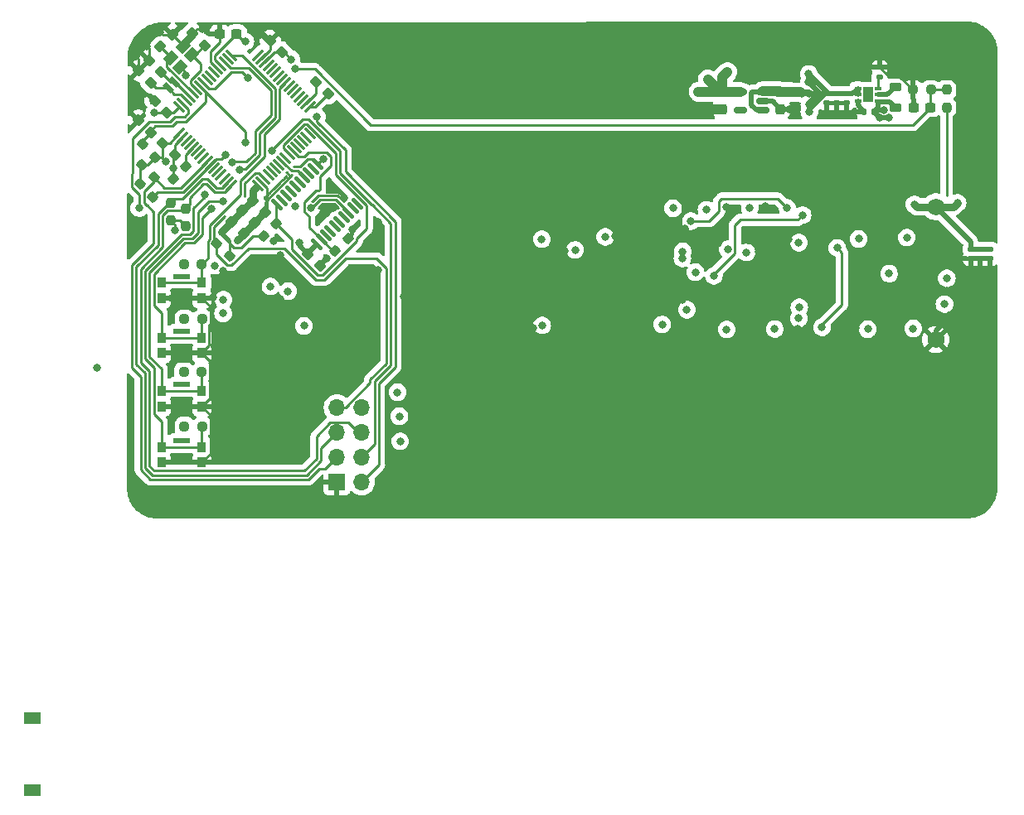
<source format=gbr>
%TF.GenerationSoftware,KiCad,Pcbnew,7.0.2-0*%
%TF.CreationDate,2023-09-28T22:34:41-05:00*%
%TF.ProjectId,spudglo_business_card,73707564-676c-46f5-9f62-7573696e6573,rev?*%
%TF.SameCoordinates,Original*%
%TF.FileFunction,Copper,L4,Bot*%
%TF.FilePolarity,Positive*%
%FSLAX46Y46*%
G04 Gerber Fmt 4.6, Leading zero omitted, Abs format (unit mm)*
G04 Created by KiCad (PCBNEW 7.0.2-0) date 2023-09-28 22:34:41*
%MOMM*%
%LPD*%
G01*
G04 APERTURE LIST*
G04 Aperture macros list*
%AMRoundRect*
0 Rectangle with rounded corners*
0 $1 Rounding radius*
0 $2 $3 $4 $5 $6 $7 $8 $9 X,Y pos of 4 corners*
0 Add a 4 corners polygon primitive as box body*
4,1,4,$2,$3,$4,$5,$6,$7,$8,$9,$2,$3,0*
0 Add four circle primitives for the rounded corners*
1,1,$1+$1,$2,$3*
1,1,$1+$1,$4,$5*
1,1,$1+$1,$6,$7*
1,1,$1+$1,$8,$9*
0 Add four rect primitives between the rounded corners*
20,1,$1+$1,$2,$3,$4,$5,0*
20,1,$1+$1,$4,$5,$6,$7,0*
20,1,$1+$1,$6,$7,$8,$9,0*
20,1,$1+$1,$8,$9,$2,$3,0*%
%AMRotRect*
0 Rectangle, with rotation*
0 The origin of the aperture is its center*
0 $1 length*
0 $2 width*
0 $3 Rotation angle, in degrees counterclockwise*
0 Add horizontal line*
21,1,$1,$2,0,0,$3*%
G04 Aperture macros list end*
%TA.AperFunction,SMDPad,CuDef*%
%ADD10RoundRect,0.237500X0.250000X0.237500X-0.250000X0.237500X-0.250000X-0.237500X0.250000X-0.237500X0*%
%TD*%
%TA.AperFunction,SMDPad,CuDef*%
%ADD11RoundRect,0.237500X-0.008839X-0.344715X0.344715X0.008839X0.008839X0.344715X-0.344715X-0.008839X0*%
%TD*%
%TA.AperFunction,SMDPad,CuDef*%
%ADD12RoundRect,0.237500X0.380070X-0.044194X-0.044194X0.380070X-0.380070X0.044194X0.044194X-0.380070X0*%
%TD*%
%TA.AperFunction,SMDPad,CuDef*%
%ADD13RoundRect,0.237500X0.300000X0.237500X-0.300000X0.237500X-0.300000X-0.237500X0.300000X-0.237500X0*%
%TD*%
%TA.AperFunction,SMDPad,CuDef*%
%ADD14RoundRect,0.237500X-0.380070X0.044194X0.044194X-0.380070X0.380070X-0.044194X-0.044194X0.380070X0*%
%TD*%
%TA.AperFunction,SMDPad,CuDef*%
%ADD15RoundRect,0.135000X0.185000X-0.135000X0.185000X0.135000X-0.185000X0.135000X-0.185000X-0.135000X0*%
%TD*%
%TA.AperFunction,SMDPad,CuDef*%
%ADD16RoundRect,0.237500X0.008839X0.344715X-0.344715X-0.008839X-0.008839X-0.344715X0.344715X0.008839X0*%
%TD*%
%TA.AperFunction,SMDPad,CuDef*%
%ADD17RoundRect,0.075000X-0.548008X0.441942X0.441942X-0.548008X0.548008X-0.441942X-0.441942X0.548008X0*%
%TD*%
%TA.AperFunction,SMDPad,CuDef*%
%ADD18RoundRect,0.075000X-0.548008X-0.441942X-0.441942X-0.548008X0.548008X0.441942X0.441942X0.548008X0*%
%TD*%
%TA.AperFunction,SMDPad,CuDef*%
%ADD19R,1.676400X1.193800*%
%TD*%
%TA.AperFunction,SMDPad,CuDef*%
%ADD20RoundRect,0.237500X-0.237500X0.300000X-0.237500X-0.300000X0.237500X-0.300000X0.237500X0.300000X0*%
%TD*%
%TA.AperFunction,SMDPad,CuDef*%
%ADD21RoundRect,0.140000X-0.170000X0.140000X-0.170000X-0.140000X0.170000X-0.140000X0.170000X0.140000X0*%
%TD*%
%TA.AperFunction,SMDPad,CuDef*%
%ADD22RoundRect,0.237500X0.344715X-0.008839X-0.008839X0.344715X-0.344715X0.008839X0.008839X-0.344715X0*%
%TD*%
%TA.AperFunction,SMDPad,CuDef*%
%ADD23RoundRect,0.237500X0.237500X-0.250000X0.237500X0.250000X-0.237500X0.250000X-0.237500X-0.250000X0*%
%TD*%
%TA.AperFunction,SMDPad,CuDef*%
%ADD24RoundRect,0.237500X-0.250000X-0.237500X0.250000X-0.237500X0.250000X0.237500X-0.250000X0.237500X0*%
%TD*%
%TA.AperFunction,SMDPad,CuDef*%
%ADD25RoundRect,0.237500X-0.344715X0.008839X0.008839X-0.344715X0.344715X-0.008839X-0.008839X0.344715X0*%
%TD*%
%TA.AperFunction,SMDPad,CuDef*%
%ADD26R,0.900000X1.000000*%
%TD*%
%TA.AperFunction,SMDPad,CuDef*%
%ADD27R,1.700000X0.550000*%
%TD*%
%TA.AperFunction,ComponentPad*%
%ADD28C,1.755000*%
%TD*%
%TA.AperFunction,SMDPad,CuDef*%
%ADD29RoundRect,0.140000X0.140000X0.170000X-0.140000X0.170000X-0.140000X-0.170000X0.140000X-0.170000X0*%
%TD*%
%TA.AperFunction,SMDPad,CuDef*%
%ADD30RoundRect,0.237500X-0.044194X-0.380070X0.380070X0.044194X0.044194X0.380070X-0.380070X-0.044194X0*%
%TD*%
%TA.AperFunction,SMDPad,CuDef*%
%ADD31RoundRect,0.100000X-0.521491X0.380070X0.380070X-0.521491X0.521491X-0.380070X-0.380070X0.521491X0*%
%TD*%
%TA.AperFunction,SMDPad,CuDef*%
%ADD32R,0.650000X0.350000*%
%TD*%
%TA.AperFunction,SMDPad,CuDef*%
%ADD33R,1.000000X1.600000*%
%TD*%
%TA.AperFunction,SMDPad,CuDef*%
%ADD34RoundRect,0.218750X0.381250X-0.218750X0.381250X0.218750X-0.381250X0.218750X-0.381250X-0.218750X0*%
%TD*%
%TA.AperFunction,SMDPad,CuDef*%
%ADD35RotRect,1.000000X1.200000X135.000000*%
%TD*%
%TA.AperFunction,SMDPad,CuDef*%
%ADD36RotRect,0.575000X1.140000X45.000000*%
%TD*%
%TA.AperFunction,SMDPad,CuDef*%
%ADD37RoundRect,0.150000X0.512500X0.150000X-0.512500X0.150000X-0.512500X-0.150000X0.512500X-0.150000X0*%
%TD*%
%TA.AperFunction,ComponentPad*%
%ADD38R,1.700000X1.700000*%
%TD*%
%TA.AperFunction,ComponentPad*%
%ADD39O,1.700000X1.700000*%
%TD*%
%TA.AperFunction,ViaPad*%
%ADD40C,0.800000*%
%TD*%
%TA.AperFunction,Conductor*%
%ADD41C,0.500000*%
%TD*%
%TA.AperFunction,Conductor*%
%ADD42C,0.250000*%
%TD*%
%TA.AperFunction,Conductor*%
%ADD43C,0.750000*%
%TD*%
%TA.AperFunction,Conductor*%
%ADD44C,1.000000*%
%TD*%
G04 APERTURE END LIST*
D10*
%TO.P,R9,1*%
%TO.N,/spudglo_business_card_micro/VBAT_MON*%
X257500000Y-85480000D03*
%TO.P,R9,2*%
%TO.N,GND*%
X255675000Y-85480000D03*
%TD*%
D11*
%TO.P,R3,1*%
%TO.N,/spudglo_business_card_micro/LVL_EN*%
X196690000Y-101960000D03*
%TO.P,R3,2*%
%TO.N,GND*%
X197980470Y-100669530D03*
%TD*%
D12*
%TO.P,C18,1*%
%TO.N,/spudglo_business_card_micro/OSC48_LO*%
X183349762Y-80929758D03*
%TO.P,C18,2*%
%TO.N,GND*%
X182130002Y-79709998D03*
%TD*%
D13*
%TO.P,C24,1*%
%TO.N,/spudglo_business_card_micro/VBAT_MON*%
X257450000Y-87300000D03*
%TO.P,C24,2*%
%TO.N,GND*%
X255725000Y-87300000D03*
%TD*%
D14*
%TO.P,C8,1*%
%TO.N,+5V*%
X193880240Y-102290240D03*
%TO.P,C8,2*%
%TO.N,GND*%
X195100000Y-103510000D03*
%TD*%
D15*
%TO.P,R1,1*%
%TO.N,/5V_EN*%
X252260000Y-84210000D03*
%TO.P,R1,2*%
%TO.N,GND*%
X252260000Y-83190000D03*
%TD*%
D16*
%TO.P,R11,1*%
%TO.N,/spudglo_business_card_micro/BOOT0*%
X181440001Y-93309999D03*
%TO.P,R11,2*%
%TO.N,GND*%
X180149531Y-94600469D03*
%TD*%
D17*
%TO.P,U3,1,VBAT*%
%TO.N,+3V3*%
X180758541Y-87246054D03*
%TO.P,U3,2,PC13/WKUP2*%
%TO.N,/spudglo_business_card_micro/ANIMATION*%
X181112094Y-86892501D03*
%TO.P,U3,3,PC14_OSC32_IN*%
%TO.N,/spudglo_business_card_micro/OSC32K_HI*%
X181465647Y-86538948D03*
%TO.P,U3,4,PC15_OSC32_OUT*%
%TO.N,/spudglo_business_card_micro/OSC32K_LO*%
X181819201Y-86185394D03*
%TO.P,U3,5,PH0/OSCIN*%
%TO.N,/spudglo_business_card_micro/OSC48_HI*%
X182172754Y-85831841D03*
%TO.P,U3,6,PH1/OSCOUT*%
%TO.N,/spudglo_business_card_micro/OSC48_LO*%
X182526308Y-85478287D03*
%TO.P,U3,7,NRST*%
%TO.N,NRST*%
X182879861Y-85124734D03*
%TO.P,U3,8,PC0/LPUART1_RX*%
%TO.N,/spudglo_business_card_micro/VBAT_MON*%
X183233414Y-84771181D03*
%TO.P,U3,9,PC1/LPUART1_TX*%
%TO.N,unconnected-(U3-PC1{slash}LPUART1_TX-Pad9)*%
X183586968Y-84417627D03*
%TO.P,U3,10,PC2/SPI2_MISO*%
%TO.N,unconnected-(U3-PC2{slash}SPI2_MISO-Pad10)*%
X183940521Y-84064074D03*
%TO.P,U3,11,PC3/SPI2_MOSI*%
%TO.N,unconnected-(U3-PC3{slash}SPI2_MOSI-Pad11)*%
X184294074Y-83710521D03*
%TO.P,U3,12,VSSA*%
%TO.N,GND*%
X184647628Y-83356967D03*
%TO.P,U3,13,VDDA*%
%TO.N,+3V3*%
X185001181Y-83003414D03*
%TO.P,U3,14,PA0_WKUP1*%
%TO.N,/spudglo_business_card_micro/SPEED*%
X185354735Y-82649860D03*
%TO.P,U3,15,PA1_SPI1_SCK*%
%TO.N,unconnected-(U3-PA1_SPI1_SCK-Pad15)*%
X185708288Y-82296307D03*
%TO.P,U3,16,PA2/LPUART1_TX/TIM2_CH3/WKUP4*%
%TO.N,/spudglo_business_card_micro/PAUSE*%
X186061841Y-81942754D03*
D18*
%TO.P,U3,17,PA3/LPUART1_RX/TIM2_CH4*%
%TO.N,unconnected-(U3-PA3{slash}LPUART1_RX{slash}TIM2_CH4-Pad17)*%
X188784203Y-81942754D03*
%TO.P,U3,18,VSS*%
%TO.N,GND*%
X189137756Y-82296307D03*
%TO.P,U3,19,VDD*%
%TO.N,+3V3*%
X189491309Y-82649860D03*
%TO.P,U3,20,PA4/SPI1_NSS/LPTIM2_OUT*%
%TO.N,unconnected-(U3-PA4{slash}SPI1_NSS{slash}LPTIM2_OUT-Pad20)*%
X189844863Y-83003414D03*
%TO.P,U3,21,PA5/SPI1_SCK/TIM2_CH1*%
%TO.N,unconnected-(U3-PA5{slash}SPI1_SCK{slash}TIM2_CH1-Pad21)*%
X190198416Y-83356967D03*
%TO.P,U3,22,PA6/TIM16_CH1*%
%TO.N,unconnected-(U3-PA6{slash}TIM16_CH1-Pad22)*%
X190551970Y-83710521D03*
%TO.P,U3,23,PA7/SPI1_MOSI*%
%TO.N,unconnected-(U3-PA7{slash}SPI1_MOSI-Pad23)*%
X190905523Y-84064074D03*
%TO.P,U3,24,PC4/USART3_TX*%
%TO.N,unconnected-(U3-PC4{slash}USART3_TX-Pad24)*%
X191259076Y-84417627D03*
%TO.P,U3,25,PC5/USART3_RX/WKUP5*%
%TO.N,/spudglo_business_card_micro/COLOR*%
X191612630Y-84771181D03*
%TO.P,U3,26,PB0*%
%TO.N,unconnected-(U3-PB0-Pad26)*%
X191966183Y-85124734D03*
%TO.P,U3,27,PB1*%
%TO.N,unconnected-(U3-PB1-Pad27)*%
X192319736Y-85478287D03*
%TO.P,U3,28,PB2*%
%TO.N,unconnected-(U3-PB2-Pad28)*%
X192673290Y-85831841D03*
%TO.P,U3,29,PB10/LPUART1_RX/SPI2_SCK/TIM2_CH3/I2C2_SCL*%
%TO.N,unconnected-(U3-PB10{slash}LPUART1_RX{slash}SPI2_SCK{slash}TIM2_CH3{slash}I2C2_SCL-Pad29)*%
X193026843Y-86185394D03*
%TO.P,U3,30,PB11/USART3_RX/LPUART1_TX/TIM2_CH4/I2C2_SDA*%
%TO.N,unconnected-(U3-PB11{slash}USART3_RX{slash}LPUART1_TX{slash}TIM2_CH4{slash}I2C2_SDA-Pad30)*%
X193380397Y-86538948D03*
%TO.P,U3,31,VSS*%
%TO.N,GND*%
X193733950Y-86892501D03*
%TO.P,U3,32,VDD*%
%TO.N,+3V3*%
X194087503Y-87246054D03*
D17*
%TO.P,U3,33,PB12*%
%TO.N,unconnected-(U3-PB12-Pad33)*%
X194087503Y-89968416D03*
%TO.P,U3,34,PB13*%
%TO.N,unconnected-(U3-PB13-Pad34)*%
X193733950Y-90321969D03*
%TO.P,U3,35,PB14/SPI2_MISO/TIM15_CH1*%
%TO.N,unconnected-(U3-PB14{slash}SPI2_MISO{slash}TIM15_CH1-Pad35)*%
X193380397Y-90675522D03*
%TO.P,U3,36,PB15/SPI2_MOSI/TIM15_CH2*%
%TO.N,unconnected-(U3-PB15{slash}SPI2_MOSI{slash}TIM15_CH2-Pad36)*%
X193026843Y-91029076D03*
%TO.P,U3,37,PC6*%
%TO.N,unconnected-(U3-PC6-Pad37)*%
X192673290Y-91382629D03*
%TO.P,U3,38,PC7*%
%TO.N,/spudglo_business_card_micro/LVL_EN*%
X192319736Y-91736183D03*
%TO.P,U3,39,PC8*%
%TO.N,/spudglo_business_card_micro/LVL_DIR*%
X191966183Y-92089736D03*
%TO.P,U3,40,PC9*%
%TO.N,unconnected-(U3-PC9-Pad40)*%
X191612630Y-92443289D03*
%TO.P,U3,41,PA8/TIM1_CH1*%
%TO.N,TIM1_CH1*%
X191259076Y-92796843D03*
%TO.P,U3,42,PA9/TIM1_CH2/USART1_TX*%
%TO.N,unconnected-(U3-PA9{slash}TIM1_CH2{slash}USART1_TX-Pad42)*%
X190905523Y-93150396D03*
%TO.P,U3,43,PA10/TIM1_CH3/USART1_RX*%
%TO.N,unconnected-(U3-PA10{slash}TIM1_CH3{slash}USART1_RX-Pad43)*%
X190551970Y-93503949D03*
%TO.P,U3,44,PA11/TIM1_CH4/SPI1_MISO*%
%TO.N,unconnected-(U3-PA11{slash}TIM1_CH4{slash}SPI1_MISO-Pad44)*%
X190198416Y-93857503D03*
%TO.P,U3,45,PA12/SPI_MOSI*%
%TO.N,unconnected-(U3-PA12{slash}SPI_MOSI-Pad45)*%
X189844863Y-94211056D03*
%TO.P,U3,46,PA13/SWDIO*%
%TO.N,/spudglo_business_card_micro/SWDIO*%
X189491309Y-94564610D03*
%TO.P,U3,47,VSS*%
%TO.N,GND*%
X189137756Y-94918163D03*
%TO.P,U3,48,VDDUSB*%
%TO.N,+3V3*%
X188784203Y-95271716D03*
D18*
%TO.P,U3,49,PA14/SWCLK*%
%TO.N,/spudglo_business_card_micro/SWCLK*%
X186061841Y-95271716D03*
%TO.P,U3,50,PA15/JTDI*%
%TO.N,/spudglo_business_card_micro/JTDI*%
X185708288Y-94918163D03*
%TO.P,U3,51,PC10*%
%TO.N,unconnected-(U3-PC10-Pad51)*%
X185354735Y-94564610D03*
%TO.P,U3,52,PC11/SPI3_MISO/USART3_RX*%
%TO.N,unconnected-(U3-PC11{slash}SPI3_MISO{slash}USART3_RX-Pad52)*%
X185001181Y-94211056D03*
%TO.P,U3,53,PC12/SPI3_MOSI*%
%TO.N,unconnected-(U3-PC12{slash}SPI3_MOSI-Pad53)*%
X184647628Y-93857503D03*
%TO.P,U3,54,PD2*%
%TO.N,unconnected-(U3-PD2-Pad54)*%
X184294074Y-93503949D03*
%TO.P,U3,55,PB3/JTDO-TRACE-SWO*%
%TO.N,/spudglo_business_card_micro/JTDO*%
X183940521Y-93150396D03*
%TO.P,U3,56,PB4/NJTRST*%
%TO.N,/spudglo_business_card_micro/NJTRST*%
X183586968Y-92796843D03*
%TO.P,U3,57,PB5/SPI1_MOSI/SPI3_MOSI*%
%TO.N,unconnected-(U3-PB5{slash}SPI1_MOSI{slash}SPI3_MOSI-Pad57)*%
X183233414Y-92443289D03*
%TO.P,U3,58,PB6/USART1_TX*%
%TO.N,unconnected-(U3-PB6{slash}USART1_TX-Pad58)*%
X182879861Y-92089736D03*
%TO.P,U3,59,PB7/USART1_RX*%
%TO.N,unconnected-(U3-PB7{slash}USART1_RX-Pad59)*%
X182526308Y-91736183D03*
%TO.P,U3,60,PH3/BOOT0*%
%TO.N,/spudglo_business_card_micro/BOOT0*%
X182172754Y-91382629D03*
%TO.P,U3,61,PB8/I2C1_SCL/TIM16_CH1*%
%TO.N,unconnected-(U3-PB8{slash}I2C1_SCL{slash}TIM16_CH1-Pad61)*%
X181819201Y-91029076D03*
%TO.P,U3,62,PB9/I2C1_SDA/SPI2_NSS*%
%TO.N,unconnected-(U3-PB9{slash}I2C1_SDA{slash}SPI2_NSS-Pad62)*%
X181465647Y-90675522D03*
%TO.P,U3,63,VSS*%
%TO.N,GND*%
X181112094Y-90321969D03*
%TO.P,U3,64,VDD*%
%TO.N,+3V3*%
X180758541Y-89968416D03*
%TD*%
D12*
%TO.P,C19,1*%
%TO.N,/spudglo_business_card_micro/OSC32K_HI*%
X177840000Y-84750000D03*
%TO.P,C19,2*%
%TO.N,GND*%
X176620240Y-83530240D03*
%TD*%
D19*
%TO.P,SW1,1*%
%TO.N,VBAT*%
X165780000Y-157037600D03*
%TO.P,SW1,2*%
%TO.N,/5V_EN*%
X165780000Y-149722400D03*
%TD*%
D20*
%TO.P,C22,1*%
%TO.N,+5V*%
X242142500Y-85725000D03*
%TO.P,C22,2*%
%TO.N,GND*%
X242142500Y-87450000D03*
%TD*%
D14*
%TO.P,C10,1*%
%TO.N,+3V3*%
X188311061Y-96783297D03*
%TO.P,C10,2*%
%TO.N,GND*%
X189530821Y-98003057D03*
%TD*%
D21*
%TO.P,C5,1*%
%TO.N,VBAT*%
X263520000Y-101780000D03*
%TO.P,C5,2*%
%TO.N,GND*%
X263520000Y-102740000D03*
%TD*%
%TO.P,C6,1*%
%TO.N,VBAT*%
X261560000Y-101770000D03*
%TO.P,C6,2*%
%TO.N,GND*%
X261560000Y-102730000D03*
%TD*%
D22*
%TO.P,R4,1*%
%TO.N,+3V3*%
X185870000Y-102490000D03*
%TO.P,R4,2*%
%TO.N,/spudglo_business_card_micro/SWDIO*%
X184579530Y-101199530D03*
%TD*%
D14*
%TO.P,C17,1*%
%TO.N,+3V3*%
X186081181Y-98983414D03*
%TO.P,C17,2*%
%TO.N,GND*%
X187300941Y-100203174D03*
%TD*%
D12*
%TO.P,C20,1*%
%TO.N,/spudglo_business_card_micro/OSC32K_LO*%
X178890000Y-83680000D03*
%TO.P,C20,2*%
%TO.N,GND*%
X177670240Y-82460240D03*
%TD*%
D23*
%TO.P,R6,1*%
%TO.N,+3V3*%
X179850000Y-98845000D03*
%TO.P,R6,2*%
%TO.N,/spudglo_business_card_micro/JTDI*%
X179850000Y-97020000D03*
%TD*%
D21*
%TO.P,C4,1*%
%TO.N,+5V*%
X246880001Y-85870000D03*
%TO.P,C4,2*%
%TO.N,GND*%
X246880001Y-86830000D03*
%TD*%
D24*
%TO.P,R15,1*%
%TO.N,+3V3*%
X181285003Y-119900002D03*
%TO.P,R15,2*%
%TO.N,/spudglo_business_card_micro/SPEED*%
X183110003Y-119900002D03*
%TD*%
D25*
%TO.P,R7,1*%
%TO.N,+3V3*%
X176779530Y-95129530D03*
%TO.P,R7,2*%
%TO.N,/spudglo_business_card_micro/JTDO*%
X178070000Y-96420000D03*
%TD*%
D12*
%TO.P,C14,1*%
%TO.N,+3V3*%
X179509760Y-87819760D03*
%TO.P,C14,2*%
%TO.N,GND*%
X178290000Y-86600000D03*
%TD*%
D14*
%TO.P,C15,1*%
%TO.N,+3V3*%
X179080000Y-90950000D03*
%TO.P,C15,2*%
%TO.N,GND*%
X180299760Y-92169760D03*
%TD*%
D21*
%TO.P,C7,1*%
%TO.N,VBAT*%
X262540000Y-101770000D03*
%TO.P,C7,2*%
%TO.N,GND*%
X262540000Y-102730000D03*
%TD*%
D12*
%TO.P,C9,1*%
%TO.N,NRST*%
X177830000Y-89830000D03*
%TO.P,C9,2*%
%TO.N,GND*%
X176610240Y-88610240D03*
%TD*%
D26*
%TO.P,SW3,1,1*%
%TO.N,/spudglo_business_card_micro/ANIMATION*%
X183050000Y-110810000D03*
X178950000Y-110810000D03*
%TO.P,SW3,2,2*%
%TO.N,GND*%
X183050000Y-112410000D03*
X178950000Y-112410000D03*
D27*
%TO.P,SW3,SH*%
%TO.N,N/C*%
X181000000Y-110185000D03*
%TD*%
D11*
%TO.P,R2,1*%
%TO.N,+3V3*%
X189379530Y-100430470D03*
%TO.P,R2,2*%
%TO.N,/spudglo_business_card_micro/LVL_DIR*%
X190670000Y-99140000D03*
%TD*%
D21*
%TO.P,C2,1*%
%TO.N,+5V*%
X247880000Y-85860000D03*
%TO.P,C2,2*%
%TO.N,GND*%
X247880000Y-86820000D03*
%TD*%
D28*
%TO.P,BT1,+*%
%TO.N,VBAT*%
X258000000Y-97440000D03*
%TO.P,BT1,-*%
%TO.N,GND*%
X258000000Y-111030000D03*
%TD*%
D29*
%TO.P,C1,1*%
%TO.N,VBAT*%
X251660000Y-87759999D03*
%TO.P,C1,2*%
%TO.N,GND*%
X250700000Y-87759999D03*
%TD*%
D23*
%TO.P,R5,1*%
%TO.N,+3V3*%
X181399998Y-99440003D03*
%TO.P,R5,2*%
%TO.N,/spudglo_business_card_micro/SWCLK*%
X181399998Y-97615003D03*
%TD*%
D24*
%TO.P,R14,1*%
%TO.N,+3V3*%
X181225000Y-103350000D03*
%TO.P,R14,2*%
%TO.N,/spudglo_business_card_micro/COLOR*%
X183050000Y-103350000D03*
%TD*%
D22*
%TO.P,R12,1*%
%TO.N,+3V3*%
X178280000Y-92360000D03*
%TO.P,R12,2*%
%TO.N,NRST*%
X176989530Y-91069530D03*
%TD*%
D26*
%TO.P,SW2,1,1*%
%TO.N,/spudglo_business_card_micro/COLOR*%
X183050000Y-105180000D03*
X178950000Y-105180000D03*
%TO.P,SW2,2,2*%
%TO.N,GND*%
X183050000Y-106780000D03*
X178950000Y-106780000D03*
D27*
%TO.P,SW2,SH*%
%TO.N,N/C*%
X181000000Y-104555000D03*
%TD*%
D24*
%TO.P,R16,1*%
%TO.N,+3V3*%
X181230000Y-114330000D03*
%TO.P,R16,2*%
%TO.N,/spudglo_business_card_micro/PAUSE*%
X183055000Y-114330000D03*
%TD*%
D30*
%TO.P,C21,1*%
%TO.N,/spudglo_business_card_micro/OSC48_HI*%
X178830120Y-81079880D03*
%TO.P,C21,2*%
%TO.N,GND*%
X180049880Y-79860120D03*
%TD*%
D31*
%TO.P,U2,1,DIR*%
%TO.N,/spudglo_business_card_micro/LVL_DIR*%
X190762323Y-97222272D03*
%TO.P,U2,2,A1*%
%TO.N,unconnected-(U2-A1-Pad2)*%
X191221942Y-96762653D03*
%TO.P,U2,3,A2*%
%TO.N,unconnected-(U2-A2-Pad3)*%
X191681561Y-96303033D03*
%TO.P,U2,4,A3*%
%TO.N,unconnected-(U2-A3-Pad4)*%
X192141181Y-95843414D03*
%TO.P,U2,5,A4*%
%TO.N,unconnected-(U2-A4-Pad5)*%
X192600800Y-95383795D03*
%TO.P,U2,6,A5*%
%TO.N,unconnected-(U2-A5-Pad6)*%
X193060420Y-94924175D03*
%TO.P,U2,7,A6*%
%TO.N,TIM1_CH1*%
X193520039Y-94464556D03*
%TO.P,U2,8,A7*%
%TO.N,unconnected-(U2-A7-Pad8)*%
X193979658Y-94004936D03*
%TO.P,U2,9,A8*%
%TO.N,unconnected-(U2-A8-Pad9)*%
X194439278Y-93545317D03*
%TO.P,U2,10,GND*%
%TO.N,GND*%
X194898897Y-93085698D03*
%TO.P,U2,11,B8*%
%TO.N,unconnected-(U2-B8-Pad11)*%
X198947083Y-97133884D03*
%TO.P,U2,12,B7*%
%TO.N,unconnected-(U2-B7-Pad12)*%
X198487464Y-97593503D03*
%TO.P,U2,13,B6*%
%TO.N,TIM1_CH1_SHIFT*%
X198027845Y-98053123D03*
%TO.P,U2,14,B5*%
%TO.N,unconnected-(U2-B5-Pad14)*%
X197568225Y-98512742D03*
%TO.P,U2,15,B4*%
%TO.N,unconnected-(U2-B4-Pad15)*%
X197108606Y-98972361D03*
%TO.P,U2,16,B3*%
%TO.N,unconnected-(U2-B3-Pad16)*%
X196648986Y-99431981D03*
%TO.P,U2,17,B2*%
%TO.N,unconnected-(U2-B2-Pad17)*%
X196189367Y-99891600D03*
%TO.P,U2,18,B1*%
%TO.N,unconnected-(U2-B1-Pad18)*%
X195729748Y-100351220D03*
%TO.P,U2,19,OE_N*%
%TO.N,/spudglo_business_card_micro/LVL_EN*%
X195270128Y-100810839D03*
%TO.P,U2,20,VCC*%
%TO.N,+5V*%
X194810509Y-101270458D03*
%TD*%
D21*
%TO.P,C3,1*%
%TO.N,+5V*%
X248860000Y-85860000D03*
%TO.P,C3,2*%
%TO.N,GND*%
X248860000Y-86820000D03*
%TD*%
D32*
%TO.P,U1,1,GND*%
%TO.N,GND*%
X250040000Y-86640000D03*
%TO.P,U1,2,VOUT*%
%TO.N,+5V*%
X250040000Y-85990000D03*
%TO.P,U1,3,FB*%
X250040000Y-85340000D03*
%TO.P,U1,4,EN*%
%TO.N,/5V_EN*%
X252140000Y-85340000D03*
%TO.P,U1,5,IND*%
%TO.N,Net-(U1-IND)*%
X252140000Y-85990000D03*
%TO.P,U1,6,VIN*%
%TO.N,VBAT*%
X252140000Y-86640000D03*
D33*
%TO.P,U1,7*%
%TO.N,N/C*%
X251090000Y-85990000D03*
%TD*%
D13*
%TO.P,C13,1*%
%TO.N,+3V3*%
X186620009Y-79780011D03*
%TO.P,C13,2*%
%TO.N,GND*%
X184895009Y-79780011D03*
%TD*%
D34*
%TO.P,L1,1,1*%
%TO.N,VBAT*%
X253900000Y-87282500D03*
%TO.P,L1,2,2*%
%TO.N,Net-(U1-IND)*%
X253900000Y-85157500D03*
%TD*%
D25*
%TO.P,R8,1*%
%TO.N,+3V3*%
X176890000Y-93160000D03*
%TO.P,R8,2*%
%TO.N,/spudglo_business_card_micro/NJTRST*%
X178180470Y-94450470D03*
%TD*%
D20*
%TO.P,C23,1*%
%TO.N,+3V3*%
X236222500Y-85727500D03*
%TO.P,C23,2*%
%TO.N,GND*%
X236222500Y-87452500D03*
%TD*%
D35*
%TO.P,U4,1,IN/OUT*%
%TO.N,/spudglo_business_card_micro/OSC48_LO*%
X182042081Y-81937919D03*
%TO.P,U4,2,GND*%
%TO.N,GND*%
X180840000Y-83140000D03*
%TO.P,U4,3,OUT/IN*%
%TO.N,/spudglo_business_card_micro/OSC48_HI*%
X179920761Y-82220761D03*
%TO.P,U4,4,GND*%
%TO.N,GND*%
X181122842Y-81018680D03*
%TD*%
D24*
%TO.P,R13,1*%
%TO.N,+3V3*%
X181280000Y-108930000D03*
%TO.P,R13,2*%
%TO.N,/spudglo_business_card_micro/ANIMATION*%
X183105000Y-108930000D03*
%TD*%
D26*
%TO.P,SW4,1,1*%
%TO.N,/spudglo_business_card_micro/PAUSE*%
X183050000Y-116245000D03*
X178950000Y-116245000D03*
%TO.P,SW4,2,2*%
%TO.N,GND*%
X183050000Y-117845000D03*
X178950000Y-117845000D03*
D27*
%TO.P,SW4,SH*%
%TO.N,N/C*%
X181000000Y-115620000D03*
%TD*%
D23*
%TO.P,R10,1*%
%TO.N,VBAT*%
X259120000Y-87310000D03*
%TO.P,R10,2*%
%TO.N,/spudglo_business_card_micro/VBAT_MON*%
X259120000Y-85485000D03*
%TD*%
D36*
%TO.P,U5,1,1*%
%TO.N,/spudglo_business_card_micro/OSC32K_HI*%
X179608318Y-85301682D03*
%TO.P,U5,2,2*%
%TO.N,/spudglo_business_card_micro/OSC32K_LO*%
X180191682Y-84718318D03*
%TD*%
D12*
%TO.P,C11,1*%
%TO.N,+3V3*%
X195963293Y-85881852D03*
%TO.P,C11,2*%
%TO.N,GND*%
X194743533Y-84662092D03*
%TD*%
D37*
%TO.P,U6,1,IN*%
%TO.N,+5V*%
X240330000Y-85690000D03*
%TO.P,U6,2,GND*%
%TO.N,GND*%
X240330000Y-86640000D03*
%TO.P,U6,3,EN*%
%TO.N,+5V*%
X240330000Y-87590000D03*
%TO.P,U6,4,NC*%
%TO.N,unconnected-(U6-NC-Pad4)*%
X238055000Y-87590000D03*
%TO.P,U6,5,OUT*%
%TO.N,+3V3*%
X238055000Y-85690000D03*
%TD*%
D38*
%TO.P,J1,1,Pin_1*%
%TO.N,GND*%
X196850000Y-125580000D03*
D39*
%TO.P,J1,2,Pin_2*%
%TO.N,NRST*%
X199390000Y-125580000D03*
%TO.P,J1,3,Pin_3*%
%TO.N,/spudglo_business_card_micro/NJTRST*%
X196850000Y-123040000D03*
%TO.P,J1,4,Pin_4*%
%TO.N,/spudglo_business_card_micro/JTDO*%
X199390000Y-123040000D03*
%TO.P,J1,5,Pin_5*%
%TO.N,/spudglo_business_card_micro/JTDI*%
X196850000Y-120500000D03*
%TO.P,J1,6,Pin_6*%
%TO.N,/spudglo_business_card_micro/SWCLK*%
X199390000Y-120500000D03*
%TO.P,J1,7,Pin_7*%
%TO.N,/spudglo_business_card_micro/SWDIO*%
X196850000Y-117960000D03*
%TO.P,J1,8,Pin_8*%
%TO.N,+3V3*%
X199390000Y-117960000D03*
%TD*%
D26*
%TO.P,SW5,1,1*%
%TO.N,/spudglo_business_card_micro/SPEED*%
X183050000Y-121990000D03*
X178950000Y-121990000D03*
%TO.P,SW5,2,2*%
%TO.N,GND*%
X183050000Y-123590000D03*
X178950000Y-123590000D03*
D27*
%TO.P,SW5,SH*%
%TO.N,N/C*%
X181000000Y-121365000D03*
%TD*%
D14*
%TO.P,C16,1*%
%TO.N,+3V3*%
X187211061Y-97853297D03*
%TO.P,C16,2*%
%TO.N,GND*%
X188430821Y-99073057D03*
%TD*%
D12*
%TO.P,C12,1*%
%TO.N,+3V3*%
X191259760Y-81659760D03*
%TO.P,C12,2*%
%TO.N,GND*%
X190040000Y-80440000D03*
%TD*%
D40*
%TO.N,GND*%
X243870000Y-109910000D03*
X249860000Y-109870000D03*
%TO.N,+5V*%
X251060000Y-109960000D03*
%TO.N,GND*%
X254170000Y-109980000D03*
X259120000Y-106050000D03*
%TO.N,+5V*%
X259130000Y-104760000D03*
%TO.N,GND*%
X256380000Y-100710000D03*
%TO.N,+5V*%
X250130000Y-100730000D03*
%TO.N,GND*%
X247310000Y-99400000D03*
X243600000Y-103670000D03*
X239870000Y-109940000D03*
%TO.N,+5V*%
X232590000Y-107970000D03*
%TO.N,GND*%
X232150000Y-106940000D03*
X235130000Y-109890000D03*
X239930000Y-102050000D03*
X240600000Y-97410000D03*
X236604500Y-97467270D03*
%TO.N,+5V*%
X234590000Y-97750000D03*
%TO.N,GND*%
X228175000Y-109955000D03*
%TO.N,+5V*%
X193490000Y-109620000D03*
X191860000Y-106070000D03*
%TO.N,GND*%
X191067399Y-102404500D03*
%TO.N,+5V*%
X190070000Y-105590000D03*
%TO.N,GND*%
X188460000Y-105030000D03*
X186660000Y-104380000D03*
X185244366Y-104000305D03*
%TO.N,+5V*%
X232168219Y-102013526D03*
X231180000Y-97600000D03*
X232128201Y-102721557D03*
%TO.N,GND*%
X230280000Y-105329502D03*
X223970000Y-110020000D03*
%TO.N,+5V*%
X230070000Y-109470000D03*
X224253792Y-100521087D03*
X221180000Y-101850000D03*
X217812598Y-109567410D03*
%TO.N,GND*%
X225250000Y-100440000D03*
X220190000Y-103340000D03*
%TO.N,+5V*%
X217780000Y-100760000D03*
%TO.N,GND*%
X220104788Y-106727944D03*
X216860000Y-109870000D03*
X211840000Y-109940000D03*
X210080000Y-100640000D03*
X208100000Y-106870000D03*
X205060000Y-100840000D03*
X199190000Y-109480000D03*
X203690000Y-106640000D03*
X207141314Y-108530000D03*
X204735000Y-104705000D03*
X201097701Y-103932299D03*
X199640000Y-104120000D03*
X195750000Y-107810000D03*
X196790000Y-112940000D03*
X190386809Y-100961407D03*
X186040000Y-110020000D03*
X194710000Y-108920000D03*
X184200000Y-106700000D03*
%TO.N,+5V*%
X185260000Y-106950000D03*
%TO.N,GND*%
X187800000Y-106680000D03*
X190120000Y-109930000D03*
X191040000Y-106840000D03*
%TO.N,+5V*%
X184410000Y-103450000D03*
X192620000Y-97360000D03*
%TO.N,Net-(D7-DOUT)*%
X185232244Y-108339997D03*
%TO.N,GND*%
X211330000Y-105900000D03*
%TO.N,+5V*%
X255050000Y-100590000D03*
X238670000Y-102110000D03*
X236765500Y-101790000D03*
%TO.N,GND*%
X247060000Y-103340000D03*
%TO.N,+5V*%
X244020000Y-108850000D03*
X258890000Y-107400000D03*
X244020000Y-101110000D03*
X233469502Y-104129500D03*
X241560000Y-109940000D03*
X244070000Y-107730000D03*
X236660000Y-109990000D03*
%TO.N,GND*%
X250040000Y-105730000D03*
X241013909Y-105583909D03*
%TO.N,Net-(D24-DOUT)*%
X233000000Y-98910000D03*
%TO.N,Net-(D33-DOUT)*%
X235350000Y-104500000D03*
%TO.N,Net-(D36-DOUT)*%
X246380000Y-109770000D03*
X247940000Y-101640000D03*
%TO.N,Net-(D42-DOUT)*%
X253250000Y-104270000D03*
%TO.N,GND*%
X247080000Y-106920000D03*
X254520000Y-104110000D03*
X223210000Y-105720000D03*
X237590000Y-106760000D03*
X224210000Y-103950000D03*
X255470000Y-106480000D03*
X220139502Y-102000000D03*
X226090000Y-106590000D03*
X232364609Y-99681546D03*
X228060000Y-103840000D03*
X243005000Y-100760000D03*
X255730000Y-104815000D03*
X251930000Y-100470000D03*
%TO.N,+5V*%
X255710000Y-109890000D03*
%TO.N,GND*%
X234989216Y-101879216D03*
X238790000Y-100890000D03*
X238110000Y-105400000D03*
X251990000Y-106740000D03*
X250750000Y-104260000D03*
X235740000Y-101160000D03*
X235310000Y-105960000D03*
X240775000Y-106725000D03*
X216550000Y-106300000D03*
X213750000Y-106630000D03*
%TO.N,+5V*%
X239010000Y-97550000D03*
%TO.N,Net-(D24-DOUT)*%
X242825000Y-97545000D03*
%TO.N,Net-(D33-DOUT)*%
X244410000Y-98300000D03*
%TO.N,*%
X172360000Y-113930000D03*
%TO.N,GND*%
X205181072Y-117109823D03*
X205127250Y-119587250D03*
%TO.N,+5V*%
X203040000Y-116400000D03*
X203240000Y-118860000D03*
X203320000Y-121420000D03*
%TO.N,GND*%
X205193238Y-122144500D03*
X201050000Y-99040000D03*
X197970000Y-115850000D03*
X176530000Y-99110000D03*
%TO.N,/spudglo_business_card_micro/VBAT_MON*%
X192560000Y-83370000D03*
X187760000Y-84270000D03*
%TO.N,GND*%
X179970000Y-106780000D03*
X181840000Y-106780000D03*
X180880000Y-106780000D03*
%TO.N,NRST*%
X187520000Y-90900000D03*
X194800000Y-88230000D03*
%TO.N,/spudglo_business_card_micro/JTDO*%
X190260000Y-91730000D03*
X185480000Y-92110000D03*
%TO.N,/spudglo_business_card_micro/ANIMATION*%
X176658517Y-97583115D03*
X184035049Y-97629549D03*
%TO.N,/spudglo_business_card_micro/SPEED*%
X186150000Y-92880000D03*
%TO.N,/spudglo_business_card_micro/PAUSE*%
X186900000Y-93680000D03*
%TO.N,/spudglo_business_card_micro/SPEED*%
X183370000Y-96190000D03*
%TO.N,/spudglo_business_card_micro/PAUSE*%
X185200000Y-96880000D03*
%TO.N,+5V*%
X245070000Y-85870000D03*
X243260000Y-85740000D03*
X244300000Y-85870000D03*
X245090000Y-87740000D03*
X245100000Y-86950000D03*
X245040000Y-84700000D03*
X245040000Y-83870000D03*
X192990000Y-101080000D03*
%TO.N,GND*%
X196460000Y-97580000D03*
X176360000Y-82070000D03*
X195820000Y-102700000D03*
X195510000Y-92600000D03*
X177090000Y-85960000D03*
X198430000Y-99770000D03*
X197550000Y-96520000D03*
X177460000Y-81030000D03*
X234950000Y-87452500D03*
X183100000Y-79230000D03*
X243020000Y-87450000D03*
X180149531Y-93469531D03*
X234130000Y-87460000D03*
X178830000Y-79590000D03*
X189050000Y-79850000D03*
X181395528Y-84030016D03*
X243770000Y-87440000D03*
%TO.N,+3V3*%
X180320000Y-99830000D03*
X236710000Y-83680000D03*
X234720000Y-84410000D03*
X192195000Y-82365000D03*
X178210000Y-87819760D03*
X187510000Y-80540000D03*
X179407839Y-92799532D03*
X233827500Y-85727500D03*
%TO.N,TIM1_CH1_SHIFT*%
X194220000Y-97590000D03*
%TO.N,VBAT*%
X260230000Y-97040000D03*
X252720000Y-87610000D03*
X253180000Y-88360000D03*
X255830000Y-97200000D03*
X252255001Y-88354999D03*
%TD*%
D41*
%TO.N,GND*%
X261560000Y-102730000D02*
X261560000Y-106550000D01*
X261560000Y-106550000D02*
X258000000Y-110110000D01*
X258000000Y-110110000D02*
X258000000Y-111030000D01*
D42*
%TO.N,Net-(D24-DOUT)*%
X234875305Y-98910000D02*
X235880000Y-97905305D01*
X241890000Y-96610000D02*
X242825000Y-97545000D01*
X235880000Y-97905305D02*
X235880000Y-96880000D01*
X233000000Y-98910000D02*
X234875305Y-98910000D01*
X235880000Y-96880000D02*
X236150000Y-96610000D01*
X236150000Y-96610000D02*
X241890000Y-96610000D01*
%TO.N,/spudglo_business_card_micro/SWDIO*%
X190080097Y-101680000D02*
X187829050Y-101680000D01*
X186111835Y-103397215D02*
X185645843Y-103397215D01*
X190693521Y-101680000D02*
X190687114Y-101686407D01*
X194716174Y-104902570D02*
X191493604Y-101680000D01*
X196850000Y-117960000D02*
X197728299Y-117960000D01*
X195583826Y-104902570D02*
X194716174Y-104902570D01*
X185645843Y-103397215D02*
X184579530Y-102330902D01*
X190687114Y-101686407D02*
X190086504Y-101686407D01*
X197756396Y-102730000D02*
X195583826Y-104902570D01*
X200920000Y-102730000D02*
X197756396Y-102730000D01*
X184579530Y-102330902D02*
X184579530Y-101199530D01*
X187829050Y-101680000D02*
X186111835Y-103397215D01*
X201920000Y-103730000D02*
X200920000Y-102730000D01*
X190086504Y-101686407D02*
X190080097Y-101680000D01*
X191493604Y-101680000D02*
X190693521Y-101680000D01*
X200250000Y-115107208D02*
X201920000Y-113437208D01*
X200250000Y-115438299D02*
X200250000Y-115107208D01*
X197728299Y-117960000D02*
X200250000Y-115438299D01*
X201920000Y-113437208D02*
X201920000Y-103730000D01*
%TO.N,/spudglo_business_card_micro/LVL_DIR*%
X191966183Y-92089736D02*
X191371728Y-91495281D01*
X191371728Y-91495281D02*
X191371728Y-91128555D01*
X191371728Y-91128555D02*
X193520283Y-88980000D01*
X193520283Y-88980000D02*
X193790000Y-88980000D01*
X196750000Y-91940000D02*
X196750000Y-94194340D01*
X196750000Y-94194340D02*
X199893574Y-97337914D01*
X193790000Y-88980000D02*
X196750000Y-91940000D01*
X199893574Y-97337914D02*
X199893574Y-99656426D01*
X199893574Y-99656426D02*
X198887685Y-100662315D01*
X198887685Y-100662315D02*
X198887685Y-100942075D01*
X198887685Y-100942075D02*
X195377190Y-104452570D01*
X195377190Y-104452570D02*
X194911198Y-104452570D01*
X194911198Y-104452570D02*
X192265000Y-101806372D01*
X192265000Y-101806372D02*
X192265000Y-100735000D01*
X192265000Y-100735000D02*
X190670000Y-99140000D01*
%TO.N,/spudglo_business_card_micro/LVL_EN*%
X192319736Y-91736183D02*
X192914190Y-92330637D01*
X192914190Y-92330637D02*
X193514960Y-92330637D01*
X193970597Y-91875000D02*
X195810305Y-91875000D01*
X193514960Y-92330637D02*
X193970597Y-91875000D01*
X195810305Y-91875000D02*
X196235000Y-92299695D01*
X196235000Y-92299695D02*
X196235000Y-93252196D01*
X196235000Y-93252196D02*
X195130000Y-94357196D01*
X195130000Y-94357196D02*
X195130000Y-95654695D01*
X195130000Y-95654695D02*
X194964695Y-95820000D01*
X194964695Y-95820000D02*
X194678604Y-95820000D01*
X194678604Y-95820000D02*
X193495000Y-97003604D01*
X193495000Y-97003604D02*
X193495000Y-97925000D01*
X193495000Y-97925000D02*
X194020000Y-98450000D01*
X194020000Y-98450000D02*
X194020000Y-99560711D01*
X194020000Y-99560711D02*
X195270128Y-100810839D01*
D43*
%TO.N,+3V3*%
X186081181Y-98983177D02*
X187211061Y-97853297D01*
X186081181Y-98983414D02*
X186081181Y-98983177D01*
D42*
%TO.N,Net-(D36-DOUT)*%
X246380000Y-109770000D02*
X246380000Y-109485000D01*
X246380000Y-109485000D02*
X248415000Y-107450000D01*
X248415000Y-107450000D02*
X248415000Y-102100000D01*
X248415000Y-102100000D02*
X248320000Y-102005000D01*
X248320000Y-102005000D02*
X248305000Y-102005000D01*
X248305000Y-102005000D02*
X247940000Y-101640000D01*
%TO.N,Net-(D33-DOUT)*%
X235350000Y-104500000D02*
X235350000Y-104325305D01*
X235350000Y-104325305D02*
X237490000Y-102185305D01*
X237490000Y-102185305D02*
X237490000Y-99310000D01*
X237490000Y-99310000D02*
X238020000Y-98780000D01*
X243930000Y-98780000D02*
X244410000Y-98300000D01*
X238020000Y-98780000D02*
X243930000Y-98780000D01*
%TO.N,/spudglo_business_card_micro/JTDO*%
X200700000Y-121730000D02*
X200700000Y-115293604D01*
X197200000Y-94007944D02*
X197200000Y-91753604D01*
X200700000Y-115293604D02*
X202370000Y-113623604D01*
X202370000Y-99146396D02*
X200453604Y-97230000D01*
X193333887Y-88530000D02*
X190260000Y-91603887D01*
X200453604Y-97230000D02*
X200422056Y-97230000D01*
X202370000Y-113623604D02*
X202370000Y-99146396D01*
X199200000Y-123230000D02*
X200700000Y-121730000D01*
X200422056Y-97230000D02*
X197200000Y-94007944D01*
X197200000Y-91753604D02*
X193976396Y-88530000D01*
X193976396Y-88530000D02*
X193333887Y-88530000D01*
X190260000Y-91603887D02*
X190260000Y-91730000D01*
%TO.N,NRST*%
X202820000Y-113810000D02*
X202820000Y-98960000D01*
X201150000Y-115480000D02*
X202820000Y-113810000D01*
X201150000Y-123820000D02*
X201150000Y-115480000D01*
X199200000Y-125770000D02*
X201150000Y-123820000D01*
X197730000Y-91647208D02*
X194800000Y-88717208D01*
X202820000Y-98960000D02*
X197730000Y-93870000D01*
X197730000Y-93870000D02*
X197730000Y-91647208D01*
X194800000Y-88717208D02*
X194800000Y-88230000D01*
%TO.N,/spudglo_business_card_micro/VBAT_MON*%
X192560000Y-83370000D02*
X194582813Y-83370000D01*
X194582813Y-83370000D02*
X200297813Y-89085000D01*
X200297813Y-89085000D02*
X255665000Y-89085000D01*
X255665000Y-89085000D02*
X257450000Y-87300000D01*
X187184315Y-83694315D02*
X187760000Y-84270000D01*
X186050000Y-83694315D02*
X187184315Y-83694315D01*
X184378680Y-85365635D02*
X186050000Y-83694315D01*
X183827868Y-85365635D02*
X184378680Y-85365635D01*
X183233414Y-84771181D02*
X183827868Y-85365635D01*
%TO.N,GND*%
X179970000Y-106780000D02*
X180880000Y-106780000D01*
X181840000Y-106780000D02*
X183050000Y-106780000D01*
X180880000Y-106780000D02*
X181840000Y-106780000D01*
X183050000Y-112410000D02*
X183825000Y-111635000D01*
X183825000Y-111635000D02*
X183825000Y-109515000D01*
X183825000Y-109515000D02*
X183917500Y-109422500D01*
X183917500Y-109422500D02*
X183917500Y-107647500D01*
X183917500Y-107647500D02*
X183050000Y-106780000D01*
X183050000Y-123590000D02*
X183922503Y-122717497D01*
X183922503Y-122717497D02*
X183922503Y-118717503D01*
X183922503Y-118717503D02*
X183050000Y-117845000D01*
X183050000Y-117845000D02*
X183867500Y-117027500D01*
X183867500Y-117027500D02*
X183867500Y-113227500D01*
X183867500Y-113227500D02*
X183050000Y-112410000D01*
%TO.N,NRST*%
X187520000Y-90900000D02*
X187520000Y-89764873D01*
X187520000Y-89764873D02*
X182879861Y-85124734D01*
%TO.N,/spudglo_business_card_micro/JTDO*%
X185034059Y-92555941D02*
X185480000Y-92110000D01*
X184534976Y-92555941D02*
X185034059Y-92555941D01*
X183940521Y-93150396D02*
X184534976Y-92555941D01*
%TO.N,NRST*%
X177830000Y-89830000D02*
X177830000Y-89680000D01*
X177830000Y-89680000D02*
X178297670Y-89212330D01*
X180490000Y-88750000D02*
X181446627Y-88750000D01*
X178297670Y-89212330D02*
X180027670Y-89212330D01*
X180027670Y-89212330D02*
X180490000Y-88750000D01*
X181446627Y-88750000D02*
X183474316Y-86722311D01*
X183474316Y-86722311D02*
X183474316Y-86085915D01*
X176989530Y-91069530D02*
X176989530Y-90670470D01*
X176989530Y-90670470D02*
X177830000Y-89830000D01*
%TO.N,/spudglo_business_card_micro/NJTRST*%
X178180470Y-94450470D02*
X178180470Y-94877640D01*
X177162785Y-97062785D02*
X177432785Y-97332785D01*
X177432785Y-97332785D02*
X177493077Y-97332785D01*
X178180470Y-94877640D02*
X177162785Y-95895325D01*
X177493077Y-97332785D02*
X178150000Y-97989708D01*
X178150000Y-97989708D02*
X178150000Y-101183604D01*
X176825000Y-124337792D02*
X177802208Y-125315000D01*
X175925000Y-113910000D02*
X176825000Y-114810000D01*
X176825000Y-114810000D02*
X176825000Y-124337792D01*
X175925000Y-103408604D02*
X175925000Y-113910000D01*
X178150000Y-101183604D02*
X175925000Y-103408604D01*
X177162785Y-95895325D02*
X177162785Y-97062785D01*
X177802208Y-125315000D02*
X193922792Y-125315000D01*
X193922792Y-125315000D02*
X195028896Y-124208896D01*
X195028896Y-124208896D02*
X195681104Y-124208896D01*
X195681104Y-124208896D02*
X196660000Y-123230000D01*
%TO.N,/spudglo_business_card_micro/JTDI*%
X177275000Y-114446396D02*
X177275000Y-124151396D01*
X177988604Y-124865000D02*
X193736396Y-124865000D01*
X178600000Y-101370000D02*
X176375000Y-103595000D01*
X179487500Y-97382500D02*
X179393604Y-97382500D01*
X176375000Y-113546396D02*
X177275000Y-114446396D01*
X179393604Y-97382500D02*
X178600000Y-98176104D01*
X177275000Y-124151396D02*
X177988604Y-124865000D01*
X176375000Y-103595000D02*
X176375000Y-113546396D01*
X179850000Y-97020000D02*
X179487500Y-97382500D01*
X193736396Y-124865000D02*
X195230000Y-123371396D01*
X178600000Y-98176104D02*
X178600000Y-101370000D01*
X195230000Y-123371396D02*
X195230000Y-122120000D01*
X195230000Y-122120000D02*
X196660000Y-120690000D01*
%TO.N,/spudglo_business_card_micro/SWCLK*%
X178175000Y-124415000D02*
X193550000Y-124415000D01*
X198025000Y-119515000D02*
X199200000Y-120690000D01*
X193550000Y-124415000D02*
X194780000Y-123185000D01*
X194780000Y-123185000D02*
X194780000Y-120908299D01*
X194780000Y-120908299D02*
X196173299Y-119515000D01*
X196173299Y-119515000D02*
X198025000Y-119515000D01*
X181399998Y-97615003D02*
X181182501Y-97832500D01*
X181182501Y-97832500D02*
X179580000Y-97832500D01*
X179580000Y-97832500D02*
X179050000Y-98362500D01*
X179050000Y-98362500D02*
X179050000Y-101563604D01*
X176825000Y-103788604D02*
X176825000Y-113360000D01*
X179050000Y-101563604D02*
X176825000Y-103788604D01*
X176825000Y-113360000D02*
X177725000Y-114260000D01*
X177725000Y-114260000D02*
X177725000Y-123965000D01*
X177725000Y-123965000D02*
X178175000Y-124415000D01*
%TO.N,/spudglo_business_card_micro/SPEED*%
X178950000Y-121990000D02*
X178950000Y-119445000D01*
X183370000Y-96429998D02*
X183370000Y-96190000D01*
X178950000Y-119445000D02*
X178175000Y-118670000D01*
X178175000Y-113871396D02*
X177275000Y-112971396D01*
X177275000Y-112971396D02*
X177275000Y-103975000D01*
X177275000Y-103975000D02*
X180997497Y-100252503D01*
X178175000Y-118670000D02*
X178175000Y-113871396D01*
X180997497Y-100252503D02*
X181870493Y-100252503D01*
X181870493Y-100252503D02*
X182199998Y-99922998D01*
X182199998Y-99922998D02*
X182199998Y-97600000D01*
X182199998Y-97600000D02*
X183370000Y-96429998D01*
X183050000Y-121990000D02*
X183050000Y-119960005D01*
X183050000Y-119960005D02*
X183110003Y-119900002D01*
%TO.N,/spudglo_business_card_micro/PAUSE*%
X178950000Y-116245000D02*
X178950000Y-114010000D01*
X178950000Y-114010000D02*
X177725000Y-112785000D01*
X183050000Y-116245000D02*
X183050000Y-114335000D01*
X183050000Y-114335000D02*
X183055000Y-114330000D01*
%TO.N,/spudglo_business_card_micro/ANIMATION*%
X178950000Y-110810000D02*
X178950000Y-108330000D01*
X178950000Y-108330000D02*
X178175000Y-107555000D01*
X183050000Y-110810000D02*
X183050000Y-108985000D01*
X183050000Y-108985000D02*
X183105000Y-108930000D01*
%TO.N,/spudglo_business_card_micro/COLOR*%
X183050000Y-103350000D02*
X183672315Y-102727685D01*
X186990000Y-96173604D02*
X186990000Y-95340000D01*
X187009849Y-95320151D02*
X187009849Y-94750151D01*
X187009849Y-94750151D02*
X189450000Y-92310000D01*
X183672315Y-102727685D02*
X183672315Y-100957695D01*
X183672315Y-100957695D02*
X183847298Y-100782712D01*
X183847298Y-100782712D02*
X183847298Y-99316306D01*
X191018175Y-85365636D02*
X191612630Y-84771181D01*
X183847298Y-99316306D02*
X186990000Y-96173604D01*
X186990000Y-95340000D02*
X187009849Y-95320151D01*
X189450000Y-90049189D02*
X191018175Y-88481013D01*
X189450000Y-92310000D02*
X189450000Y-90049189D01*
X191018175Y-88481013D02*
X191018175Y-85365636D01*
X178950000Y-105180000D02*
X183050000Y-105180000D01*
X183050000Y-105180000D02*
X183050000Y-103350000D01*
%TO.N,/spudglo_business_card_micro/ANIMATION*%
X175872315Y-95000000D02*
X175872315Y-95402315D01*
X176510000Y-96040000D02*
X176540000Y-96040000D01*
X175872315Y-95402315D02*
X176510000Y-96040000D01*
X176712785Y-96212785D02*
X176712785Y-97528847D01*
X176540000Y-96040000D02*
X176712785Y-96212785D01*
X176712785Y-97528847D02*
X176658517Y-97583115D01*
X184035049Y-97629549D02*
X183099998Y-98564600D01*
X183099998Y-98564600D02*
X183099998Y-100295790D01*
X183099998Y-100295790D02*
X182242590Y-101153198D01*
X178175000Y-104347792D02*
X178175000Y-107555000D01*
X181369594Y-101153198D02*
X178175000Y-104347792D01*
X182242590Y-101153198D02*
X181369594Y-101153198D01*
%TO.N,/spudglo_business_card_micro/SWDIO*%
X184579530Y-101199530D02*
X184297298Y-100917298D01*
X184297298Y-100917298D02*
X184297298Y-99522702D01*
X184297298Y-99522702D02*
X185420000Y-98400000D01*
%TO.N,+3V3*%
X185870000Y-102490000D02*
X185870000Y-100890000D01*
X185870000Y-100890000D02*
X185022298Y-100042298D01*
%TO.N,/spudglo_business_card_micro/PAUSE*%
X181183198Y-100703198D02*
X182056194Y-100703198D01*
X177725000Y-112785000D02*
X177725000Y-104161396D01*
X177725000Y-104161396D02*
X181183198Y-100703198D01*
X182056194Y-100703198D02*
X182649998Y-100109394D01*
X182649998Y-100109394D02*
X182649998Y-97990000D01*
X182649998Y-97990000D02*
X183759998Y-96880000D01*
X183759998Y-96880000D02*
X185200000Y-96880000D01*
%TO.N,/spudglo_business_card_micro/SPEED*%
X186180000Y-92850000D02*
X186150000Y-92880000D01*
X187220000Y-92850000D02*
X186180000Y-92850000D01*
%TO.N,/spudglo_business_card_micro/PAUSE*%
X187000000Y-93580000D02*
X186900000Y-93680000D01*
X187230000Y-93580000D02*
X187000000Y-93580000D01*
%TO.N,/spudglo_business_card_micro/ANIMATION*%
X175872315Y-95000000D02*
X175872315Y-95353687D01*
X175872315Y-94097685D02*
X175872315Y-95000000D01*
%TO.N,/spudglo_business_card_micro/JTDO*%
X183940521Y-93150396D02*
X181133233Y-95957684D01*
X181133233Y-95957684D02*
X178532316Y-95957684D01*
X178532316Y-95957684D02*
X178070000Y-96420000D01*
%TO.N,/spudglo_business_card_micro/NJTRST*%
X179860000Y-95507684D02*
X179237684Y-95507684D01*
X180876127Y-95507684D02*
X179860000Y-95507684D01*
X179237684Y-95507684D02*
X178180470Y-94450470D01*
%TO.N,+3V3*%
X178280000Y-92360000D02*
X178968307Y-92360000D01*
X178968307Y-92360000D02*
X179407839Y-92799532D01*
X176890000Y-93160000D02*
X177480000Y-93160000D01*
X177480000Y-93160000D02*
X178280000Y-92360000D01*
X176779530Y-95129530D02*
X176779530Y-93270470D01*
X176779530Y-93270470D02*
X176890000Y-93160000D01*
%TO.N,/spudglo_business_card_micro/ANIMATION*%
X181290471Y-88269760D02*
X180300000Y-88269760D01*
X175990000Y-93980000D02*
X175872315Y-94097685D01*
X181706549Y-87486956D02*
X181706549Y-87853682D01*
X181706549Y-87853682D02*
X181290471Y-88269760D01*
X180300000Y-88269760D02*
X179807430Y-88762330D01*
X179807430Y-88762330D02*
X177677910Y-88762330D01*
X175960005Y-93950005D02*
X175990000Y-93980000D01*
X181112094Y-86892501D02*
X181706549Y-87486956D01*
X177677910Y-88762330D02*
X175960005Y-90480235D01*
X175960005Y-90480235D02*
X175960005Y-93950005D01*
%TO.N,/spudglo_business_card_micro/NJTRST*%
X183586968Y-92796843D02*
X180876127Y-95507684D01*
%TO.N,+3V3*%
X179407839Y-92799532D02*
X179080000Y-92471693D01*
X179080000Y-92471693D02*
X179080000Y-90950000D01*
%TO.N,NRST*%
X183474316Y-86085915D02*
X183474316Y-85719189D01*
X183474316Y-85719189D02*
X182879861Y-85124734D01*
%TO.N,/spudglo_business_card_micro/SPEED*%
X178950000Y-121990000D02*
X183050000Y-121990000D01*
%TO.N,GND*%
X178950000Y-123590000D02*
X183050000Y-123590000D01*
X178950000Y-117845000D02*
X183050000Y-117845000D01*
X178950000Y-112410000D02*
X183050000Y-112410000D01*
%TO.N,/spudglo_business_card_micro/PAUSE*%
X183050000Y-116245000D02*
X178950000Y-116245000D01*
%TO.N,GND*%
X178950000Y-106780000D02*
X179970000Y-106780000D01*
%TO.N,/spudglo_business_card_micro/ANIMATION*%
X178950000Y-110810000D02*
X183050000Y-110810000D01*
D41*
%TO.N,+5V*%
X244300000Y-85870000D02*
X244170000Y-85740000D01*
X247880000Y-85860000D02*
X248860000Y-85860000D01*
X192990000Y-101400000D02*
X192990000Y-101080000D01*
X245130000Y-84790000D02*
X245960000Y-84790000D01*
X245100000Y-86950000D02*
X245100000Y-87730000D01*
X239768972Y-87590000D02*
X239200000Y-87021028D01*
X246210000Y-85870000D02*
X246880001Y-85870000D01*
X246880001Y-85870000D02*
X247870000Y-85870000D01*
X247030000Y-85860000D02*
X245960000Y-84790000D01*
X193880240Y-102290240D02*
X192990000Y-101400000D01*
X244170000Y-85740000D02*
X244940000Y-85740000D01*
X193880240Y-102200727D02*
X194810509Y-101270458D01*
X245040000Y-84700000D02*
X246210000Y-85870000D01*
X193880240Y-102290240D02*
X193880240Y-102200727D01*
D44*
X242142500Y-85725000D02*
X242057500Y-85640000D01*
D41*
X248860000Y-85860000D02*
X249520000Y-85860000D01*
X246410000Y-85870000D02*
X245070000Y-85870000D01*
X246000000Y-85870000D02*
X245100000Y-86770000D01*
X247870000Y-85870000D02*
X247880000Y-85860000D01*
X246880001Y-85870000D02*
X246410000Y-85870000D01*
X246880001Y-85710001D02*
X245700000Y-84530000D01*
X249520000Y-85860000D02*
X250040000Y-85340000D01*
X245040000Y-83870000D02*
X245040000Y-83860000D01*
D44*
X242142500Y-85725000D02*
X243245000Y-85725000D01*
X243245000Y-85725000D02*
X243260000Y-85740000D01*
D41*
X239290000Y-85690000D02*
X240330000Y-85690000D01*
X245100000Y-87730000D02*
X245090000Y-87740000D01*
X245700000Y-84530000D02*
X245040000Y-83870000D01*
X246880001Y-85870000D02*
X246695615Y-85870000D01*
X240330000Y-87590000D02*
X239768972Y-87590000D01*
X246410000Y-85870000D02*
X246000000Y-85870000D01*
X250040000Y-85340000D02*
X250040000Y-85940000D01*
X247880000Y-85860000D02*
X247030000Y-85860000D01*
D44*
X242057500Y-85640000D02*
X240330000Y-85640000D01*
D41*
X245090000Y-87475615D02*
X245090000Y-87740000D01*
X245960000Y-84790000D02*
X245700000Y-84530000D01*
D44*
X243260000Y-85740000D02*
X244170000Y-85740000D01*
D41*
X245040000Y-84700000D02*
X245130000Y-84790000D01*
X239200000Y-87021028D02*
X239200000Y-85780000D01*
X246695615Y-85870000D02*
X245090000Y-87475615D01*
X245070000Y-85870000D02*
X244300000Y-85870000D01*
X239200000Y-85780000D02*
X239290000Y-85690000D01*
X246880001Y-85870000D02*
X246880001Y-85710001D01*
X244940000Y-85740000D02*
X245070000Y-85870000D01*
X245100000Y-86770000D02*
X245100000Y-86950000D01*
X244300000Y-85870000D02*
X244230000Y-85870000D01*
X245040000Y-84700000D02*
X245040000Y-83870000D01*
D42*
%TO.N,GND*%
X189732211Y-95512618D02*
X189732211Y-97801667D01*
X197550000Y-96893604D02*
X196926396Y-96270000D01*
D41*
X251630000Y-104815000D02*
X251630000Y-104490000D01*
D42*
X177090000Y-85960000D02*
X177040000Y-85960000D01*
D41*
X261560000Y-102730000D02*
X262540000Y-102730000D01*
D42*
X196963604Y-97580000D02*
X196553604Y-97170000D01*
X190040000Y-81394063D02*
X190040000Y-80440000D01*
D43*
X187300941Y-100249059D02*
X186660000Y-100890000D01*
D42*
X197550000Y-96520000D02*
X197550000Y-96893604D01*
X253210000Y-84140000D02*
X254335000Y-84140000D01*
X195510000Y-97170000D02*
X195356396Y-97170000D01*
D41*
X251630000Y-104490000D02*
X251305000Y-104165000D01*
D42*
X181395528Y-83695528D02*
X180840000Y-83140000D01*
X194983604Y-96270000D02*
X194721802Y-96531802D01*
X193733950Y-86892501D02*
X194743533Y-85882918D01*
X182610000Y-79230000D02*
X183100000Y-79230000D01*
X189732211Y-97801667D02*
X189530821Y-98003057D01*
X180049880Y-79860120D02*
X179100120Y-79860120D01*
X181122842Y-81018680D02*
X181122842Y-80933082D01*
X178290000Y-86600000D02*
X177650000Y-85960000D01*
X180299760Y-92169760D02*
X180299760Y-91134303D01*
X195384595Y-92600000D02*
X195510000Y-92600000D01*
D41*
X251305000Y-104165000D02*
X251060000Y-104165000D01*
D42*
X184895009Y-79780011D02*
X183650011Y-79780011D01*
X196553604Y-97170000D02*
X196440000Y-97170000D01*
X181122842Y-80933082D02*
X180049880Y-79860120D01*
X192113929Y-94303929D02*
X191710777Y-93900777D01*
D44*
X236222500Y-87452500D02*
X234950000Y-87452500D01*
D42*
X189137756Y-82296307D02*
X190040000Y-81394063D01*
X193120996Y-93360997D02*
X193068023Y-93308024D01*
D41*
X243020000Y-87450000D02*
X243760000Y-87450000D01*
D42*
X194721802Y-96531802D02*
X194388604Y-96865000D01*
D44*
X234950000Y-87452500D02*
X234137500Y-87452500D01*
D42*
X192113929Y-94368065D02*
X192273970Y-94208024D01*
X180149531Y-93469531D02*
X180149531Y-92319989D01*
X190040000Y-80440000D02*
X189640000Y-80440000D01*
D43*
X187300941Y-100203174D02*
X187300941Y-100202937D01*
X189500821Y-98003057D02*
X188430821Y-99073057D01*
D42*
X183956727Y-81553273D02*
X184895009Y-80614991D01*
X177670240Y-81240240D02*
X177460000Y-81030000D01*
X194412025Y-92598826D02*
X193883167Y-92598826D01*
X176620240Y-82330240D02*
X176360000Y-82070000D01*
X181122842Y-80717158D02*
X182130002Y-79709998D01*
X176620240Y-83530240D02*
X176620240Y-82330240D01*
X195356396Y-97170000D02*
X194958198Y-97568198D01*
D41*
X262550000Y-102740000D02*
X262540000Y-102730000D01*
D42*
X255725000Y-85530000D02*
X255675000Y-85480000D01*
X184895009Y-80614991D02*
X184895009Y-79780011D01*
X181122842Y-81018680D02*
X181122842Y-80717158D01*
X184647628Y-83356967D02*
X183956727Y-82666066D01*
X255725000Y-87300000D02*
X255725000Y-85530000D01*
D41*
X250040000Y-87099999D02*
X250040000Y-86640000D01*
D42*
X191710777Y-93900777D02*
X191690777Y-93920777D01*
X189530821Y-98003057D02*
X189530821Y-96951173D01*
X193883167Y-92598826D02*
X193120996Y-93360997D01*
X180149531Y-92319989D02*
X180299760Y-92169760D01*
X180299760Y-91134303D02*
X181112094Y-90321969D01*
D41*
X242142500Y-87450000D02*
X243020000Y-87450000D01*
D44*
X234137500Y-87452500D02*
X234130000Y-87460000D01*
D42*
X182130002Y-79709998D02*
X182610000Y-79230000D01*
X189137756Y-94918163D02*
X189732211Y-95512618D01*
X196440000Y-97170000D02*
X195510000Y-97170000D01*
X198430000Y-100220000D02*
X197980470Y-100669530D01*
X193068023Y-93308024D02*
X192406653Y-93308024D01*
X196610000Y-96270000D02*
X194983604Y-96270000D01*
X196926396Y-96270000D02*
X196610000Y-96270000D01*
D43*
X187300941Y-100203174D02*
X187300941Y-100249059D01*
D42*
X177670240Y-82460240D02*
X177670240Y-81240240D01*
X183100000Y-79230000D02*
X183220000Y-79230000D01*
X194388604Y-96865000D02*
X194270000Y-96865000D01*
X179100120Y-79860120D02*
X178830000Y-79590000D01*
X180149531Y-93469531D02*
X180149531Y-94600469D01*
D43*
X189530821Y-98003057D02*
X189500821Y-98003057D01*
D42*
X177650000Y-85960000D02*
X177090000Y-85960000D01*
X189640000Y-80440000D02*
X189050000Y-79850000D01*
D43*
X187300941Y-100202937D02*
X188430821Y-99073057D01*
D41*
X195100000Y-103510000D02*
X195100000Y-103420000D01*
X242142500Y-87450000D02*
X241332500Y-86640000D01*
D42*
X181395528Y-84030016D02*
X181395528Y-83695528D01*
X192113929Y-94368065D02*
X192113929Y-94303929D01*
D41*
X195100000Y-103420000D02*
X195820000Y-102700000D01*
D42*
X194743533Y-85882918D02*
X194743533Y-84662092D01*
X254335000Y-84140000D02*
X255675000Y-85480000D01*
X196460000Y-97580000D02*
X196963604Y-97580000D01*
X198430000Y-99770000D02*
X198430000Y-100220000D01*
X194898897Y-93085698D02*
X194412025Y-92598826D01*
D41*
X195820000Y-102700000D02*
X195840000Y-102680000D01*
D42*
X252260000Y-83190000D02*
X253210000Y-84140000D01*
X183956727Y-82666066D02*
X183956727Y-81553273D01*
D41*
X243760000Y-87450000D02*
X243770000Y-87440000D01*
D42*
X194898897Y-93085698D02*
X195384595Y-92600000D01*
D41*
X263520000Y-102740000D02*
X262550000Y-102740000D01*
D42*
X183650011Y-79780011D02*
X183100000Y-79230000D01*
D41*
X241332500Y-86640000D02*
X240330000Y-86640000D01*
D42*
X189530821Y-96951173D02*
X192113929Y-94368065D01*
D41*
X250700000Y-87759999D02*
X250040000Y-87099999D01*
D42*
%TO.N,/5V_EN*%
X252140000Y-85340000D02*
X252140000Y-84330000D01*
X252140000Y-84330000D02*
X252260000Y-84210000D01*
D41*
%TO.N,Net-(U1-IND)*%
X252140000Y-85990000D02*
X253067500Y-85990000D01*
X253067500Y-85990000D02*
X253900000Y-85157500D01*
D44*
%TO.N,+3V3*%
X236222500Y-85727500D02*
X238017500Y-85727500D01*
X233827500Y-85727500D02*
X233770000Y-85670000D01*
D42*
X179776957Y-90950000D02*
X180758541Y-89968416D01*
D43*
X186081181Y-98983414D02*
X185022298Y-100042297D01*
D44*
X236222500Y-85727500D02*
X236037500Y-85727500D01*
D42*
X194087503Y-87246054D02*
X194599091Y-87246054D01*
X185001181Y-83003414D02*
X184406727Y-82408960D01*
X180320000Y-99315000D02*
X179850000Y-98845000D01*
X180184835Y-87819760D02*
X180758541Y-87246054D01*
X180804995Y-98845000D02*
X181399998Y-99440003D01*
D44*
X236222500Y-84167500D02*
X236710000Y-83680000D01*
D42*
X194599091Y-87246054D02*
X195963293Y-85881852D01*
X179850000Y-98845000D02*
X180804995Y-98845000D01*
X191489760Y-81659760D02*
X191259760Y-81659760D01*
X180320000Y-99830000D02*
X180320000Y-99315000D01*
X185022298Y-100302298D02*
X185022298Y-100042298D01*
X188293405Y-100430470D02*
X187108875Y-101615000D01*
D44*
X236222500Y-84407500D02*
X236222500Y-84167500D01*
D42*
X186335000Y-101615000D02*
X185022298Y-100302298D01*
X187379998Y-80540000D02*
X187510000Y-80540000D01*
X187108875Y-101615000D02*
X186335000Y-101615000D01*
D43*
X188311061Y-95744858D02*
X188625104Y-95430815D01*
D42*
X179509760Y-87819760D02*
X180184835Y-87819760D01*
X184406727Y-81993293D02*
X186620009Y-79780011D01*
X178160240Y-87819760D02*
X178100000Y-87880000D01*
X184406727Y-82408960D02*
X184406727Y-81993293D01*
X186620009Y-79780011D02*
X187279999Y-80440001D01*
D43*
X188281061Y-96783297D02*
X187211061Y-97853297D01*
D42*
X190481409Y-81659760D02*
X191259760Y-81659760D01*
D43*
X188311061Y-96783297D02*
X188311061Y-95744858D01*
D44*
X238017500Y-85727500D02*
X238055000Y-85690000D01*
D43*
X188311061Y-96783297D02*
X188281061Y-96783297D01*
X185022298Y-100042297D02*
X185022298Y-100042298D01*
D42*
X178210000Y-87819760D02*
X178160240Y-87819760D01*
D44*
X236222500Y-85727500D02*
X233827500Y-85727500D01*
D42*
X189491309Y-82649860D02*
X190481409Y-81659760D01*
X179080000Y-90950000D02*
X179776957Y-90950000D01*
X192195000Y-82365000D02*
X192220000Y-82390000D01*
D44*
X236037500Y-85727500D02*
X234720000Y-84410000D01*
D42*
X192195000Y-82365000D02*
X191489760Y-81659760D01*
X179509760Y-87819760D02*
X178210000Y-87819760D01*
X189379530Y-100430470D02*
X188293405Y-100430470D01*
D44*
X236222500Y-85727500D02*
X236222500Y-84407500D01*
D42*
%TO.N,/spudglo_business_card_micro/BOOT0*%
X181440001Y-92115382D02*
X181440001Y-93309999D01*
X182172754Y-91382629D02*
X181440001Y-92115382D01*
%TO.N,/spudglo_business_card_micro/JTDI*%
X183650000Y-94610000D02*
X183117313Y-94610000D01*
X181113656Y-96613657D02*
X180256343Y-96613657D01*
X180256343Y-96613657D02*
X179850000Y-97020000D01*
X184552618Y-95512618D02*
X183650000Y-94610000D01*
X183117313Y-94610000D02*
X181113656Y-96613657D01*
X185113833Y-95512618D02*
X184552618Y-95512618D01*
X185708288Y-94918163D02*
X185113833Y-95512618D01*
%TO.N,/spudglo_business_card_micro/SWCLK*%
X181826855Y-97188146D02*
X181399998Y-97615003D01*
X185370939Y-95962618D02*
X184366222Y-95962618D01*
X184366222Y-95962618D02*
X183543604Y-95140000D01*
X186061841Y-95271716D02*
X185370939Y-95962618D01*
X181826855Y-96536855D02*
X181826855Y-97188146D01*
X183223709Y-95140000D02*
X181826855Y-96536855D01*
X183543604Y-95140000D02*
X183223709Y-95140000D01*
%TO.N,/spudglo_business_card_micro/SWDIO*%
X188896854Y-93970155D02*
X189491309Y-94564610D01*
X187459849Y-96340151D02*
X187459849Y-95040434D01*
X187459849Y-95040434D02*
X188530128Y-93970155D01*
X188530128Y-93970155D02*
X188896854Y-93970155D01*
%TO.N,/spudglo_business_card_micro/LVL_EN*%
X196419289Y-101960000D02*
X195270128Y-100810839D01*
X196690000Y-101960000D02*
X196419289Y-101960000D01*
%TO.N,/spudglo_business_card_micro/LVL_DIR*%
X190670000Y-99140000D02*
X190670000Y-97314595D01*
X190670000Y-97314595D02*
X190762323Y-97222272D01*
%TO.N,TIM1_CH1*%
X192220257Y-93758024D02*
X191259076Y-92796843D01*
X192813507Y-93758024D02*
X192220257Y-93758024D01*
X193520039Y-94464556D02*
X192813507Y-93758024D01*
%TO.N,TIM1_CH1_SHIFT*%
X196740000Y-96720000D02*
X195170000Y-96720000D01*
X198027845Y-98053123D02*
X198027845Y-98007845D01*
X195170000Y-96720000D02*
X194300000Y-97590000D01*
X194300000Y-97590000D02*
X194220000Y-97590000D01*
X198027845Y-98007845D02*
X196740000Y-96720000D01*
%TO.N,/spudglo_business_card_micro/OSC32K_HI*%
X179608318Y-85301682D02*
X178391682Y-85301682D01*
X180871192Y-85944493D02*
X180251129Y-85944493D01*
X178391682Y-85301682D02*
X177840000Y-84750000D01*
X180251129Y-85944493D02*
X179608318Y-85301682D01*
X181465647Y-86538948D02*
X180871192Y-85944493D01*
%TO.N,/spudglo_business_card_micro/OSC32K_LO*%
X179928318Y-84718318D02*
X178890000Y-83680000D01*
X181819201Y-86185394D02*
X180352125Y-84718318D01*
X180191682Y-84718318D02*
X179928318Y-84718318D01*
X180352125Y-84718318D02*
X180191682Y-84718318D01*
%TO.N,/spudglo_business_card_micro/OSC48_HI*%
X179496497Y-83155584D02*
X179496497Y-82645025D01*
X179920761Y-82170521D02*
X178830120Y-81079880D01*
X182172754Y-85831841D02*
X179496497Y-83155584D01*
X179496497Y-82645025D02*
X179920761Y-82220761D01*
X179920761Y-82220761D02*
X179920761Y-82170521D01*
%TO.N,/spudglo_business_card_micro/OSC48_LO*%
X182526308Y-85478287D02*
X181931853Y-84883832D01*
X181931853Y-84883832D02*
X181931853Y-84517106D01*
X182042081Y-81937919D02*
X182341601Y-81937919D01*
X182341601Y-81937919D02*
X183349762Y-80929758D01*
X182924480Y-82820318D02*
X182042081Y-81937919D01*
X182924480Y-83524479D02*
X182924480Y-82820318D01*
X181931853Y-84517106D02*
X182924480Y-83524479D01*
%TO.N,/spudglo_business_card_micro/PAUSE*%
X190568175Y-85338175D02*
X190568175Y-88294617D01*
X188961802Y-89900991D02*
X188961802Y-92161802D01*
X188961802Y-92161802D02*
X187543604Y-93580000D01*
X187172754Y-81942754D02*
X190568175Y-85338175D01*
X186061841Y-81942754D02*
X187172754Y-81942754D01*
X187543604Y-93580000D02*
X187230000Y-93580000D01*
X190568175Y-88294617D02*
X188961802Y-89900991D01*
%TO.N,/spudglo_business_card_micro/SPEED*%
X187837919Y-83244315D02*
X190118175Y-85524571D01*
X188510000Y-91920000D02*
X188510000Y-91950000D01*
X185949190Y-83244315D02*
X187837919Y-83244315D01*
X190118175Y-88108221D02*
X188947769Y-89278627D01*
X187800000Y-92660000D02*
X187610000Y-92850000D01*
X188947769Y-89278627D02*
X188510000Y-89716397D01*
X187610000Y-92850000D02*
X187220000Y-92850000D01*
X190118175Y-85524571D02*
X190118175Y-88108221D01*
X188510000Y-91950000D02*
X187800000Y-92660000D01*
X185354735Y-82649860D02*
X185949190Y-83244315D01*
X188510000Y-89716397D02*
X188510000Y-91920000D01*
%TO.N,/spudglo_business_card_micro/VBAT_MON*%
X257450000Y-87300000D02*
X257450000Y-85530000D01*
X259120000Y-85485000D02*
X257505000Y-85485000D01*
X257505000Y-85485000D02*
X257500000Y-85480000D01*
X257450000Y-85530000D02*
X257500000Y-85480000D01*
%TO.N,VBAT*%
X259120000Y-96320000D02*
X259120000Y-87310000D01*
D43*
X259830000Y-97440000D02*
X258000000Y-97440000D01*
D41*
X252140000Y-87279999D02*
X252140000Y-86690000D01*
X261560000Y-101770000D02*
X262540000Y-101770000D01*
D43*
X255830000Y-97200000D02*
X256070000Y-97440000D01*
D41*
X251660000Y-87759999D02*
X252255000Y-88354999D01*
X253900000Y-87282500D02*
X253307500Y-86690000D01*
X261560000Y-101000000D02*
X258000000Y-97440000D01*
X253307500Y-86690000D02*
X252140000Y-86690000D01*
X252255001Y-88354999D02*
X252255001Y-88355000D01*
X252255000Y-88354999D02*
X252255001Y-88354999D01*
X261560000Y-101770000D02*
X261560000Y-101000000D01*
X252260001Y-88360000D02*
X253180000Y-88360000D01*
X262550000Y-101780000D02*
X262540000Y-101770000D01*
X251660000Y-87759999D02*
X251809999Y-87610000D01*
D43*
X260230000Y-97040000D02*
X259830000Y-97440000D01*
D41*
X252255001Y-88355000D02*
X252260001Y-88360000D01*
X263520000Y-101780000D02*
X262550000Y-101780000D01*
X251809999Y-87610000D02*
X252720000Y-87610000D01*
D43*
X256070000Y-97440000D02*
X258000000Y-97440000D01*
D41*
X251660000Y-87759999D02*
X252140000Y-87279999D01*
%TD*%
%TA.AperFunction,Conductor*%
%TO.N,GND*%
G36*
X181583913Y-78576614D02*
G01*
X181629707Y-78629384D01*
X181639702Y-78698535D01*
X181610724Y-78762113D01*
X181600070Y-78772997D01*
X181596833Y-78775920D01*
X181195926Y-79176828D01*
X181191687Y-79181521D01*
X181120988Y-79268310D01*
X181117710Y-79265640D01*
X181087134Y-79298385D01*
X181019409Y-79315564D01*
X180982662Y-79303273D01*
X180960278Y-79303273D01*
X180137560Y-80125991D01*
X180076237Y-80159476D01*
X180006545Y-80154492D01*
X179962198Y-80125991D01*
X179183674Y-79347467D01*
X179115795Y-79415348D01*
X179111576Y-79420020D01*
X179049442Y-79496293D01*
X178972068Y-79650355D01*
X178932310Y-79818114D01*
X178932310Y-79837810D01*
X178912625Y-79904849D01*
X178859821Y-79950604D01*
X178808310Y-79961810D01*
X178788052Y-79961810D01*
X178620187Y-80001595D01*
X178466017Y-80079021D01*
X178429624Y-80108668D01*
X178387243Y-80143192D01*
X178385019Y-80145415D01*
X178385009Y-80145425D01*
X177895669Y-80634766D01*
X177895659Y-80634776D01*
X177893433Y-80637003D01*
X177891454Y-80639432D01*
X177891438Y-80639450D01*
X177829261Y-80715777D01*
X177751835Y-80869947D01*
X177712050Y-81037812D01*
X177712050Y-81218670D01*
X177692365Y-81285709D01*
X177639561Y-81331464D01*
X177588050Y-81342670D01*
X177539847Y-81342670D01*
X177372087Y-81382428D01*
X177218022Y-81459804D01*
X177141764Y-81521924D01*
X177137073Y-81526160D01*
X177113393Y-81549840D01*
X177936112Y-82372559D01*
X177969597Y-82433882D01*
X177964613Y-82503574D01*
X177936112Y-82547921D01*
X177777809Y-82706223D01*
X177773105Y-82717580D01*
X177746226Y-82757806D01*
X176620240Y-83883793D01*
X176107587Y-84396444D01*
X176175460Y-84464317D01*
X176180142Y-84468545D01*
X176256413Y-84530677D01*
X176410475Y-84608051D01*
X176578235Y-84647810D01*
X176597930Y-84647810D01*
X176664969Y-84667495D01*
X176710724Y-84720299D01*
X176721930Y-84771810D01*
X176721930Y-84792067D01*
X176761715Y-84959932D01*
X176761715Y-84959933D01*
X176761716Y-84959934D01*
X176839142Y-85114104D01*
X176903312Y-85192877D01*
X177397123Y-85686687D01*
X177399563Y-85688674D01*
X177399570Y-85688681D01*
X177431809Y-85714943D01*
X177475896Y-85750858D01*
X177630066Y-85828284D01*
X177686021Y-85841545D01*
X177797932Y-85868070D01*
X177860261Y-85868070D01*
X177927300Y-85887755D01*
X177947942Y-85904389D01*
X178555871Y-86512318D01*
X178589356Y-86573641D01*
X178584372Y-86643333D01*
X178555871Y-86687680D01*
X178360611Y-86882941D01*
X178299288Y-86916426D01*
X178272930Y-86919260D01*
X178115352Y-86919260D01*
X177930198Y-86958615D01*
X177906241Y-86969281D01*
X177836991Y-86978564D01*
X177773715Y-86948934D01*
X177736503Y-86889798D01*
X177737170Y-86819932D01*
X177768127Y-86768318D01*
X177936447Y-86599999D01*
X177379600Y-86043152D01*
X177379599Y-86043153D01*
X177355922Y-86066831D01*
X177351691Y-86071516D01*
X177289564Y-86147781D01*
X177212188Y-86301846D01*
X177172430Y-86469606D01*
X177172430Y-86642005D01*
X177212188Y-86809764D01*
X177289564Y-86963829D01*
X177351686Y-87040090D01*
X177355913Y-87044770D01*
X177454556Y-87143414D01*
X177488040Y-87204738D01*
X177483056Y-87274429D01*
X177474261Y-87293095D01*
X177382820Y-87451475D01*
X177324326Y-87631502D01*
X177324325Y-87631504D01*
X177324326Y-87631504D01*
X177322055Y-87653117D01*
X177321640Y-87657062D01*
X177295054Y-87721677D01*
X177245778Y-87756061D01*
X177283182Y-87784061D01*
X177307235Y-87845409D01*
X177309366Y-87865677D01*
X177324326Y-88008017D01*
X177358146Y-88112103D01*
X177360141Y-88181944D01*
X177324060Y-88241777D01*
X177303341Y-88257150D01*
X177291491Y-88264158D01*
X177277323Y-88278326D01*
X177262534Y-88290956D01*
X177246323Y-88302734D01*
X177218482Y-88336388D01*
X177210621Y-88345027D01*
X175660565Y-89895082D01*
X175599242Y-89928567D01*
X175529550Y-89923583D01*
X175473617Y-89881711D01*
X175449200Y-89816247D01*
X175448884Y-89807277D01*
X175449666Y-89125894D01*
X175469426Y-89058881D01*
X175522283Y-89013187D01*
X175591453Y-89003322D01*
X175654975Y-89032420D01*
X175669801Y-89047721D01*
X175671928Y-89050331D01*
X175676153Y-89055010D01*
X175744034Y-89122891D01*
X176256687Y-88610240D01*
X175699839Y-88053392D01*
X175699839Y-88053393D01*
X175676162Y-88077071D01*
X175671926Y-88081762D01*
X175671081Y-88082800D01*
X175670840Y-88082965D01*
X175669821Y-88084094D01*
X175670716Y-88083050D01*
X175613474Y-88122338D01*
X175543636Y-88124454D01*
X175483741Y-88088477D01*
X175452805Y-88025829D01*
X175450952Y-88004331D01*
X175451072Y-87900151D01*
X175451302Y-87699840D01*
X176053393Y-87699840D01*
X176610240Y-88256687D01*
X176610241Y-88256687D01*
X177096234Y-87770691D01*
X177138508Y-87747607D01*
X177110638Y-87731780D01*
X177055029Y-87676171D01*
X177050337Y-87671934D01*
X176974066Y-87609802D01*
X176820004Y-87532428D01*
X176652245Y-87492670D01*
X176479847Y-87492670D01*
X176312087Y-87532428D01*
X176158022Y-87609804D01*
X176081764Y-87671924D01*
X176077073Y-87676160D01*
X176053393Y-87699840D01*
X175451302Y-87699840D01*
X175455497Y-84040780D01*
X175475259Y-83973764D01*
X175528115Y-83928070D01*
X175597285Y-83918205D01*
X175660807Y-83947303D01*
X175675636Y-83962608D01*
X175681926Y-83970330D01*
X175686162Y-83975020D01*
X175754034Y-84042892D01*
X176266687Y-83530239D01*
X176266687Y-83530238D01*
X175709840Y-82973392D01*
X175709839Y-82973393D01*
X175686162Y-82997071D01*
X175681935Y-83001751D01*
X175676904Y-83007928D01*
X175619298Y-83047468D01*
X175549461Y-83049587D01*
X175489564Y-83013613D01*
X175458625Y-82950966D01*
X175456771Y-82929463D01*
X175457126Y-82619840D01*
X176063393Y-82619840D01*
X176610240Y-83166687D01*
X176610241Y-83166687D01*
X177316687Y-82460239D01*
X177316687Y-82460238D01*
X176759840Y-81903392D01*
X176759839Y-81903393D01*
X176736162Y-81927071D01*
X176731931Y-81931756D01*
X176669804Y-82008021D01*
X176592428Y-82162087D01*
X176553249Y-82327400D01*
X176518634Y-82388093D01*
X176461187Y-82419462D01*
X176322087Y-82452428D01*
X176168022Y-82529804D01*
X176091764Y-82591924D01*
X176087073Y-82596160D01*
X176063393Y-82619840D01*
X175457126Y-82619840D01*
X175457378Y-82399718D01*
X175458211Y-82396892D01*
X175457486Y-82351555D01*
X175457536Y-82345516D01*
X175462272Y-82201817D01*
X175470333Y-81980125D01*
X175471315Y-81968443D01*
X175493643Y-81799342D01*
X175521359Y-81604253D01*
X175523369Y-81593537D01*
X175563828Y-81420451D01*
X175610257Y-81235552D01*
X175613103Y-81225911D01*
X175670961Y-81055866D01*
X175671849Y-81053353D01*
X175736101Y-80877833D01*
X175739621Y-80869236D01*
X175814483Y-80704398D01*
X175815956Y-80701278D01*
X175897602Y-80534736D01*
X175901607Y-80527231D01*
X175992683Y-80369865D01*
X175994912Y-80366168D01*
X176093133Y-80209750D01*
X176097378Y-80203435D01*
X176203756Y-80055365D01*
X176206853Y-80051243D01*
X176320618Y-79906343D01*
X176324985Y-79901088D01*
X176445513Y-79764034D01*
X176449588Y-79759625D01*
X176577828Y-79627506D01*
X176582097Y-79623319D01*
X176715482Y-79498777D01*
X176720589Y-79494267D01*
X176862078Y-79376202D01*
X176866103Y-79372985D01*
X177010919Y-79262258D01*
X177017134Y-79257806D01*
X177170515Y-79154997D01*
X177174185Y-79152632D01*
X177328763Y-79056912D01*
X177336112Y-79052704D01*
X177500179Y-78966116D01*
X177503248Y-78964555D01*
X177665773Y-78884819D01*
X177674256Y-78881046D01*
X177847868Y-78811560D01*
X177850238Y-78810644D01*
X178018493Y-78747741D01*
X178028120Y-78744586D01*
X178211479Y-78692689D01*
X178383362Y-78647071D01*
X178393977Y-78644753D01*
X178588064Y-78611253D01*
X178756483Y-78583887D01*
X178768121Y-78582560D01*
X178998735Y-78567312D01*
X179113548Y-78560099D01*
X179123436Y-78561248D01*
X179123993Y-78561137D01*
X179148216Y-78558728D01*
X179762917Y-78558274D01*
X179829969Y-78577909D01*
X179875763Y-78630679D01*
X179885758Y-78699830D01*
X179856780Y-78763407D01*
X179818659Y-78793084D01*
X179686051Y-78859683D01*
X179609781Y-78921813D01*
X179605111Y-78926030D01*
X179537227Y-78993914D01*
X180049880Y-79506567D01*
X180049881Y-79506567D01*
X180606726Y-78949721D01*
X180583037Y-78926032D01*
X180578363Y-78921812D01*
X180502098Y-78859684D01*
X180368516Y-78792596D01*
X180317442Y-78744918D01*
X180300253Y-78677196D01*
X180322406Y-78610931D01*
X180376867Y-78567162D01*
X180424074Y-78557786D01*
X181516859Y-78556979D01*
X181583913Y-78576614D01*
G37*
%TD.AperFunction*%
%TA.AperFunction,Conductor*%
G36*
X241646587Y-97255185D02*
G01*
X241667229Y-97271819D01*
X241886038Y-97490628D01*
X241919523Y-97551951D01*
X241921678Y-97565347D01*
X241939326Y-97733257D01*
X241997820Y-97913283D01*
X242029700Y-97968501D01*
X242046172Y-98036401D01*
X242023319Y-98102428D01*
X241968397Y-98145618D01*
X241922312Y-98154500D01*
X239915574Y-98154500D01*
X239848535Y-98134815D01*
X239802780Y-98082011D01*
X239792836Y-98012853D01*
X239808187Y-97968500D01*
X239837179Y-97918284D01*
X239851929Y-97872888D01*
X239895674Y-97738256D01*
X239915460Y-97550000D01*
X239896800Y-97372459D01*
X239909370Y-97303732D01*
X239957102Y-97252708D01*
X240020121Y-97235500D01*
X241579548Y-97235500D01*
X241646587Y-97255185D01*
G37*
%TD.AperFunction*%
%TA.AperFunction,Conductor*%
G36*
X196863993Y-86551617D02*
G01*
X196908341Y-86580118D01*
X199797010Y-89468787D01*
X199809911Y-89484889D01*
X199812025Y-89486874D01*
X199812027Y-89486877D01*
X199854193Y-89526474D01*
X199861053Y-89532916D01*
X199863849Y-89535626D01*
X199883343Y-89555120D01*
X199886428Y-89557513D01*
X199886514Y-89557580D01*
X199895386Y-89565158D01*
X199927231Y-89595062D01*
X199944787Y-89604714D01*
X199961044Y-89615392D01*
X199976877Y-89627674D01*
X199992998Y-89634649D01*
X200016969Y-89645023D01*
X200027456Y-89650160D01*
X200065721Y-89671197D01*
X200085129Y-89676180D01*
X200103523Y-89682478D01*
X200121918Y-89690438D01*
X200165067Y-89697271D01*
X200176493Y-89699638D01*
X200192035Y-89703629D01*
X200218793Y-89710500D01*
X200218794Y-89710500D01*
X200238829Y-89710500D01*
X200258226Y-89712026D01*
X200278009Y-89715160D01*
X200321487Y-89711050D01*
X200333157Y-89710500D01*
X255582256Y-89710500D01*
X255602762Y-89712764D01*
X255605665Y-89712672D01*
X255605667Y-89712673D01*
X255672872Y-89710561D01*
X255676768Y-89710500D01*
X255700448Y-89710500D01*
X255704350Y-89710500D01*
X255708313Y-89709999D01*
X255719962Y-89709080D01*
X255763627Y-89707709D01*
X255782859Y-89702120D01*
X255801918Y-89698174D01*
X255809091Y-89697268D01*
X255821792Y-89695664D01*
X255862407Y-89679582D01*
X255873444Y-89675803D01*
X255915390Y-89663618D01*
X255932629Y-89653422D01*
X255950102Y-89644862D01*
X255968732Y-89637486D01*
X256004064Y-89611814D01*
X256013830Y-89605400D01*
X256051418Y-89583171D01*
X256051417Y-89583171D01*
X256051420Y-89583170D01*
X256065585Y-89569004D01*
X256080373Y-89556373D01*
X256096587Y-89544594D01*
X256124438Y-89510926D01*
X256132279Y-89502309D01*
X257322771Y-88311818D01*
X257384095Y-88278333D01*
X257410453Y-88275499D01*
X257796027Y-88275499D01*
X257799176Y-88275499D01*
X257900253Y-88265174D01*
X258064016Y-88210908D01*
X258210850Y-88120340D01*
X258217318Y-88113871D01*
X258278638Y-88080387D01*
X258348330Y-88085369D01*
X258392682Y-88113872D01*
X258421647Y-88142838D01*
X258435595Y-88151441D01*
X258482321Y-88203389D01*
X258494500Y-88256981D01*
X258494500Y-95979147D01*
X258474815Y-96046186D01*
X258422011Y-96091941D01*
X258352853Y-96101885D01*
X258349602Y-96101103D01*
X258349573Y-96101279D01*
X258114184Y-96062000D01*
X257885816Y-96062000D01*
X257660560Y-96099588D01*
X257444570Y-96173737D01*
X257444566Y-96173738D01*
X257444566Y-96173739D01*
X257395508Y-96200288D01*
X257243716Y-96282434D01*
X257063506Y-96422697D01*
X256969806Y-96524483D01*
X256909919Y-96560474D01*
X256878577Y-96564500D01*
X256524743Y-96564500D01*
X256457704Y-96544815D01*
X256442794Y-96532142D01*
X256409267Y-96507783D01*
X256282730Y-96415849D01*
X256282729Y-96415848D01*
X256282727Y-96415847D01*
X256109802Y-96338855D01*
X255924648Y-96299500D01*
X255924646Y-96299500D01*
X255735354Y-96299500D01*
X255735352Y-96299500D01*
X255550197Y-96338855D01*
X255377269Y-96415848D01*
X255224129Y-96527110D01*
X255097466Y-96667783D01*
X255002820Y-96831715D01*
X254944326Y-97011742D01*
X254924540Y-97200000D01*
X254944326Y-97388257D01*
X255002820Y-97568284D01*
X255097466Y-97732216D01*
X255224129Y-97872888D01*
X255364756Y-97975059D01*
X255379552Y-97987696D01*
X255422200Y-98030344D01*
X255429016Y-98037736D01*
X255464369Y-98079357D01*
X255529428Y-98128813D01*
X255532012Y-98130832D01*
X255557872Y-98151620D01*
X255595700Y-98182028D01*
X255595701Y-98182028D01*
X255595703Y-98182030D01*
X255595869Y-98182112D01*
X255615819Y-98194486D01*
X255615971Y-98194602D01*
X255690171Y-98228930D01*
X255693120Y-98230344D01*
X255726229Y-98246764D01*
X255766304Y-98266640D01*
X255766305Y-98266640D01*
X255766307Y-98266641D01*
X255766479Y-98266683D01*
X255788624Y-98274479D01*
X255788803Y-98274562D01*
X255868573Y-98292120D01*
X255871822Y-98292881D01*
X255951110Y-98312600D01*
X255951293Y-98312604D01*
X255974600Y-98315459D01*
X255974784Y-98315500D01*
X256056462Y-98315500D01*
X256059820Y-98315545D01*
X256141473Y-98317757D01*
X256141657Y-98317721D01*
X256165024Y-98315500D01*
X256878577Y-98315500D01*
X256945616Y-98335185D01*
X256969806Y-98355517D01*
X257063506Y-98457302D01*
X257243716Y-98597565D01*
X257243718Y-98597566D01*
X257243722Y-98597569D01*
X257444566Y-98706261D01*
X257660562Y-98780412D01*
X257885816Y-98818000D01*
X258114181Y-98818000D01*
X258114184Y-98818000D01*
X258224725Y-98799553D01*
X258294086Y-98807934D01*
X258332813Y-98834181D01*
X260762474Y-101263842D01*
X260795959Y-101325165D01*
X260793870Y-101386118D01*
X260774805Y-101451742D01*
X260763545Y-101490500D01*
X260752357Y-101529008D01*
X260749691Y-101562875D01*
X260749690Y-101562890D01*
X260749500Y-101565310D01*
X260749500Y-101974690D01*
X260749690Y-101977110D01*
X260749691Y-101977124D01*
X260752357Y-102010996D01*
X260797504Y-102166391D01*
X260797505Y-102166393D01*
X260797506Y-102166395D01*
X260809910Y-102187369D01*
X260827093Y-102255092D01*
X260809912Y-102313609D01*
X260797968Y-102333805D01*
X260755496Y-102480000D01*
X261061647Y-102480000D01*
X261124768Y-102497268D01*
X261133605Y-102502494D01*
X261289003Y-102547642D01*
X261289007Y-102547643D01*
X261325310Y-102550500D01*
X261327755Y-102550500D01*
X261792245Y-102550500D01*
X261794690Y-102550500D01*
X261830993Y-102547643D01*
X261907471Y-102525423D01*
X261942066Y-102520500D01*
X262157934Y-102520500D01*
X262192528Y-102525423D01*
X262269007Y-102547643D01*
X262305310Y-102550500D01*
X262307755Y-102550500D01*
X262772245Y-102550500D01*
X262774690Y-102550500D01*
X262810993Y-102547643D01*
X262853051Y-102535423D01*
X262887646Y-102530500D01*
X263137934Y-102530500D01*
X263172528Y-102535423D01*
X263249007Y-102557643D01*
X263285310Y-102560500D01*
X263287755Y-102560500D01*
X263646000Y-102560500D01*
X263713039Y-102580185D01*
X263758794Y-102632989D01*
X263770000Y-102684500D01*
X263770000Y-103518789D01*
X263790915Y-103517145D01*
X263946194Y-103472032D01*
X264085378Y-103389719D01*
X264094642Y-103380455D01*
X264155964Y-103346968D01*
X264225656Y-103351951D01*
X264281590Y-103393821D01*
X264306009Y-103459285D01*
X264306325Y-103468171D01*
X264299501Y-126294814D01*
X264299069Y-126305123D01*
X264288122Y-126435865D01*
X264272259Y-126617322D01*
X264270589Y-126629466D01*
X264242157Y-126780479D01*
X264210076Y-126941139D01*
X264207347Y-126952152D01*
X264162431Y-127103403D01*
X264113898Y-127256501D01*
X264110330Y-127266300D01*
X264050022Y-127412499D01*
X264048772Y-127415422D01*
X263984819Y-127559837D01*
X263980625Y-127568402D01*
X263905303Y-127708329D01*
X263903306Y-127711897D01*
X263824293Y-127847751D01*
X263819698Y-127855054D01*
X263730198Y-127986896D01*
X263727309Y-127990972D01*
X263634122Y-128117004D01*
X263629341Y-128123066D01*
X263526685Y-128245204D01*
X263522780Y-128249633D01*
X263416445Y-128364563D01*
X263411683Y-128369434D01*
X263297007Y-128480472D01*
X263291983Y-128485076D01*
X263173678Y-128587655D01*
X263169126Y-128591415D01*
X263043747Y-128690076D01*
X263037535Y-128694659D01*
X262908540Y-128783751D01*
X262904372Y-128786508D01*
X262769736Y-128871695D01*
X262762288Y-128876052D01*
X262623947Y-128950649D01*
X262620317Y-128952529D01*
X262478035Y-129023300D01*
X262469340Y-129027216D01*
X262322956Y-129086473D01*
X262319992Y-129087628D01*
X262171919Y-129143192D01*
X262161996Y-129146446D01*
X262007433Y-129190013D01*
X261854791Y-129230036D01*
X261843707Y-129232405D01*
X261682049Y-129259298D01*
X261530257Y-129282838D01*
X261518071Y-129284115D01*
X261336000Y-129294131D01*
X261203160Y-129300949D01*
X261196836Y-129301112D01*
X178413455Y-129321969D01*
X178403080Y-129321537D01*
X178273677Y-129310705D01*
X178090781Y-129294711D01*
X178078642Y-129293041D01*
X177928917Y-129264853D01*
X177766962Y-129232514D01*
X177755950Y-129229786D01*
X177605524Y-129185117D01*
X177451584Y-129136318D01*
X177441785Y-129132751D01*
X177347832Y-129093996D01*
X177296229Y-129072710D01*
X177293322Y-129071467D01*
X177148241Y-129007221D01*
X177139675Y-129003026D01*
X177000257Y-128927979D01*
X176996690Y-128925983D01*
X176860323Y-128846673D01*
X176853020Y-128842078D01*
X176721596Y-128752864D01*
X176717519Y-128749974D01*
X176591069Y-128656478D01*
X176585007Y-128651698D01*
X176508809Y-128587655D01*
X176463208Y-128549327D01*
X176458826Y-128545462D01*
X176343483Y-128438746D01*
X176338627Y-128433999D01*
X176289464Y-128383225D01*
X176227901Y-128319644D01*
X176223328Y-128314654D01*
X176120400Y-128195948D01*
X176116656Y-128191417D01*
X176018266Y-128066383D01*
X176013683Y-128060169D01*
X175924320Y-127930781D01*
X175921564Y-127926615D01*
X175871664Y-127847751D01*
X175836611Y-127792350D01*
X175832283Y-127784954D01*
X175757368Y-127646022D01*
X175755541Y-127642494D01*
X175684993Y-127500660D01*
X175681089Y-127491992D01*
X175621530Y-127344859D01*
X175620441Y-127342063D01*
X175565084Y-127194546D01*
X175561830Y-127184623D01*
X175518028Y-127029222D01*
X175478216Y-126877379D01*
X175475858Y-126866344D01*
X175448757Y-126703432D01*
X175425404Y-126552842D01*
X175424129Y-126540671D01*
X175424121Y-126540528D01*
X175413926Y-126355159D01*
X175407295Y-126225959D01*
X175407133Y-126219492D01*
X175420468Y-114589276D01*
X175440229Y-114522261D01*
X175493086Y-114476567D01*
X175562256Y-114466702D01*
X175625778Y-114495800D01*
X175632149Y-114501739D01*
X176163182Y-115032772D01*
X176196666Y-115094093D01*
X176199500Y-115120451D01*
X176199500Y-124255048D01*
X176197235Y-124275558D01*
X176199439Y-124345664D01*
X176199500Y-124349559D01*
X176199500Y-124377142D01*
X176199988Y-124381011D01*
X176199989Y-124381017D01*
X176200004Y-124381135D01*
X176200918Y-124392759D01*
X176202290Y-124436418D01*
X176207879Y-124455652D01*
X176211825Y-124474708D01*
X176214335Y-124494584D01*
X176230414Y-124535196D01*
X176234197Y-124546243D01*
X176246382Y-124588183D01*
X176256580Y-124605427D01*
X176265136Y-124622892D01*
X176272514Y-124641524D01*
X176272515Y-124641525D01*
X176298180Y-124676851D01*
X176304593Y-124686614D01*
X176326826Y-124724208D01*
X176326829Y-124724211D01*
X176326830Y-124724212D01*
X176340995Y-124738377D01*
X176353627Y-124753167D01*
X176365406Y-124769379D01*
X176399058Y-124797218D01*
X176407699Y-124805081D01*
X177301404Y-125698787D01*
X177314304Y-125714888D01*
X177365431Y-125762900D01*
X177368228Y-125765611D01*
X177387737Y-125785120D01*
X177390917Y-125787587D01*
X177399779Y-125795155D01*
X177431626Y-125825062D01*
X177449180Y-125834712D01*
X177465444Y-125845396D01*
X177477180Y-125854499D01*
X177481272Y-125857673D01*
X177506117Y-125868424D01*
X177521360Y-125875021D01*
X177531839Y-125880154D01*
X177570116Y-125901197D01*
X177589514Y-125906177D01*
X177607916Y-125912477D01*
X177626312Y-125920438D01*
X177669469Y-125927273D01*
X177680872Y-125929634D01*
X177723189Y-125940500D01*
X177743224Y-125940500D01*
X177762621Y-125942026D01*
X177782404Y-125945160D01*
X177825882Y-125941050D01*
X177837552Y-125940500D01*
X193840048Y-125940500D01*
X193860554Y-125942764D01*
X193863457Y-125942672D01*
X193863459Y-125942673D01*
X193930664Y-125940561D01*
X193934560Y-125940500D01*
X193958240Y-125940500D01*
X193962142Y-125940500D01*
X193966105Y-125939999D01*
X193977754Y-125939080D01*
X194021419Y-125937709D01*
X194040651Y-125932120D01*
X194059710Y-125928174D01*
X194066883Y-125927268D01*
X194079584Y-125925664D01*
X194120199Y-125909582D01*
X194131236Y-125905803D01*
X194173182Y-125893618D01*
X194190421Y-125883422D01*
X194207894Y-125874862D01*
X194226524Y-125867486D01*
X194261856Y-125841814D01*
X194271622Y-125835400D01*
X194289105Y-125825061D01*
X194309212Y-125813170D01*
X194323377Y-125799004D01*
X194338165Y-125786373D01*
X194354379Y-125774594D01*
X194382230Y-125740926D01*
X194390071Y-125732309D01*
X195251667Y-124870715D01*
X195312991Y-124837230D01*
X195339349Y-124834396D01*
X195376000Y-124834396D01*
X195443039Y-124854081D01*
X195488794Y-124906885D01*
X195500000Y-124958396D01*
X195500000Y-125330000D01*
X196416314Y-125330000D01*
X196390507Y-125370156D01*
X196350000Y-125508111D01*
X196350000Y-125651889D01*
X196390507Y-125789844D01*
X196416314Y-125830000D01*
X195500000Y-125830000D01*
X195500000Y-126474518D01*
X195500354Y-126481132D01*
X195506400Y-126537371D01*
X195556647Y-126672089D01*
X195642811Y-126787188D01*
X195757910Y-126873352D01*
X195892628Y-126923599D01*
X195948867Y-126929645D01*
X195955482Y-126930000D01*
X196600000Y-126930000D01*
X196600000Y-126015501D01*
X196707685Y-126064680D01*
X196814237Y-126080000D01*
X196885763Y-126080000D01*
X196992315Y-126064680D01*
X197099999Y-126015501D01*
X197100000Y-126930000D01*
X197744518Y-126930000D01*
X197751132Y-126929645D01*
X197807371Y-126923599D01*
X197942089Y-126873352D01*
X198057188Y-126787188D01*
X198143352Y-126672089D01*
X198192422Y-126540528D01*
X198234294Y-126484595D01*
X198299758Y-126460178D01*
X198368031Y-126475030D01*
X198396284Y-126496180D01*
X198518599Y-126618495D01*
X198712170Y-126754035D01*
X198926337Y-126853903D01*
X199154592Y-126915063D01*
X199390000Y-126935659D01*
X199625408Y-126915063D01*
X199853663Y-126853903D01*
X200067830Y-126754035D01*
X200261401Y-126618495D01*
X200428495Y-126451401D01*
X200564035Y-126257830D01*
X200663903Y-126043663D01*
X200725063Y-125815408D01*
X200745659Y-125580000D01*
X200725063Y-125344592D01*
X200698143Y-125244125D01*
X200699806Y-125174276D01*
X200730235Y-125124353D01*
X201533788Y-124320801D01*
X201549885Y-124307906D01*
X201551873Y-124305787D01*
X201551877Y-124305786D01*
X201597949Y-124256723D01*
X201600534Y-124254055D01*
X201620120Y-124234471D01*
X201622585Y-124231292D01*
X201630167Y-124222416D01*
X201660062Y-124190582D01*
X201669717Y-124173018D01*
X201680394Y-124156764D01*
X201692673Y-124140936D01*
X201710018Y-124100852D01*
X201715160Y-124090356D01*
X201721681Y-124078495D01*
X201736197Y-124052092D01*
X201741179Y-124032684D01*
X201747481Y-124014280D01*
X201755437Y-123995896D01*
X201762269Y-123952752D01*
X201764633Y-123941338D01*
X201775500Y-123899019D01*
X201775500Y-123878983D01*
X201777027Y-123859584D01*
X201780160Y-123839804D01*
X201776050Y-123796324D01*
X201775500Y-123784655D01*
X201775500Y-121420000D01*
X202414540Y-121420000D01*
X202434326Y-121608257D01*
X202492820Y-121788284D01*
X202587466Y-121952216D01*
X202714129Y-122092889D01*
X202867269Y-122204151D01*
X203040197Y-122281144D01*
X203225352Y-122320500D01*
X203225354Y-122320500D01*
X203414648Y-122320500D01*
X203538083Y-122294262D01*
X203599803Y-122281144D01*
X203772730Y-122204151D01*
X203925871Y-122092888D01*
X204052533Y-121952216D01*
X204147179Y-121788284D01*
X204205674Y-121608256D01*
X204225460Y-121420000D01*
X204205674Y-121231744D01*
X204147179Y-121051716D01*
X204147179Y-121051715D01*
X204052533Y-120887783D01*
X203925870Y-120747110D01*
X203772730Y-120635848D01*
X203599802Y-120558855D01*
X203414648Y-120519500D01*
X203414646Y-120519500D01*
X203225354Y-120519500D01*
X203225352Y-120519500D01*
X203040197Y-120558855D01*
X202867269Y-120635848D01*
X202714129Y-120747110D01*
X202587466Y-120887783D01*
X202492820Y-121051715D01*
X202434326Y-121231742D01*
X202414540Y-121420000D01*
X201775500Y-121420000D01*
X201775500Y-118860000D01*
X202334540Y-118860000D01*
X202337905Y-118892019D01*
X202354326Y-119048257D01*
X202412820Y-119228284D01*
X202507466Y-119392216D01*
X202634129Y-119532889D01*
X202787269Y-119644151D01*
X202960197Y-119721144D01*
X203145352Y-119760500D01*
X203145354Y-119760500D01*
X203334648Y-119760500D01*
X203458084Y-119734262D01*
X203519803Y-119721144D01*
X203692730Y-119644151D01*
X203845871Y-119532888D01*
X203972533Y-119392216D01*
X204067179Y-119228284D01*
X204125674Y-119048256D01*
X204145460Y-118860000D01*
X204125674Y-118671744D01*
X204067179Y-118491716D01*
X204067179Y-118491715D01*
X203972533Y-118327783D01*
X203845870Y-118187110D01*
X203692730Y-118075848D01*
X203519802Y-117998855D01*
X203334648Y-117959500D01*
X203334646Y-117959500D01*
X203145354Y-117959500D01*
X203145352Y-117959500D01*
X202960197Y-117998855D01*
X202787269Y-118075848D01*
X202634129Y-118187110D01*
X202507466Y-118327783D01*
X202412820Y-118491715D01*
X202354326Y-118671742D01*
X202354325Y-118671744D01*
X202354326Y-118671744D01*
X202334540Y-118860000D01*
X201775500Y-118860000D01*
X201775500Y-116400000D01*
X202134540Y-116400000D01*
X202154326Y-116588257D01*
X202212820Y-116768284D01*
X202307466Y-116932216D01*
X202434129Y-117072889D01*
X202587269Y-117184151D01*
X202760197Y-117261144D01*
X202945352Y-117300500D01*
X202945354Y-117300500D01*
X203134648Y-117300500D01*
X203258083Y-117274262D01*
X203319803Y-117261144D01*
X203492730Y-117184151D01*
X203605050Y-117102546D01*
X203645870Y-117072889D01*
X203772533Y-116932216D01*
X203867179Y-116768284D01*
X203893883Y-116686097D01*
X203925674Y-116588256D01*
X203945460Y-116400000D01*
X203925674Y-116211744D01*
X203867179Y-116031716D01*
X203867179Y-116031715D01*
X203772533Y-115867783D01*
X203645870Y-115727110D01*
X203492730Y-115615848D01*
X203319802Y-115538855D01*
X203134648Y-115499500D01*
X203134646Y-115499500D01*
X202945354Y-115499500D01*
X202945352Y-115499500D01*
X202760197Y-115538855D01*
X202587269Y-115615848D01*
X202434129Y-115727110D01*
X202307466Y-115867783D01*
X202212820Y-116031715D01*
X202154326Y-116211742D01*
X202134540Y-116400000D01*
X201775500Y-116400000D01*
X201775500Y-115790451D01*
X201795185Y-115723412D01*
X201811819Y-115702770D01*
X202493695Y-115020894D01*
X203203786Y-114310802D01*
X203219886Y-114297905D01*
X203221874Y-114295787D01*
X203221877Y-114295786D01*
X203267964Y-114246707D01*
X203270549Y-114244039D01*
X203290120Y-114224470D01*
X203292565Y-114221316D01*
X203300154Y-114212429D01*
X203330062Y-114180582D01*
X203339713Y-114163026D01*
X203350393Y-114146767D01*
X203362674Y-114130936D01*
X203380018Y-114090851D01*
X203385160Y-114080356D01*
X203385876Y-114079054D01*
X203406197Y-114042092D01*
X203411178Y-114022688D01*
X203417480Y-114004283D01*
X203425438Y-113985895D01*
X203432270Y-113942748D01*
X203434639Y-113931316D01*
X203445500Y-113889020D01*
X203445500Y-113868983D01*
X203447027Y-113849584D01*
X203448395Y-113840945D01*
X203450160Y-113829804D01*
X203446050Y-113786324D01*
X203445500Y-113774655D01*
X203445500Y-111030000D01*
X256617778Y-111030000D01*
X256636630Y-111257501D01*
X256692673Y-111478808D01*
X256784371Y-111687861D01*
X256865068Y-111811376D01*
X257448706Y-111227739D01*
X257489003Y-111325024D01*
X257582773Y-111447227D01*
X257704976Y-111540997D01*
X257802259Y-111581293D01*
X257217233Y-112166318D01*
X257243997Y-112187148D01*
X257444771Y-112295802D01*
X257660681Y-112369924D01*
X257885858Y-112407500D01*
X258114142Y-112407500D01*
X258339318Y-112369924D01*
X258555227Y-112295802D01*
X258756004Y-112187147D01*
X258782764Y-112166318D01*
X258197740Y-111581293D01*
X258295024Y-111540997D01*
X258417227Y-111447227D01*
X258510997Y-111325024D01*
X258551293Y-111227740D01*
X259134930Y-111811377D01*
X259215625Y-111687865D01*
X259307327Y-111478807D01*
X259363369Y-111257501D01*
X259382221Y-111029999D01*
X259363369Y-110802498D01*
X259307326Y-110581191D01*
X259215626Y-110372133D01*
X259134931Y-110248621D01*
X259134930Y-110248621D01*
X258551292Y-110832258D01*
X258510997Y-110734976D01*
X258417227Y-110612773D01*
X258295024Y-110519003D01*
X258197740Y-110478706D01*
X258782765Y-109893681D01*
X258782765Y-109893680D01*
X258756003Y-109872851D01*
X258555228Y-109764197D01*
X258339318Y-109690075D01*
X258114142Y-109652500D01*
X257885858Y-109652500D01*
X257660681Y-109690075D01*
X257444772Y-109764197D01*
X257243994Y-109872853D01*
X257217234Y-109893679D01*
X257217234Y-109893680D01*
X257802260Y-110478706D01*
X257704976Y-110519003D01*
X257582773Y-110612773D01*
X257489003Y-110734976D01*
X257448706Y-110832260D01*
X256865067Y-110248621D01*
X256784372Y-110372136D01*
X256692673Y-110581192D01*
X256636630Y-110802498D01*
X256617778Y-111030000D01*
X203445500Y-111030000D01*
X203445500Y-109567410D01*
X216907138Y-109567410D01*
X216926924Y-109755667D01*
X216985418Y-109935694D01*
X217080064Y-110099626D01*
X217206727Y-110240299D01*
X217359867Y-110351561D01*
X217532795Y-110428554D01*
X217717950Y-110467910D01*
X217717952Y-110467910D01*
X217907246Y-110467910D01*
X218030682Y-110441672D01*
X218092401Y-110428554D01*
X218265328Y-110351561D01*
X218333246Y-110302216D01*
X218418468Y-110240299D01*
X218545131Y-110099626D01*
X218639777Y-109935694D01*
X218653428Y-109893680D01*
X218698272Y-109755666D01*
X218718058Y-109567410D01*
X218707820Y-109469999D01*
X229164540Y-109469999D01*
X229184326Y-109658257D01*
X229242820Y-109838284D01*
X229337466Y-110002216D01*
X229464129Y-110142889D01*
X229617269Y-110254151D01*
X229790197Y-110331144D01*
X229975352Y-110370500D01*
X229975354Y-110370500D01*
X230164648Y-110370500D01*
X230288084Y-110344262D01*
X230349803Y-110331144D01*
X230522730Y-110254151D01*
X230541797Y-110240298D01*
X230675870Y-110142889D01*
X230802533Y-110002216D01*
X230809586Y-109990000D01*
X235754540Y-109990000D01*
X235774326Y-110178257D01*
X235832820Y-110358284D01*
X235927466Y-110522216D01*
X236054129Y-110662889D01*
X236207269Y-110774151D01*
X236380197Y-110851144D01*
X236565352Y-110890500D01*
X236565354Y-110890500D01*
X236754648Y-110890500D01*
X236895786Y-110860500D01*
X236939803Y-110851144D01*
X237112730Y-110774151D01*
X237166650Y-110734976D01*
X237265870Y-110662889D01*
X237294454Y-110631144D01*
X237392533Y-110522216D01*
X237487179Y-110358284D01*
X237545674Y-110178256D01*
X237565460Y-109990000D01*
X237560205Y-109940000D01*
X240654540Y-109940000D01*
X240674326Y-110128257D01*
X240732820Y-110308284D01*
X240827466Y-110472216D01*
X240954129Y-110612889D01*
X241107269Y-110724151D01*
X241280197Y-110801144D01*
X241465352Y-110840500D01*
X241465354Y-110840500D01*
X241654648Y-110840500D01*
X241778084Y-110814262D01*
X241839803Y-110801144D01*
X242012730Y-110724151D01*
X242078391Y-110676446D01*
X242165870Y-110612889D01*
X242165975Y-110612773D01*
X242292533Y-110472216D01*
X242387179Y-110308284D01*
X242445674Y-110128256D01*
X242465460Y-109940000D01*
X242447593Y-109770000D01*
X245474540Y-109770000D01*
X245494326Y-109958257D01*
X245552820Y-110138284D01*
X245647466Y-110302216D01*
X245774129Y-110442889D01*
X245927269Y-110554151D01*
X246100197Y-110631144D01*
X246285352Y-110670500D01*
X246285354Y-110670500D01*
X246474648Y-110670500D01*
X246598084Y-110644262D01*
X246659803Y-110631144D01*
X246832730Y-110554151D01*
X246933216Y-110481144D01*
X246985870Y-110442889D01*
X247112533Y-110302216D01*
X247207179Y-110138284D01*
X247251390Y-110002216D01*
X247265108Y-109959999D01*
X250154540Y-109959999D01*
X250174326Y-110148257D01*
X250232820Y-110328284D01*
X250327466Y-110492216D01*
X250454129Y-110632889D01*
X250607269Y-110744151D01*
X250780197Y-110821144D01*
X250965352Y-110860500D01*
X250965354Y-110860500D01*
X251154648Y-110860500D01*
X251278083Y-110834262D01*
X251339803Y-110821144D01*
X251512730Y-110744151D01*
X251540258Y-110724151D01*
X251665870Y-110632889D01*
X251792533Y-110492216D01*
X251887179Y-110328284D01*
X251895649Y-110302216D01*
X251945674Y-110148256D01*
X251965460Y-109960000D01*
X251958103Y-109889999D01*
X254804540Y-109889999D01*
X254824326Y-110078257D01*
X254882820Y-110258284D01*
X254977466Y-110422216D01*
X255104129Y-110562889D01*
X255257269Y-110674151D01*
X255430197Y-110751144D01*
X255615352Y-110790500D01*
X255615354Y-110790500D01*
X255804648Y-110790500D01*
X255928083Y-110764262D01*
X255989803Y-110751144D01*
X256162730Y-110674151D01*
X256315871Y-110562888D01*
X256442533Y-110422216D01*
X256537179Y-110258284D01*
X256595674Y-110078256D01*
X256615460Y-109890000D01*
X256595674Y-109701744D01*
X256556175Y-109580180D01*
X256537179Y-109521715D01*
X256442533Y-109357783D01*
X256315870Y-109217110D01*
X256162730Y-109105848D01*
X255989802Y-109028855D01*
X255804648Y-108989500D01*
X255804646Y-108989500D01*
X255615354Y-108989500D01*
X255615352Y-108989500D01*
X255430197Y-109028855D01*
X255257269Y-109105848D01*
X255104129Y-109217110D01*
X254977466Y-109357783D01*
X254882820Y-109521715D01*
X254824326Y-109701742D01*
X254804540Y-109889999D01*
X251958103Y-109889999D01*
X251945674Y-109771744D01*
X251896927Y-109621716D01*
X251887179Y-109591715D01*
X251792533Y-109427783D01*
X251665870Y-109287110D01*
X251512730Y-109175848D01*
X251339802Y-109098855D01*
X251154648Y-109059500D01*
X251154646Y-109059500D01*
X250965354Y-109059500D01*
X250965352Y-109059500D01*
X250780197Y-109098855D01*
X250607269Y-109175848D01*
X250454129Y-109287110D01*
X250327466Y-109427783D01*
X250232820Y-109591715D01*
X250174326Y-109771742D01*
X250154540Y-109959999D01*
X247265108Y-109959999D01*
X247265674Y-109958256D01*
X247285460Y-109770000D01*
X247265674Y-109581744D01*
X247265164Y-109580177D01*
X247265036Y-109575681D01*
X247264311Y-109568781D01*
X247264837Y-109568725D01*
X247263166Y-109510339D01*
X247295411Y-109454177D01*
X248798786Y-107950802D01*
X248814886Y-107937905D01*
X248816874Y-107935787D01*
X248816877Y-107935786D01*
X248862964Y-107886707D01*
X248865549Y-107884039D01*
X248885120Y-107864470D01*
X248887565Y-107861316D01*
X248895154Y-107852429D01*
X248925062Y-107820582D01*
X248934713Y-107803026D01*
X248945393Y-107786767D01*
X248957674Y-107770936D01*
X248975018Y-107730851D01*
X248980160Y-107720356D01*
X248984448Y-107712557D01*
X249001197Y-107682092D01*
X249006178Y-107662688D01*
X249012480Y-107644283D01*
X249020438Y-107625895D01*
X249027270Y-107582748D01*
X249029639Y-107571316D01*
X249040500Y-107529020D01*
X249040500Y-107508983D01*
X249042027Y-107489584D01*
X249045160Y-107469803D01*
X249041050Y-107426335D01*
X249040499Y-107414662D01*
X249040499Y-107400000D01*
X257984540Y-107400000D01*
X258004326Y-107588257D01*
X258062820Y-107768284D01*
X258157466Y-107932216D01*
X258284129Y-108072889D01*
X258437269Y-108184151D01*
X258610197Y-108261144D01*
X258795352Y-108300500D01*
X258795354Y-108300500D01*
X258984648Y-108300500D01*
X259108083Y-108274262D01*
X259169803Y-108261144D01*
X259342730Y-108184151D01*
X259387339Y-108151741D01*
X259495870Y-108072889D01*
X259569658Y-107990940D01*
X259622533Y-107932216D01*
X259717179Y-107768284D01*
X259775674Y-107588256D01*
X259795460Y-107400000D01*
X259775674Y-107211744D01*
X259717179Y-107031716D01*
X259717179Y-107031715D01*
X259622533Y-106867783D01*
X259495870Y-106727110D01*
X259342730Y-106615848D01*
X259169802Y-106538855D01*
X258984648Y-106499500D01*
X258984646Y-106499500D01*
X258795354Y-106499500D01*
X258795352Y-106499500D01*
X258610197Y-106538855D01*
X258437269Y-106615848D01*
X258284129Y-106727110D01*
X258157466Y-106867783D01*
X258062820Y-107031715D01*
X258004326Y-107211742D01*
X257984540Y-107400000D01*
X249040499Y-107400000D01*
X249040499Y-104802216D01*
X249040499Y-104269999D01*
X252344540Y-104269999D01*
X252364326Y-104458257D01*
X252422820Y-104638284D01*
X252517466Y-104802216D01*
X252644129Y-104942889D01*
X252797269Y-105054151D01*
X252970197Y-105131144D01*
X253155352Y-105170500D01*
X253155354Y-105170500D01*
X253344648Y-105170500D01*
X253468083Y-105144262D01*
X253529803Y-105131144D01*
X253702730Y-105054151D01*
X253790140Y-104990644D01*
X253855870Y-104942889D01*
X253982533Y-104802216D01*
X254006906Y-104760000D01*
X258224540Y-104760000D01*
X258244326Y-104948257D01*
X258302820Y-105128284D01*
X258397466Y-105292216D01*
X258524129Y-105432889D01*
X258677269Y-105544151D01*
X258850197Y-105621144D01*
X259035352Y-105660500D01*
X259035354Y-105660500D01*
X259224648Y-105660500D01*
X259348084Y-105634262D01*
X259409803Y-105621144D01*
X259582730Y-105544151D01*
X259621829Y-105515744D01*
X259735870Y-105432889D01*
X259784633Y-105378733D01*
X259862533Y-105292216D01*
X259957179Y-105128284D01*
X260015674Y-104948256D01*
X260035460Y-104760000D01*
X260015674Y-104571744D01*
X259957179Y-104391716D01*
X259957179Y-104391715D01*
X259862533Y-104227783D01*
X259735870Y-104087110D01*
X259582730Y-103975848D01*
X259409802Y-103898855D01*
X259224648Y-103859500D01*
X259224646Y-103859500D01*
X259035354Y-103859500D01*
X259035352Y-103859500D01*
X258850197Y-103898855D01*
X258677269Y-103975848D01*
X258524129Y-104087110D01*
X258397466Y-104227783D01*
X258302820Y-104391715D01*
X258244326Y-104571742D01*
X258224540Y-104760000D01*
X254006906Y-104760000D01*
X254077179Y-104638284D01*
X254085728Y-104611972D01*
X254135674Y-104458256D01*
X254155460Y-104270000D01*
X254135674Y-104081744D01*
X254093768Y-103952770D01*
X254077179Y-103901715D01*
X253982533Y-103737783D01*
X253855870Y-103597110D01*
X253702730Y-103485848D01*
X253529802Y-103408855D01*
X253344648Y-103369500D01*
X253344646Y-103369500D01*
X253155354Y-103369500D01*
X253155352Y-103369500D01*
X252970197Y-103408855D01*
X252797269Y-103485848D01*
X252644129Y-103597110D01*
X252517466Y-103737783D01*
X252422820Y-103901715D01*
X252364326Y-104081742D01*
X252344540Y-104269999D01*
X249040499Y-104269999D01*
X249040499Y-102980000D01*
X260755496Y-102980000D01*
X260797968Y-103126196D01*
X260880281Y-103265379D01*
X260994620Y-103379718D01*
X261133805Y-103462032D01*
X261289084Y-103507145D01*
X261310000Y-103508790D01*
X261310000Y-102980000D01*
X261810000Y-102980000D01*
X261810000Y-103508789D01*
X261830915Y-103507145D01*
X261986190Y-103462033D01*
X261986875Y-103461629D01*
X261992472Y-103460208D01*
X262001238Y-103457662D01*
X262001325Y-103457962D01*
X262054599Y-103444444D01*
X262113125Y-103461629D01*
X262113809Y-103462033D01*
X262269084Y-103507145D01*
X262289997Y-103508790D01*
X262289999Y-103508788D01*
X262290000Y-102990000D01*
X262790000Y-102990000D01*
X262790000Y-103508790D01*
X262810915Y-103507145D01*
X262981239Y-103457662D01*
X262982099Y-103460622D01*
X263026123Y-103449444D01*
X263084667Y-103466628D01*
X263093805Y-103472032D01*
X263249084Y-103517145D01*
X263270000Y-103518790D01*
X263270000Y-102990000D01*
X262790000Y-102990000D01*
X262290000Y-102990000D01*
X262290000Y-102980000D01*
X261810000Y-102980000D01*
X261310000Y-102980000D01*
X260755496Y-102980000D01*
X249040499Y-102980000D01*
X249040499Y-102182728D01*
X249042763Y-102162242D01*
X249042183Y-102143802D01*
X249040559Y-102092142D01*
X249040499Y-102088245D01*
X249040499Y-102084815D01*
X249040500Y-102060650D01*
X249039998Y-102056681D01*
X249039080Y-102045024D01*
X249037709Y-102001373D01*
X249032120Y-101982137D01*
X249028176Y-101963093D01*
X249025664Y-101943208D01*
X249009582Y-101902591D01*
X249005798Y-101891540D01*
X248993617Y-101849610D01*
X248983421Y-101832369D01*
X248974863Y-101814902D01*
X248967486Y-101796268D01*
X248941798Y-101760912D01*
X248935409Y-101751184D01*
X248913170Y-101713579D01*
X248899006Y-101699414D01*
X248886369Y-101684620D01*
X248865387Y-101655741D01*
X248868884Y-101653199D01*
X248845829Y-101619046D01*
X248840667Y-101594401D01*
X248825674Y-101451744D01*
X248784546Y-101325165D01*
X248767179Y-101271715D01*
X248672533Y-101107783D01*
X248545870Y-100967110D01*
X248392730Y-100855848D01*
X248219802Y-100778855D01*
X248034648Y-100739500D01*
X248034646Y-100739500D01*
X247845354Y-100739500D01*
X247845352Y-100739500D01*
X247660197Y-100778855D01*
X247487269Y-100855848D01*
X247334129Y-100967110D01*
X247207466Y-101107783D01*
X247112820Y-101271715D01*
X247054326Y-101451742D01*
X247034540Y-101640000D01*
X247054326Y-101828257D01*
X247112820Y-102008284D01*
X247207466Y-102172216D01*
X247334129Y-102312889D01*
X247487269Y-102424151D01*
X247660193Y-102501143D01*
X247660196Y-102501143D01*
X247660197Y-102501144D01*
X247691280Y-102507750D01*
X247752761Y-102540942D01*
X247786539Y-102602104D01*
X247789500Y-102629041D01*
X247789500Y-107139546D01*
X247769815Y-107206585D01*
X247753181Y-107227227D01*
X246064814Y-108915593D01*
X246027570Y-108941191D01*
X245927268Y-108985850D01*
X245774129Y-109097111D01*
X245647466Y-109237783D01*
X245552820Y-109401715D01*
X245494326Y-109581742D01*
X245474540Y-109770000D01*
X242447593Y-109770000D01*
X242445674Y-109751744D01*
X242413427Y-109652500D01*
X242387179Y-109571715D01*
X242292533Y-109407783D01*
X242165870Y-109267110D01*
X242012730Y-109155848D01*
X241839802Y-109078855D01*
X241654648Y-109039500D01*
X241654646Y-109039500D01*
X241465354Y-109039500D01*
X241465352Y-109039500D01*
X241280197Y-109078855D01*
X241107269Y-109155848D01*
X240954129Y-109267110D01*
X240827466Y-109407783D01*
X240732820Y-109571715D01*
X240674326Y-109751742D01*
X240654540Y-109940000D01*
X237560205Y-109940000D01*
X237545674Y-109801744D01*
X237499052Y-109658256D01*
X237487179Y-109621715D01*
X237392533Y-109457783D01*
X237265870Y-109317110D01*
X237112730Y-109205848D01*
X236939802Y-109128855D01*
X236754648Y-109089500D01*
X236754646Y-109089500D01*
X236565354Y-109089500D01*
X236565352Y-109089500D01*
X236380197Y-109128855D01*
X236207269Y-109205848D01*
X236054129Y-109317110D01*
X235927466Y-109457783D01*
X235832820Y-109621715D01*
X235774326Y-109801742D01*
X235754540Y-109990000D01*
X230809586Y-109990000D01*
X230897179Y-109838284D01*
X230924023Y-109755666D01*
X230955674Y-109658256D01*
X230975460Y-109470000D01*
X230955674Y-109281744D01*
X230914768Y-109155848D01*
X230897179Y-109101715D01*
X230802533Y-108937783D01*
X230675870Y-108797110D01*
X230522730Y-108685848D01*
X230349802Y-108608855D01*
X230164648Y-108569500D01*
X230164646Y-108569500D01*
X229975354Y-108569500D01*
X229975352Y-108569500D01*
X229790197Y-108608855D01*
X229617269Y-108685848D01*
X229464129Y-108797110D01*
X229337466Y-108937783D01*
X229242820Y-109101715D01*
X229184326Y-109281742D01*
X229164540Y-109469999D01*
X218707820Y-109469999D01*
X218698272Y-109379154D01*
X218661867Y-109267112D01*
X218639777Y-109199125D01*
X218545131Y-109035193D01*
X218418468Y-108894520D01*
X218265328Y-108783258D01*
X218092400Y-108706265D01*
X217907246Y-108666910D01*
X217907244Y-108666910D01*
X217717952Y-108666910D01*
X217717950Y-108666910D01*
X217532795Y-108706265D01*
X217359867Y-108783258D01*
X217206727Y-108894520D01*
X217080064Y-109035193D01*
X216985418Y-109199125D01*
X216926924Y-109379152D01*
X216907138Y-109567410D01*
X203445500Y-109567410D01*
X203445500Y-107970000D01*
X231684540Y-107970000D01*
X231689699Y-108019090D01*
X231704326Y-108158257D01*
X231762820Y-108338284D01*
X231857466Y-108502216D01*
X231984129Y-108642889D01*
X232137269Y-108754151D01*
X232310197Y-108831144D01*
X232495352Y-108870500D01*
X232495354Y-108870500D01*
X232684648Y-108870500D01*
X232781094Y-108849999D01*
X243114540Y-108849999D01*
X243134326Y-109038257D01*
X243192820Y-109218284D01*
X243287466Y-109382216D01*
X243414129Y-109522889D01*
X243567269Y-109634151D01*
X243740197Y-109711144D01*
X243925352Y-109750500D01*
X243925354Y-109750500D01*
X244114648Y-109750500D01*
X244238083Y-109724262D01*
X244299803Y-109711144D01*
X244472730Y-109634151D01*
X244531137Y-109591716D01*
X244625870Y-109522889D01*
X244663124Y-109481515D01*
X244752533Y-109382216D01*
X244847179Y-109218284D01*
X244905674Y-109038256D01*
X244925460Y-108850000D01*
X244905674Y-108661744D01*
X244847179Y-108481716D01*
X244797286Y-108395299D01*
X244780814Y-108327402D01*
X244797287Y-108271301D01*
X244802530Y-108262218D01*
X244802533Y-108262216D01*
X244897179Y-108098284D01*
X244955674Y-107918256D01*
X244975460Y-107730000D01*
X244955674Y-107541744D01*
X244918175Y-107426335D01*
X244897179Y-107361715D01*
X244802533Y-107197783D01*
X244675870Y-107057110D01*
X244522730Y-106945848D01*
X244349802Y-106868855D01*
X244164648Y-106829500D01*
X244164646Y-106829500D01*
X243975354Y-106829500D01*
X243975352Y-106829500D01*
X243790197Y-106868855D01*
X243617269Y-106945848D01*
X243464129Y-107057110D01*
X243337466Y-107197783D01*
X243242820Y-107361715D01*
X243184326Y-107541742D01*
X243165239Y-107723352D01*
X243164540Y-107730000D01*
X243168842Y-107770934D01*
X243184326Y-107918257D01*
X243242820Y-108098284D01*
X243292712Y-108184698D01*
X243309185Y-108252598D01*
X243292712Y-108308698D01*
X243192820Y-108481715D01*
X243134326Y-108661742D01*
X243114540Y-108849999D01*
X232781094Y-108849999D01*
X232808084Y-108844262D01*
X232869803Y-108831144D01*
X233042730Y-108754151D01*
X233136740Y-108685849D01*
X233195870Y-108642889D01*
X233226515Y-108608855D01*
X233322533Y-108502216D01*
X233417179Y-108338284D01*
X233475674Y-108158256D01*
X233495460Y-107970000D01*
X233475674Y-107781744D01*
X233436990Y-107662688D01*
X233417179Y-107601715D01*
X233322533Y-107437783D01*
X233195870Y-107297110D01*
X233042730Y-107185848D01*
X232869802Y-107108855D01*
X232684648Y-107069500D01*
X232684646Y-107069500D01*
X232495354Y-107069500D01*
X232495352Y-107069500D01*
X232310197Y-107108855D01*
X232137269Y-107185848D01*
X231984129Y-107297110D01*
X231857466Y-107437783D01*
X231762820Y-107601715D01*
X231704326Y-107781742D01*
X231686135Y-107954821D01*
X231684540Y-107970000D01*
X203445500Y-107970000D01*
X203445500Y-101850000D01*
X220274540Y-101850000D01*
X220294326Y-102038257D01*
X220352820Y-102218284D01*
X220447466Y-102382216D01*
X220574129Y-102522889D01*
X220727269Y-102634151D01*
X220900197Y-102711144D01*
X221085352Y-102750500D01*
X221085354Y-102750500D01*
X221274648Y-102750500D01*
X221410818Y-102721556D01*
X231222741Y-102721556D01*
X231242527Y-102909814D01*
X231301021Y-103089841D01*
X231395667Y-103253773D01*
X231522330Y-103394446D01*
X231675470Y-103505708D01*
X231848398Y-103582701D01*
X232033553Y-103622057D01*
X232033555Y-103622057D01*
X232222849Y-103622057D01*
X232408001Y-103582702D01*
X232408002Y-103582701D01*
X232408004Y-103582701D01*
X232513481Y-103535738D01*
X232582729Y-103526453D01*
X232646006Y-103556081D01*
X232683220Y-103615216D01*
X232682556Y-103685082D01*
X232671304Y-103711016D01*
X232642323Y-103761214D01*
X232583828Y-103941242D01*
X232564042Y-104129499D01*
X232583828Y-104317757D01*
X232642322Y-104497784D01*
X232736968Y-104661716D01*
X232863631Y-104802389D01*
X233016771Y-104913651D01*
X233189699Y-104990644D01*
X233374854Y-105030000D01*
X233374856Y-105030000D01*
X233564150Y-105030000D01*
X233687585Y-105003762D01*
X233749305Y-104990644D01*
X233922232Y-104913651D01*
X233984675Y-104868284D01*
X234075372Y-104802389D01*
X234202035Y-104661716D01*
X234230755Y-104611972D01*
X234281322Y-104563757D01*
X234349929Y-104550533D01*
X234414793Y-104576501D01*
X234455322Y-104633415D01*
X234461461Y-104661004D01*
X234461537Y-104661716D01*
X234464326Y-104688257D01*
X234522820Y-104868284D01*
X234617466Y-105032216D01*
X234744129Y-105172889D01*
X234897269Y-105284151D01*
X235070197Y-105361144D01*
X235255352Y-105400500D01*
X235255354Y-105400500D01*
X235444648Y-105400500D01*
X235575483Y-105372690D01*
X235629803Y-105361144D01*
X235802730Y-105284151D01*
X235906365Y-105208856D01*
X235955870Y-105172889D01*
X235958922Y-105169500D01*
X236082533Y-105032216D01*
X236177179Y-104868284D01*
X236235674Y-104688256D01*
X236255460Y-104500000D01*
X236243042Y-104381853D01*
X236255611Y-104313124D01*
X236278679Y-104281214D01*
X237835696Y-102724198D01*
X237897017Y-102690715D01*
X237966709Y-102695699D01*
X238015524Y-102728908D01*
X238064129Y-102782888D01*
X238217269Y-102894151D01*
X238390197Y-102971144D01*
X238575352Y-103010500D01*
X238575354Y-103010500D01*
X238764648Y-103010500D01*
X238908138Y-102980000D01*
X238949803Y-102971144D01*
X239122730Y-102894151D01*
X239275871Y-102782888D01*
X239402533Y-102642216D01*
X239497179Y-102478284D01*
X239555674Y-102298256D01*
X239575460Y-102110000D01*
X239555674Y-101921744D01*
X239508734Y-101777278D01*
X239497179Y-101741715D01*
X239402533Y-101577783D01*
X239275870Y-101437110D01*
X239122730Y-101325848D01*
X238949802Y-101248855D01*
X238764648Y-101209500D01*
X238764646Y-101209500D01*
X238575354Y-101209500D01*
X238575352Y-101209500D01*
X238390199Y-101248854D01*
X238289934Y-101293496D01*
X238220684Y-101302780D01*
X238157408Y-101273152D01*
X238120195Y-101214017D01*
X238115500Y-101180223D01*
X238115500Y-101110000D01*
X243114540Y-101110000D01*
X243134326Y-101298257D01*
X243192820Y-101478284D01*
X243287466Y-101642216D01*
X243414129Y-101782889D01*
X243567269Y-101894151D01*
X243740197Y-101971144D01*
X243925352Y-102010500D01*
X243925354Y-102010500D01*
X244114648Y-102010500D01*
X244248070Y-101982140D01*
X244299803Y-101971144D01*
X244472730Y-101894151D01*
X244625871Y-101782888D01*
X244752533Y-101642216D01*
X244847179Y-101478284D01*
X244905674Y-101298256D01*
X244925460Y-101110000D01*
X244905674Y-100921744D01*
X244847179Y-100741716D01*
X244847179Y-100741715D01*
X244840415Y-100730000D01*
X249224540Y-100730000D01*
X249225771Y-100741715D01*
X249244326Y-100918257D01*
X249302820Y-101098284D01*
X249397466Y-101262216D01*
X249524129Y-101402889D01*
X249677269Y-101514151D01*
X249850197Y-101591144D01*
X250035352Y-101630500D01*
X250035354Y-101630500D01*
X250224648Y-101630500D01*
X250359943Y-101601742D01*
X250409803Y-101591144D01*
X250582730Y-101514151D01*
X250632097Y-101478284D01*
X250735870Y-101402889D01*
X250753234Y-101383605D01*
X250862533Y-101262216D01*
X250957179Y-101098284D01*
X251015674Y-100918256D01*
X251035460Y-100730000D01*
X251020746Y-100590000D01*
X254144540Y-100590000D01*
X254164326Y-100778257D01*
X254222820Y-100958284D01*
X254317466Y-101122216D01*
X254444129Y-101262889D01*
X254597269Y-101374151D01*
X254770197Y-101451144D01*
X254955352Y-101490500D01*
X254955354Y-101490500D01*
X255144648Y-101490500D01*
X255294659Y-101458614D01*
X255329803Y-101451144D01*
X255502730Y-101374151D01*
X255587371Y-101312656D01*
X255655870Y-101262889D01*
X255660468Y-101257783D01*
X255782533Y-101122216D01*
X255877179Y-100958284D01*
X255935674Y-100778256D01*
X255955460Y-100590000D01*
X255935674Y-100401744D01*
X255899929Y-100291733D01*
X255877179Y-100221715D01*
X255782533Y-100057783D01*
X255655870Y-99917110D01*
X255502730Y-99805848D01*
X255329802Y-99728855D01*
X255144648Y-99689500D01*
X255144646Y-99689500D01*
X254955354Y-99689500D01*
X254955352Y-99689500D01*
X254770197Y-99728855D01*
X254597269Y-99805848D01*
X254444129Y-99917110D01*
X254317466Y-100057783D01*
X254222820Y-100221715D01*
X254164326Y-100401742D01*
X254144540Y-100590000D01*
X251020746Y-100590000D01*
X251015674Y-100541744D01*
X250979438Y-100430222D01*
X250957179Y-100361715D01*
X250862533Y-100197783D01*
X250735870Y-100057110D01*
X250582730Y-99945848D01*
X250409802Y-99868855D01*
X250224648Y-99829500D01*
X250224646Y-99829500D01*
X250035354Y-99829500D01*
X250035352Y-99829500D01*
X249850197Y-99868855D01*
X249677269Y-99945848D01*
X249524129Y-100057110D01*
X249397466Y-100197783D01*
X249302820Y-100361715D01*
X249244326Y-100541742D01*
X249225105Y-100724627D01*
X249224540Y-100730000D01*
X244840415Y-100730000D01*
X244752533Y-100577783D01*
X244625870Y-100437110D01*
X244472730Y-100325848D01*
X244299802Y-100248855D01*
X244114648Y-100209500D01*
X244114646Y-100209500D01*
X243925354Y-100209500D01*
X243925352Y-100209500D01*
X243740197Y-100248855D01*
X243567269Y-100325848D01*
X243414129Y-100437110D01*
X243287466Y-100577783D01*
X243192820Y-100741715D01*
X243134326Y-100921742D01*
X243114540Y-101110000D01*
X238115500Y-101110000D01*
X238115500Y-99620452D01*
X238135185Y-99553413D01*
X238151819Y-99532771D01*
X238242773Y-99441818D01*
X238304097Y-99408334D01*
X238330454Y-99405500D01*
X243847256Y-99405500D01*
X243867762Y-99407764D01*
X243870665Y-99407672D01*
X243870667Y-99407673D01*
X243937872Y-99405561D01*
X243941768Y-99405500D01*
X243965448Y-99405500D01*
X243969350Y-99405500D01*
X243973313Y-99404999D01*
X243984962Y-99404080D01*
X244028627Y-99402709D01*
X244047859Y-99397120D01*
X244066918Y-99393174D01*
X244073196Y-99392381D01*
X244086792Y-99390664D01*
X244127407Y-99374582D01*
X244138444Y-99370803D01*
X244180390Y-99358618D01*
X244197629Y-99348422D01*
X244215102Y-99339862D01*
X244233732Y-99332486D01*
X244269064Y-99306814D01*
X244278830Y-99300400D01*
X244292227Y-99292477D01*
X244316420Y-99278170D01*
X244330585Y-99264004D01*
X244345373Y-99251373D01*
X244361587Y-99239594D01*
X244361587Y-99239593D01*
X244374266Y-99230383D01*
X244375842Y-99232553D01*
X244414633Y-99206353D01*
X244452279Y-99200500D01*
X244504648Y-99200500D01*
X244628084Y-99174262D01*
X244689803Y-99161144D01*
X244862730Y-99084151D01*
X244871324Y-99077907D01*
X245015870Y-98972889D01*
X245017241Y-98971367D01*
X245142533Y-98832216D01*
X245237179Y-98668284D01*
X245295674Y-98488256D01*
X245315460Y-98300000D01*
X245295674Y-98111744D01*
X245255368Y-97987696D01*
X245237179Y-97931715D01*
X245142533Y-97767783D01*
X245015870Y-97627110D01*
X244862730Y-97515848D01*
X244689802Y-97438855D01*
X244504648Y-97399500D01*
X244504646Y-97399500D01*
X244315354Y-97399500D01*
X244315352Y-97399500D01*
X244130197Y-97438855D01*
X243957272Y-97515846D01*
X243917460Y-97544772D01*
X243851653Y-97568251D01*
X243783599Y-97552425D01*
X243734905Y-97502319D01*
X243721254Y-97457416D01*
X243710674Y-97356744D01*
X243668926Y-97228257D01*
X243652179Y-97176715D01*
X243557533Y-97012783D01*
X243430870Y-96872110D01*
X243277730Y-96760848D01*
X243104802Y-96683855D01*
X242919648Y-96644500D01*
X242919646Y-96644500D01*
X242860453Y-96644500D01*
X242793414Y-96624815D01*
X242772772Y-96608181D01*
X242390802Y-96226211D01*
X242377906Y-96210113D01*
X242326775Y-96162098D01*
X242323978Y-96159387D01*
X242307227Y-96142636D01*
X242304471Y-96139880D01*
X242301290Y-96137412D01*
X242292422Y-96129837D01*
X242260582Y-96099938D01*
X242243024Y-96090285D01*
X242226764Y-96079604D01*
X242210936Y-96067327D01*
X242170851Y-96049980D01*
X242160361Y-96044841D01*
X242122091Y-96023802D01*
X242102691Y-96018821D01*
X242084284Y-96012519D01*
X242065897Y-96004562D01*
X242022758Y-95997729D01*
X242011324Y-95995361D01*
X241969019Y-95984500D01*
X241948984Y-95984500D01*
X241929586Y-95982973D01*
X241922162Y-95981797D01*
X241909805Y-95979840D01*
X241909804Y-95979840D01*
X241884468Y-95982235D01*
X241866325Y-95983950D01*
X241854656Y-95984500D01*
X236232744Y-95984500D01*
X236212236Y-95982235D01*
X236142113Y-95984439D01*
X236138219Y-95984500D01*
X236110650Y-95984500D01*
X236106794Y-95984986D01*
X236106791Y-95984987D01*
X236106735Y-95984994D01*
X236106662Y-95985003D01*
X236095043Y-95985917D01*
X236051372Y-95987289D01*
X236032128Y-95992880D01*
X236013084Y-95996824D01*
X235993208Y-95999335D01*
X235952600Y-96015413D01*
X235941554Y-96019194D01*
X235899610Y-96031382D01*
X235899607Y-96031383D01*
X235882365Y-96041579D01*
X235864904Y-96050133D01*
X235846267Y-96057512D01*
X235810931Y-96083185D01*
X235801174Y-96089595D01*
X235763580Y-96111829D01*
X235749413Y-96125996D01*
X235734624Y-96138626D01*
X235718415Y-96150402D01*
X235690574Y-96184057D01*
X235682712Y-96192696D01*
X235496206Y-96379201D01*
X235480113Y-96392095D01*
X235478123Y-96394213D01*
X235478123Y-96394214D01*
X235432069Y-96443254D01*
X235429389Y-96446019D01*
X235412635Y-96462773D01*
X235412628Y-96462780D01*
X235409880Y-96465529D01*
X235407499Y-96468597D01*
X235407490Y-96468608D01*
X235407411Y-96468711D01*
X235399842Y-96477572D01*
X235369935Y-96509420D01*
X235360285Y-96526974D01*
X235349609Y-96543228D01*
X235337326Y-96559063D01*
X235319975Y-96599158D01*
X235314838Y-96609644D01*
X235293802Y-96647907D01*
X235288821Y-96667309D01*
X235282520Y-96685711D01*
X235274561Y-96704102D01*
X235267728Y-96747242D01*
X235265360Y-96758674D01*
X235254500Y-96800977D01*
X235254500Y-96821016D01*
X235252973Y-96840414D01*
X235249839Y-96860198D01*
X235249991Y-96861803D01*
X235247767Y-96873278D01*
X235247389Y-96875669D01*
X235247306Y-96875656D01*
X235236701Y-96930397D01*
X235188435Y-96980916D01*
X235120519Y-96997322D01*
X235054514Y-96974404D01*
X235053656Y-96973786D01*
X235042730Y-96965848D01*
X234869802Y-96888855D01*
X234684648Y-96849500D01*
X234684646Y-96849500D01*
X234495354Y-96849500D01*
X234495352Y-96849500D01*
X234310197Y-96888855D01*
X234137269Y-96965848D01*
X233984129Y-97077110D01*
X233857466Y-97217783D01*
X233762820Y-97381715D01*
X233704326Y-97561742D01*
X233684540Y-97750000D01*
X233704326Y-97938259D01*
X233743930Y-98060147D01*
X233745925Y-98129988D01*
X233709844Y-98189820D01*
X233647143Y-98220648D01*
X233577729Y-98212683D01*
X233553117Y-98198784D01*
X233503699Y-98162880D01*
X233452727Y-98125846D01*
X233279802Y-98048855D01*
X233094648Y-98009500D01*
X233094646Y-98009500D01*
X232905354Y-98009500D01*
X232905352Y-98009500D01*
X232720197Y-98048855D01*
X232547269Y-98125848D01*
X232394129Y-98237110D01*
X232267466Y-98377783D01*
X232172820Y-98541715D01*
X232114326Y-98721742D01*
X232094540Y-98910000D01*
X232114326Y-99098257D01*
X232172820Y-99278284D01*
X232267466Y-99442216D01*
X232394129Y-99582889D01*
X232547269Y-99694151D01*
X232720197Y-99771144D01*
X232905352Y-99810500D01*
X232905354Y-99810500D01*
X233094648Y-99810500D01*
X233222110Y-99783407D01*
X233279803Y-99771144D01*
X233452730Y-99694151D01*
X233605871Y-99582888D01*
X233611598Y-99576527D01*
X233671084Y-99539879D01*
X233703747Y-99535500D01*
X234792561Y-99535500D01*
X234813067Y-99537764D01*
X234815970Y-99537672D01*
X234815972Y-99537673D01*
X234883177Y-99535561D01*
X234887073Y-99535500D01*
X234910753Y-99535500D01*
X234914655Y-99535500D01*
X234918618Y-99534999D01*
X234930267Y-99534080D01*
X234973932Y-99532709D01*
X234993164Y-99527120D01*
X235012223Y-99523174D01*
X235018501Y-99522381D01*
X235032097Y-99520664D01*
X235072712Y-99504582D01*
X235083749Y-99500803D01*
X235125695Y-99488618D01*
X235142934Y-99478422D01*
X235160407Y-99469862D01*
X235179037Y-99462486D01*
X235214369Y-99436814D01*
X235224135Y-99430400D01*
X235247191Y-99416765D01*
X235261725Y-99408170D01*
X235275890Y-99394004D01*
X235290678Y-99381373D01*
X235306892Y-99369594D01*
X235334743Y-99335926D01*
X235342584Y-99327309D01*
X236263788Y-98406106D01*
X236279885Y-98393211D01*
X236281873Y-98391092D01*
X236281877Y-98391091D01*
X236327949Y-98342028D01*
X236330534Y-98339360D01*
X236350120Y-98319776D01*
X236352585Y-98316597D01*
X236360167Y-98307721D01*
X236390062Y-98275887D01*
X236399717Y-98258323D01*
X236410394Y-98242069D01*
X236422673Y-98226241D01*
X236440018Y-98186157D01*
X236445160Y-98175661D01*
X236466197Y-98137397D01*
X236471179Y-98117989D01*
X236477481Y-98099585D01*
X236485437Y-98081201D01*
X236492269Y-98038057D01*
X236494633Y-98026643D01*
X236505500Y-97984324D01*
X236505500Y-97964288D01*
X236507027Y-97944889D01*
X236508077Y-97938259D01*
X236510160Y-97925109D01*
X236506050Y-97881629D01*
X236505500Y-97869960D01*
X236505500Y-97359500D01*
X236525185Y-97292461D01*
X236577989Y-97246706D01*
X236629500Y-97235500D01*
X237999879Y-97235500D01*
X238066918Y-97255185D01*
X238112673Y-97307989D01*
X238123199Y-97372459D01*
X238114271Y-97457414D01*
X238105066Y-97545000D01*
X238104540Y-97550000D01*
X238109520Y-97597380D01*
X238124326Y-97738257D01*
X238182820Y-97918284D01*
X238211813Y-97968500D01*
X238228286Y-98036400D01*
X238205434Y-98102427D01*
X238150512Y-98145617D01*
X238104426Y-98154500D01*
X238102740Y-98154500D01*
X238082236Y-98152236D01*
X238012144Y-98154439D01*
X238008250Y-98154500D01*
X237980650Y-98154500D01*
X237976799Y-98154986D01*
X237976768Y-98154988D01*
X237976640Y-98155005D01*
X237965028Y-98155918D01*
X237921368Y-98157290D01*
X237902128Y-98162880D01*
X237883081Y-98166825D01*
X237863209Y-98169335D01*
X237822599Y-98185413D01*
X237811554Y-98189194D01*
X237769611Y-98201380D01*
X237752369Y-98211578D01*
X237734897Y-98220138D01*
X237716266Y-98227514D01*
X237680938Y-98253181D01*
X237671180Y-98259591D01*
X237633579Y-98281829D01*
X237619410Y-98295998D01*
X237604622Y-98308628D01*
X237588413Y-98320405D01*
X237560572Y-98354058D01*
X237552711Y-98362696D01*
X237106208Y-98809199D01*
X237090110Y-98822096D01*
X237042096Y-98873225D01*
X237039392Y-98876016D01*
X237022628Y-98892780D01*
X237022621Y-98892787D01*
X237019880Y-98895529D01*
X237017499Y-98898597D01*
X237017490Y-98898608D01*
X237017411Y-98898711D01*
X237009842Y-98907572D01*
X236979935Y-98939420D01*
X236970285Y-98956974D01*
X236959609Y-98973228D01*
X236947326Y-98989063D01*
X236929975Y-99029158D01*
X236924838Y-99039644D01*
X236903802Y-99077907D01*
X236898821Y-99097309D01*
X236892520Y-99115711D01*
X236884561Y-99134102D01*
X236877728Y-99177242D01*
X236875360Y-99188674D01*
X236864500Y-99230977D01*
X236864500Y-99251016D01*
X236862973Y-99270414D01*
X236859840Y-99290194D01*
X236863950Y-99333673D01*
X236864500Y-99345343D01*
X236864500Y-100765500D01*
X236844815Y-100832539D01*
X236792011Y-100878294D01*
X236740500Y-100889500D01*
X236670852Y-100889500D01*
X236485697Y-100928855D01*
X236312769Y-101005848D01*
X236159629Y-101117110D01*
X236032966Y-101257783D01*
X235938320Y-101421715D01*
X235879826Y-101601742D01*
X235860040Y-101789999D01*
X235879826Y-101978257D01*
X235938320Y-102158284D01*
X236032964Y-102322213D01*
X236045855Y-102336530D01*
X236159629Y-102462888D01*
X236159632Y-102462890D01*
X236160582Y-102463945D01*
X236190812Y-102526937D01*
X236182187Y-102596272D01*
X236156113Y-102634599D01*
X235199872Y-103590840D01*
X235138549Y-103624325D01*
X235137974Y-103624449D01*
X235070197Y-103638856D01*
X234897267Y-103715849D01*
X234744129Y-103827110D01*
X234617466Y-103967784D01*
X234588745Y-104017529D01*
X234538177Y-104065744D01*
X234469570Y-104078965D01*
X234404706Y-104052996D01*
X234364178Y-103996082D01*
X234358040Y-103968496D01*
X234355176Y-103941244D01*
X234309600Y-103800975D01*
X234296681Y-103761215D01*
X234202035Y-103597283D01*
X234075372Y-103456610D01*
X233922232Y-103345348D01*
X233749304Y-103268355D01*
X233564150Y-103229000D01*
X233564148Y-103229000D01*
X233374856Y-103229000D01*
X233374854Y-103229000D01*
X233189703Y-103268354D01*
X233084222Y-103315318D01*
X233014972Y-103324602D01*
X232951695Y-103294974D01*
X232914482Y-103235839D01*
X232915147Y-103165972D01*
X232926399Y-103140038D01*
X232955380Y-103089841D01*
X232978722Y-103018002D01*
X233013875Y-102909813D01*
X233033661Y-102721557D01*
X233013875Y-102533301D01*
X232992474Y-102467438D01*
X232990480Y-102397599D01*
X232992475Y-102390804D01*
X232995396Y-102381812D01*
X232995398Y-102381810D01*
X233053893Y-102201782D01*
X233073679Y-102013526D01*
X233053893Y-101825270D01*
X233005579Y-101676575D01*
X232995398Y-101645241D01*
X232900752Y-101481309D01*
X232774089Y-101340636D01*
X232620949Y-101229374D01*
X232448021Y-101152381D01*
X232262867Y-101113026D01*
X232262865Y-101113026D01*
X232073573Y-101113026D01*
X232073571Y-101113026D01*
X231888416Y-101152381D01*
X231715488Y-101229374D01*
X231562348Y-101340636D01*
X231435685Y-101481309D01*
X231341039Y-101645241D01*
X231282545Y-101825268D01*
X231262759Y-102013526D01*
X231282545Y-102201785D01*
X231303944Y-102267643D01*
X231305939Y-102337484D01*
X231303944Y-102344278D01*
X231242527Y-102533299D01*
X231222741Y-102721556D01*
X221410818Y-102721556D01*
X221459803Y-102711144D01*
X221632730Y-102634151D01*
X221712873Y-102575924D01*
X221785870Y-102522889D01*
X221912533Y-102382216D01*
X222007179Y-102218284D01*
X222012540Y-102201785D01*
X222065674Y-102038256D01*
X222085460Y-101850000D01*
X222065674Y-101661744D01*
X222033549Y-101562875D01*
X222007179Y-101481715D01*
X221912533Y-101317783D01*
X221785870Y-101177110D01*
X221632730Y-101065848D01*
X221459802Y-100988855D01*
X221274648Y-100949500D01*
X221274646Y-100949500D01*
X221085354Y-100949500D01*
X221085352Y-100949500D01*
X220900197Y-100988855D01*
X220727269Y-101065848D01*
X220574129Y-101177110D01*
X220447466Y-101317783D01*
X220352820Y-101481715D01*
X220294326Y-101661742D01*
X220274540Y-101850000D01*
X203445500Y-101850000D01*
X203445500Y-100760000D01*
X216874540Y-100760000D01*
X216894326Y-100948257D01*
X216952820Y-101128284D01*
X217047466Y-101292216D01*
X217174129Y-101432889D01*
X217327269Y-101544151D01*
X217500197Y-101621144D01*
X217685352Y-101660500D01*
X217685354Y-101660500D01*
X217874648Y-101660500D01*
X218016713Y-101630303D01*
X218059803Y-101621144D01*
X218232730Y-101544151D01*
X218368867Y-101445242D01*
X218385870Y-101432889D01*
X218468934Y-101340638D01*
X218512533Y-101292216D01*
X218607179Y-101128284D01*
X218665674Y-100948256D01*
X218685460Y-100760000D01*
X218665674Y-100571744D01*
X218649214Y-100521087D01*
X223348332Y-100521087D01*
X223368118Y-100709344D01*
X223426612Y-100889371D01*
X223521258Y-101053303D01*
X223647921Y-101193976D01*
X223801061Y-101305238D01*
X223973989Y-101382231D01*
X224159144Y-101421587D01*
X224159146Y-101421587D01*
X224348440Y-101421587D01*
X224471875Y-101395349D01*
X224533595Y-101382231D01*
X224706522Y-101305238D01*
X224764643Y-101263011D01*
X224859662Y-101193976D01*
X224874847Y-101177112D01*
X224986325Y-101053303D01*
X225080971Y-100889371D01*
X225139466Y-100709343D01*
X225159252Y-100521087D01*
X225139466Y-100332831D01*
X225099177Y-100208836D01*
X225080971Y-100152802D01*
X224986325Y-99988870D01*
X224859662Y-99848197D01*
X224706522Y-99736935D01*
X224533594Y-99659942D01*
X224348440Y-99620587D01*
X224348438Y-99620587D01*
X224159146Y-99620587D01*
X224159144Y-99620587D01*
X223973989Y-99659942D01*
X223801061Y-99736935D01*
X223647921Y-99848197D01*
X223521258Y-99988870D01*
X223426612Y-100152802D01*
X223368118Y-100332829D01*
X223348332Y-100521087D01*
X218649214Y-100521087D01*
X218621929Y-100437112D01*
X218607179Y-100391715D01*
X218512533Y-100227783D01*
X218385870Y-100087110D01*
X218232730Y-99975848D01*
X218059802Y-99898855D01*
X217874648Y-99859500D01*
X217874646Y-99859500D01*
X217685354Y-99859500D01*
X217685352Y-99859500D01*
X217500197Y-99898855D01*
X217327269Y-99975848D01*
X217174129Y-100087110D01*
X217047466Y-100227783D01*
X216952820Y-100391715D01*
X216894326Y-100571742D01*
X216874540Y-100760000D01*
X203445500Y-100760000D01*
X203445500Y-99042743D01*
X203447764Y-99022239D01*
X203445561Y-98952126D01*
X203445500Y-98948231D01*
X203445500Y-98924540D01*
X203445500Y-98920650D01*
X203444998Y-98916677D01*
X203444080Y-98905018D01*
X203443882Y-98898711D01*
X203442709Y-98861373D01*
X203437120Y-98842140D01*
X203433174Y-98823082D01*
X203430664Y-98803206D01*
X203414588Y-98762604D01*
X203410804Y-98751553D01*
X203403784Y-98727392D01*
X203398618Y-98709610D01*
X203388414Y-98692355D01*
X203379861Y-98674895D01*
X203379020Y-98672771D01*
X203372486Y-98656268D01*
X203346808Y-98620925D01*
X203340401Y-98611171D01*
X203332357Y-98597569D01*
X203318170Y-98573580D01*
X203304006Y-98559416D01*
X203291367Y-98544617D01*
X203279595Y-98528413D01*
X203245941Y-98500573D01*
X203237299Y-98492709D01*
X202344590Y-97600000D01*
X230274540Y-97600000D01*
X230283480Y-97685060D01*
X230294326Y-97788257D01*
X230352820Y-97968284D01*
X230447466Y-98132216D01*
X230574129Y-98272889D01*
X230727269Y-98384151D01*
X230900197Y-98461144D01*
X231085352Y-98500500D01*
X231085354Y-98500500D01*
X231274648Y-98500500D01*
X231436505Y-98466096D01*
X231459803Y-98461144D01*
X231632730Y-98384151D01*
X231670958Y-98356377D01*
X231785870Y-98272889D01*
X231788100Y-98270413D01*
X231912533Y-98132216D01*
X232007179Y-97968284D01*
X232065674Y-97788256D01*
X232085460Y-97600000D01*
X232065674Y-97411744D01*
X232026916Y-97292461D01*
X232007179Y-97231715D01*
X231912533Y-97067783D01*
X231785870Y-96927110D01*
X231632730Y-96815848D01*
X231459802Y-96738855D01*
X231274648Y-96699500D01*
X231274646Y-96699500D01*
X231085354Y-96699500D01*
X231085352Y-96699500D01*
X230900197Y-96738855D01*
X230727269Y-96815848D01*
X230574129Y-96927110D01*
X230447466Y-97067783D01*
X230352820Y-97231715D01*
X230294326Y-97411742D01*
X230279795Y-97549999D01*
X230274540Y-97600000D01*
X202344590Y-97600000D01*
X198391818Y-93647228D01*
X198358333Y-93585905D01*
X198355499Y-93559547D01*
X198355499Y-92799532D01*
X198355499Y-91729942D01*
X198357764Y-91709445D01*
X198356969Y-91684151D01*
X198355561Y-91639320D01*
X198355500Y-91635426D01*
X198355500Y-91611749D01*
X198355500Y-91607858D01*
X198354998Y-91603891D01*
X198354081Y-91592235D01*
X198353627Y-91577783D01*
X198352710Y-91548581D01*
X198347118Y-91529334D01*
X198343174Y-91510293D01*
X198340664Y-91490416D01*
X198324579Y-91449791D01*
X198320808Y-91438776D01*
X198308618Y-91396818D01*
X198298414Y-91379563D01*
X198289861Y-91362103D01*
X198282486Y-91343477D01*
X198282486Y-91343476D01*
X198256808Y-91308133D01*
X198250401Y-91298379D01*
X198228170Y-91260788D01*
X198214006Y-91246624D01*
X198201367Y-91231825D01*
X198189595Y-91215621D01*
X198155941Y-91187781D01*
X198147299Y-91179917D01*
X195665825Y-88698442D01*
X195632340Y-88637119D01*
X195635575Y-88572443D01*
X195658848Y-88500817D01*
X195685674Y-88418256D01*
X195705460Y-88230000D01*
X195685674Y-88041744D01*
X195645991Y-87919614D01*
X195627179Y-87861715D01*
X195532533Y-87697783D01*
X195405870Y-87557110D01*
X195388232Y-87544296D01*
X195345566Y-87488967D01*
X195339587Y-87419353D01*
X195372192Y-87357558D01*
X195373362Y-87356371D01*
X195717552Y-87012181D01*
X195778873Y-86978698D01*
X195833825Y-86979206D01*
X195921227Y-86999922D01*
X196093749Y-86999922D01*
X196183863Y-86978564D01*
X196261616Y-86960136D01*
X196415785Y-86882710D01*
X196494559Y-86818540D01*
X196732981Y-86580116D01*
X196794301Y-86546633D01*
X196863993Y-86551617D01*
G37*
%TD.AperFunction*%
%TA.AperFunction,Conductor*%
G36*
X175646916Y-96061938D02*
G01*
X175653287Y-96067877D01*
X176009197Y-96423787D01*
X176022097Y-96439889D01*
X176024213Y-96441876D01*
X176024214Y-96441877D01*
X176043113Y-96459625D01*
X176048170Y-96464373D01*
X176083564Y-96524614D01*
X176087285Y-96554764D01*
X176087285Y-96824158D01*
X176067600Y-96891197D01*
X176055435Y-96907131D01*
X176052649Y-96910224D01*
X176052646Y-96910227D01*
X176002564Y-96965849D01*
X175925981Y-97050901D01*
X175831337Y-97214830D01*
X175772843Y-97394857D01*
X175753057Y-97583115D01*
X175772843Y-97771372D01*
X175831337Y-97951399D01*
X175925983Y-98115331D01*
X176052646Y-98256004D01*
X176205786Y-98367266D01*
X176378714Y-98444259D01*
X176563869Y-98483615D01*
X176563871Y-98483615D01*
X176753165Y-98483615D01*
X176885138Y-98455563D01*
X176938320Y-98444259D01*
X177111247Y-98367266D01*
X177264388Y-98256003D01*
X177303606Y-98212445D01*
X177363091Y-98175798D01*
X177432948Y-98177127D01*
X177483428Y-98207728D01*
X177488172Y-98212471D01*
X177521663Y-98273790D01*
X177524500Y-98300161D01*
X177524500Y-100873150D01*
X177504815Y-100940189D01*
X177488181Y-100960831D01*
X175645764Y-102803247D01*
X175584441Y-102836732D01*
X175514749Y-102831748D01*
X175458816Y-102789876D01*
X175434399Y-102724412D01*
X175434083Y-102715450D01*
X175441606Y-96155415D01*
X175461368Y-96088399D01*
X175514224Y-96042705D01*
X175583394Y-96032840D01*
X175646916Y-96061938D01*
G37*
%TD.AperFunction*%
%TA.AperFunction,Conductor*%
G36*
X189997705Y-102309396D02*
G01*
X190007484Y-102311907D01*
X190007485Y-102311907D01*
X190027520Y-102311907D01*
X190046917Y-102313433D01*
X190066700Y-102316567D01*
X190110178Y-102312457D01*
X190121848Y-102311907D01*
X190604370Y-102311907D01*
X190624876Y-102314171D01*
X190627779Y-102314079D01*
X190627781Y-102314080D01*
X190694986Y-102311968D01*
X190698882Y-102311907D01*
X190722562Y-102311907D01*
X190726464Y-102311907D01*
X190730427Y-102311406D01*
X190742076Y-102310487D01*
X190785741Y-102309116D01*
X190785744Y-102309114D01*
X190791756Y-102308926D01*
X190815835Y-102305500D01*
X191183152Y-102305500D01*
X191250191Y-102325185D01*
X191270832Y-102341818D01*
X192743526Y-103814513D01*
X194215370Y-105286357D01*
X194228270Y-105302458D01*
X194279397Y-105350470D01*
X194282194Y-105353181D01*
X194301703Y-105372690D01*
X194304883Y-105375157D01*
X194313745Y-105382725D01*
X194345592Y-105412632D01*
X194363144Y-105422281D01*
X194379412Y-105432967D01*
X194395238Y-105445243D01*
X194435320Y-105462587D01*
X194445807Y-105467725D01*
X194484081Y-105488767D01*
X194492584Y-105490949D01*
X194503482Y-105493748D01*
X194521887Y-105500048D01*
X194540278Y-105508007D01*
X194583424Y-105514840D01*
X194594842Y-105517205D01*
X194637155Y-105528070D01*
X194657190Y-105528070D01*
X194676589Y-105529597D01*
X194696370Y-105532730D01*
X194739848Y-105528620D01*
X194751518Y-105528070D01*
X195501082Y-105528070D01*
X195521588Y-105530334D01*
X195524491Y-105530242D01*
X195524493Y-105530243D01*
X195591698Y-105528131D01*
X195595594Y-105528070D01*
X195619274Y-105528070D01*
X195623176Y-105528070D01*
X195627139Y-105527569D01*
X195638788Y-105526650D01*
X195682453Y-105525279D01*
X195701685Y-105519690D01*
X195720744Y-105515744D01*
X195727925Y-105514837D01*
X195740618Y-105513234D01*
X195781233Y-105497152D01*
X195792270Y-105493373D01*
X195834216Y-105481188D01*
X195851455Y-105470992D01*
X195868928Y-105462432D01*
X195887558Y-105455056D01*
X195922890Y-105429384D01*
X195932656Y-105422970D01*
X195938055Y-105419777D01*
X195970246Y-105400740D01*
X195984411Y-105386574D01*
X195999199Y-105373943D01*
X196015413Y-105362164D01*
X196043264Y-105328496D01*
X196051105Y-105319879D01*
X197979167Y-103391819D01*
X198040491Y-103358334D01*
X198066849Y-103355500D01*
X200609548Y-103355500D01*
X200676587Y-103375185D01*
X200697228Y-103391819D01*
X201258182Y-103952772D01*
X201291666Y-104014093D01*
X201294500Y-104040451D01*
X201294500Y-113126754D01*
X201274815Y-113193793D01*
X201258181Y-113214435D01*
X199866208Y-114606407D01*
X199850110Y-114619304D01*
X199802096Y-114670433D01*
X199799392Y-114673224D01*
X199782628Y-114689988D01*
X199782621Y-114689995D01*
X199779880Y-114692737D01*
X199777499Y-114695805D01*
X199777490Y-114695816D01*
X199777411Y-114695919D01*
X199769842Y-114704780D01*
X199739935Y-114736628D01*
X199730285Y-114754182D01*
X199719609Y-114770436D01*
X199707326Y-114786271D01*
X199689975Y-114826366D01*
X199684838Y-114836852D01*
X199663802Y-114875115D01*
X199658821Y-114894517D01*
X199652520Y-114912919D01*
X199644561Y-114931310D01*
X199637728Y-114974450D01*
X199635360Y-114985882D01*
X199624500Y-115028185D01*
X199624500Y-115048224D01*
X199622973Y-115067622D01*
X199619839Y-115087404D01*
X199622679Y-115117449D01*
X199609389Y-115186043D01*
X199586910Y-115216797D01*
X197889483Y-116914225D01*
X197828160Y-116947710D01*
X197758468Y-116942726D01*
X197731790Y-116925580D01*
X197730287Y-116927728D01*
X197721404Y-116921508D01*
X197721401Y-116921505D01*
X197527830Y-116785965D01*
X197313663Y-116686097D01*
X197252501Y-116669709D01*
X197085407Y-116624936D01*
X196850000Y-116604340D01*
X196614592Y-116624936D01*
X196386336Y-116686097D01*
X196172170Y-116785965D01*
X195978598Y-116921505D01*
X195811505Y-117088598D01*
X195675965Y-117282170D01*
X195576097Y-117496336D01*
X195514936Y-117724592D01*
X195494340Y-117960000D01*
X195514936Y-118195407D01*
X195559709Y-118362501D01*
X195576097Y-118423663D01*
X195675965Y-118637830D01*
X195811505Y-118831401D01*
X195811508Y-118831404D01*
X195817728Y-118840287D01*
X195814873Y-118842285D01*
X195839319Y-118887053D01*
X195834335Y-118956745D01*
X195797775Y-119005580D01*
X195797952Y-119005757D01*
X195796727Y-119006981D01*
X195792463Y-119012678D01*
X195788156Y-119015551D01*
X195772709Y-119030998D01*
X195757921Y-119043628D01*
X195741712Y-119055405D01*
X195713871Y-119089058D01*
X195706010Y-119097696D01*
X194396208Y-120407498D01*
X194380110Y-120420395D01*
X194332096Y-120471524D01*
X194329392Y-120474315D01*
X194312628Y-120491079D01*
X194312621Y-120491086D01*
X194309880Y-120493828D01*
X194307499Y-120496896D01*
X194307490Y-120496907D01*
X194307411Y-120497010D01*
X194299842Y-120505871D01*
X194269935Y-120537719D01*
X194260285Y-120555273D01*
X194249609Y-120571527D01*
X194237326Y-120587362D01*
X194219975Y-120627457D01*
X194214838Y-120637943D01*
X194193802Y-120676206D01*
X194188821Y-120695608D01*
X194182520Y-120714010D01*
X194174561Y-120732401D01*
X194167728Y-120775541D01*
X194165360Y-120786973D01*
X194154500Y-120829276D01*
X194154500Y-120849315D01*
X194152973Y-120868713D01*
X194149840Y-120888493D01*
X194153950Y-120931972D01*
X194154500Y-120943642D01*
X194154500Y-122874547D01*
X194134815Y-122941586D01*
X194118181Y-122962228D01*
X193327228Y-123753181D01*
X193265905Y-123786666D01*
X193239547Y-123789500D01*
X178824000Y-123789500D01*
X178756961Y-123769815D01*
X178711206Y-123717011D01*
X178700000Y-123665500D01*
X178700000Y-123464000D01*
X178719685Y-123396961D01*
X178772489Y-123351206D01*
X178824000Y-123340000D01*
X179900000Y-123340000D01*
X179900000Y-123045481D01*
X179899645Y-123038867D01*
X179893599Y-122982628D01*
X179838182Y-122834049D01*
X179833198Y-122764357D01*
X179838182Y-122747382D01*
X179857284Y-122696167D01*
X179899155Y-122640233D01*
X179964620Y-122615816D01*
X179973466Y-122615500D01*
X182026534Y-122615500D01*
X182093573Y-122635185D01*
X182139328Y-122687989D01*
X182142709Y-122696150D01*
X182156204Y-122732331D01*
X182156205Y-122732333D01*
X182161818Y-122747380D01*
X182166802Y-122817072D01*
X182161818Y-122834047D01*
X182106400Y-122982626D01*
X182100354Y-123038867D01*
X182100000Y-123045481D01*
X182100000Y-123340000D01*
X184000000Y-123340000D01*
X184000000Y-123045481D01*
X183999645Y-123038867D01*
X183993599Y-122982628D01*
X183938182Y-122834049D01*
X183933198Y-122764357D01*
X183938182Y-122747381D01*
X183943794Y-122732332D01*
X183943796Y-122732331D01*
X183994091Y-122597483D01*
X184000500Y-122537873D01*
X184000499Y-121442128D01*
X183994091Y-121382517D01*
X183943796Y-121247669D01*
X183857546Y-121132454D01*
X183742331Y-121046204D01*
X183728059Y-121035520D01*
X183730551Y-121032190D01*
X183700220Y-121009476D01*
X183675814Y-120944007D01*
X183675500Y-120935182D01*
X183675500Y-120879203D01*
X183695185Y-120812164D01*
X183734404Y-120773664D01*
X183751788Y-120762941D01*
X183820853Y-120720342D01*
X183942843Y-120598352D01*
X184033411Y-120451518D01*
X184087677Y-120287755D01*
X184098003Y-120186679D01*
X184098002Y-119613326D01*
X184087677Y-119512249D01*
X184033411Y-119348486D01*
X183942843Y-119201652D01*
X183942842Y-119201651D01*
X183942841Y-119201649D01*
X183820853Y-119079661D01*
X183712664Y-119012929D01*
X183665939Y-118960981D01*
X183654718Y-118892019D01*
X183682561Y-118827937D01*
X183734432Y-118791208D01*
X183742088Y-118788352D01*
X183857188Y-118702188D01*
X183943352Y-118587089D01*
X183993599Y-118452371D01*
X183999645Y-118396132D01*
X184000000Y-118389518D01*
X184000000Y-118095000D01*
X182100000Y-118095000D01*
X182100000Y-118389518D01*
X182100354Y-118396132D01*
X182106400Y-118452371D01*
X182156647Y-118587089D01*
X182242811Y-118702188D01*
X182357911Y-118788352D01*
X182440355Y-118819102D01*
X182496289Y-118860973D01*
X182520706Y-118926437D01*
X182505855Y-118994710D01*
X182462120Y-119040822D01*
X182399151Y-119079662D01*
X182285184Y-119193630D01*
X182223861Y-119227115D01*
X182154169Y-119222131D01*
X182109822Y-119193630D01*
X181995855Y-119079663D01*
X181849018Y-118989093D01*
X181685256Y-118934827D01*
X181587312Y-118924821D01*
X181587293Y-118924820D01*
X181584180Y-118924502D01*
X181581031Y-118924502D01*
X180988976Y-118924502D01*
X180988956Y-118924502D01*
X180985827Y-118924503D01*
X180982695Y-118924822D01*
X180982693Y-118924823D01*
X180884750Y-118934827D01*
X180720987Y-118989093D01*
X180574150Y-119079663D01*
X180452164Y-119201649D01*
X180361594Y-119348486D01*
X180307328Y-119512248D01*
X180297322Y-119610192D01*
X180297320Y-119610212D01*
X180297003Y-119613325D01*
X180297003Y-119616472D01*
X180297003Y-119616473D01*
X180297003Y-120183528D01*
X180297003Y-120183547D01*
X180297004Y-120186678D01*
X180297323Y-120189810D01*
X180297324Y-120189811D01*
X180307328Y-120287754D01*
X180353303Y-120426496D01*
X180355705Y-120496325D01*
X180319973Y-120556366D01*
X180257452Y-120587559D01*
X180235598Y-120589500D01*
X180105439Y-120589500D01*
X180105420Y-120589500D01*
X180102128Y-120589501D01*
X180098848Y-120589853D01*
X180098840Y-120589854D01*
X180042515Y-120595909D01*
X179907669Y-120646204D01*
X179778182Y-120743138D01*
X179776402Y-120740761D01*
X179742824Y-120765894D01*
X179673132Y-120770873D01*
X179611812Y-120737383D01*
X179578332Y-120676057D01*
X179575500Y-120649709D01*
X179575500Y-119527743D01*
X179577764Y-119507239D01*
X179575561Y-119437112D01*
X179575500Y-119433218D01*
X179575500Y-119409541D01*
X179575500Y-119405650D01*
X179574998Y-119401683D01*
X179574081Y-119390027D01*
X179572710Y-119346373D01*
X179567118Y-119327126D01*
X179563174Y-119308085D01*
X179560664Y-119288208D01*
X179544579Y-119247583D01*
X179540806Y-119236562D01*
X179528618Y-119194610D01*
X179528617Y-119194608D01*
X179518419Y-119177364D01*
X179509861Y-119159897D01*
X179502486Y-119141268D01*
X179476808Y-119105926D01*
X179470405Y-119096176D01*
X179468856Y-119093557D01*
X179448171Y-119058580D01*
X179438557Y-119048966D01*
X179405072Y-118987643D01*
X179410056Y-118917951D01*
X179451928Y-118862018D01*
X179493400Y-118845699D01*
X179492782Y-118844041D01*
X179642089Y-118788352D01*
X179757188Y-118702188D01*
X179843352Y-118587089D01*
X179893599Y-118452371D01*
X179899645Y-118396132D01*
X179900000Y-118389518D01*
X179900000Y-118095000D01*
X178924500Y-118095000D01*
X178857461Y-118075315D01*
X178811706Y-118022511D01*
X178800500Y-117971000D01*
X178800500Y-117719000D01*
X178820185Y-117651961D01*
X178872989Y-117606206D01*
X178924500Y-117595000D01*
X179900000Y-117595000D01*
X179900000Y-117300481D01*
X179899645Y-117293867D01*
X179893599Y-117237628D01*
X179838182Y-117089049D01*
X179833198Y-117019357D01*
X179838182Y-117002382D01*
X179857284Y-116951167D01*
X179899155Y-116895233D01*
X179964620Y-116870816D01*
X179973466Y-116870500D01*
X182026534Y-116870500D01*
X182093573Y-116890185D01*
X182139328Y-116942989D01*
X182142709Y-116951150D01*
X182156204Y-116987331D01*
X182156205Y-116987333D01*
X182161818Y-117002380D01*
X182166802Y-117072072D01*
X182161818Y-117089047D01*
X182106400Y-117237626D01*
X182100354Y-117293867D01*
X182100000Y-117300481D01*
X182100000Y-117595000D01*
X184000000Y-117595000D01*
X184000000Y-117300481D01*
X183999645Y-117293867D01*
X183993599Y-117237628D01*
X183938182Y-117089049D01*
X183933198Y-117019357D01*
X183938182Y-117002381D01*
X183943794Y-116987332D01*
X183943796Y-116987331D01*
X183994091Y-116852483D01*
X184000500Y-116792873D01*
X184000499Y-115697128D01*
X183994091Y-115637517D01*
X183943796Y-115502669D01*
X183857546Y-115387454D01*
X183784062Y-115332444D01*
X183742192Y-115276511D01*
X183737208Y-115206820D01*
X183770691Y-115145498D01*
X183887840Y-115028350D01*
X183978408Y-114881516D01*
X184032674Y-114717753D01*
X184043000Y-114616677D01*
X184042999Y-114043324D01*
X184032674Y-113942247D01*
X183978408Y-113778484D01*
X183887840Y-113631650D01*
X183887839Y-113631649D01*
X183887838Y-113631647D01*
X183767477Y-113511286D01*
X183733992Y-113449963D01*
X183738976Y-113380271D01*
X183780847Y-113324338D01*
X183857189Y-113267188D01*
X183943352Y-113152089D01*
X183993599Y-113017371D01*
X183999645Y-112961132D01*
X184000000Y-112954518D01*
X184000000Y-112660000D01*
X182100000Y-112660000D01*
X182100000Y-112954518D01*
X182100354Y-112961132D01*
X182106400Y-113017371D01*
X182156647Y-113152089D01*
X182242811Y-113267189D01*
X182324871Y-113328619D01*
X182366742Y-113384553D01*
X182371726Y-113454245D01*
X182338242Y-113515567D01*
X182230182Y-113623628D01*
X182168859Y-113657113D01*
X182099167Y-113652129D01*
X182054819Y-113623628D01*
X181940852Y-113509661D01*
X181794015Y-113419091D01*
X181630253Y-113364825D01*
X181532309Y-113354819D01*
X181532290Y-113354818D01*
X181529177Y-113354500D01*
X181526028Y-113354500D01*
X180933973Y-113354500D01*
X180933953Y-113354500D01*
X180930824Y-113354501D01*
X180927692Y-113354820D01*
X180927690Y-113354821D01*
X180829747Y-113364825D01*
X180665984Y-113419091D01*
X180519147Y-113509661D01*
X180397161Y-113631647D01*
X180306591Y-113778484D01*
X180252325Y-113942246D01*
X180242319Y-114040190D01*
X180242317Y-114040210D01*
X180242000Y-114043323D01*
X180242000Y-114046470D01*
X180242000Y-114046471D01*
X180242000Y-114613526D01*
X180242000Y-114613545D01*
X180242001Y-114616676D01*
X180242320Y-114619806D01*
X180242321Y-114619811D01*
X180251319Y-114707900D01*
X180238549Y-114776592D01*
X180190668Y-114827476D01*
X180127966Y-114844500D01*
X180105441Y-114844500D01*
X180105422Y-114844500D01*
X180102128Y-114844501D01*
X180098848Y-114844853D01*
X180098840Y-114844854D01*
X180042515Y-114850909D01*
X179907669Y-114901204D01*
X179778182Y-114998138D01*
X179776402Y-114995761D01*
X179742824Y-115020894D01*
X179673132Y-115025873D01*
X179611812Y-114992383D01*
X179578332Y-114931057D01*
X179575500Y-114904709D01*
X179575500Y-114092743D01*
X179577764Y-114072239D01*
X179575561Y-114002112D01*
X179575500Y-113998218D01*
X179575500Y-113974541D01*
X179575500Y-113970650D01*
X179574998Y-113966683D01*
X179574081Y-113955027D01*
X179573696Y-113942762D01*
X179572710Y-113911373D01*
X179567118Y-113892126D01*
X179563174Y-113873085D01*
X179560664Y-113853208D01*
X179544579Y-113812583D01*
X179540808Y-113801568D01*
X179528618Y-113759610D01*
X179518414Y-113742355D01*
X179509861Y-113724895D01*
X179502486Y-113706269D01*
X179502486Y-113706268D01*
X179476808Y-113670925D01*
X179470401Y-113661171D01*
X179465054Y-113652129D01*
X179448170Y-113623580D01*
X179438556Y-113613965D01*
X179405071Y-113552643D01*
X179410055Y-113482951D01*
X179451927Y-113427018D01*
X179493400Y-113410699D01*
X179492782Y-113409041D01*
X179642089Y-113353352D01*
X179757188Y-113267188D01*
X179843352Y-113152089D01*
X179893599Y-113017371D01*
X179899645Y-112961132D01*
X179900000Y-112954518D01*
X179900000Y-112660000D01*
X178824000Y-112660000D01*
X178756961Y-112640315D01*
X178711206Y-112587511D01*
X178700000Y-112536000D01*
X178700000Y-112284000D01*
X178719685Y-112216961D01*
X178772489Y-112171206D01*
X178824000Y-112160000D01*
X179900000Y-112160000D01*
X179900000Y-111865481D01*
X179899645Y-111858867D01*
X179893599Y-111802628D01*
X179838182Y-111654049D01*
X179833198Y-111584357D01*
X179838182Y-111567382D01*
X179857284Y-111516167D01*
X179899155Y-111460233D01*
X179964620Y-111435816D01*
X179973466Y-111435500D01*
X182026534Y-111435500D01*
X182093573Y-111455185D01*
X182139328Y-111507989D01*
X182142709Y-111516150D01*
X182156204Y-111552331D01*
X182156205Y-111552333D01*
X182161818Y-111567380D01*
X182166802Y-111637072D01*
X182161818Y-111654047D01*
X182106400Y-111802626D01*
X182100354Y-111858867D01*
X182100000Y-111865481D01*
X182100000Y-112160000D01*
X184000000Y-112160000D01*
X184000000Y-111865481D01*
X183999645Y-111858867D01*
X183993599Y-111802628D01*
X183938182Y-111654049D01*
X183933198Y-111584357D01*
X183938182Y-111567381D01*
X183943794Y-111552332D01*
X183943796Y-111552331D01*
X183994091Y-111417483D01*
X184000500Y-111357873D01*
X184000499Y-110262128D01*
X183994091Y-110202517D01*
X183943796Y-110067669D01*
X183857546Y-109952454D01*
X183857544Y-109952453D01*
X183857544Y-109952452D01*
X183832673Y-109933833D01*
X183790802Y-109877898D01*
X183785819Y-109808207D01*
X183819302Y-109746887D01*
X183937840Y-109628350D01*
X183942991Y-109619999D01*
X192584540Y-109619999D01*
X192604326Y-109808257D01*
X192662820Y-109988284D01*
X192757466Y-110152216D01*
X192884129Y-110292889D01*
X193037269Y-110404151D01*
X193210197Y-110481144D01*
X193395352Y-110520500D01*
X193395354Y-110520500D01*
X193584648Y-110520500D01*
X193717713Y-110492216D01*
X193769803Y-110481144D01*
X193942730Y-110404151D01*
X194043216Y-110331144D01*
X194095870Y-110292889D01*
X194123568Y-110262128D01*
X194222533Y-110152216D01*
X194317179Y-109988284D01*
X194375674Y-109808256D01*
X194395460Y-109620000D01*
X194375674Y-109431744D01*
X194324062Y-109272899D01*
X194317179Y-109251715D01*
X194222533Y-109087783D01*
X194095870Y-108947110D01*
X193942730Y-108835848D01*
X193769802Y-108758855D01*
X193584648Y-108719500D01*
X193584646Y-108719500D01*
X193395354Y-108719500D01*
X193395352Y-108719500D01*
X193210197Y-108758855D01*
X193037269Y-108835848D01*
X192884129Y-108947110D01*
X192757466Y-109087783D01*
X192662820Y-109251715D01*
X192604326Y-109431742D01*
X192584540Y-109619999D01*
X183942991Y-109619999D01*
X184028408Y-109481516D01*
X184082674Y-109317753D01*
X184093000Y-109216677D01*
X184092999Y-108643324D01*
X184082674Y-108542247D01*
X184028408Y-108378484D01*
X184004669Y-108339997D01*
X184326784Y-108339997D01*
X184346570Y-108528254D01*
X184405064Y-108708281D01*
X184499710Y-108872213D01*
X184626373Y-109012886D01*
X184779513Y-109124148D01*
X184952441Y-109201141D01*
X185137596Y-109240497D01*
X185137598Y-109240497D01*
X185326892Y-109240497D01*
X185489897Y-109205849D01*
X185512047Y-109201141D01*
X185684974Y-109124148D01*
X185773955Y-109059500D01*
X185838114Y-109012886D01*
X185964777Y-108872213D01*
X186059423Y-108708281D01*
X186074544Y-108661744D01*
X186117918Y-108528253D01*
X186137704Y-108339997D01*
X186117918Y-108151741D01*
X186077149Y-108026268D01*
X186059423Y-107971712D01*
X185964777Y-107807780D01*
X185906793Y-107743383D01*
X185876563Y-107680392D01*
X185885188Y-107611057D01*
X185906794Y-107577438D01*
X185912307Y-107571316D01*
X185992533Y-107482216D01*
X186087179Y-107318284D01*
X186145674Y-107138256D01*
X186165460Y-106950000D01*
X186145674Y-106761744D01*
X186093840Y-106602216D01*
X186087179Y-106581715D01*
X185992533Y-106417783D01*
X185865870Y-106277110D01*
X185712730Y-106165848D01*
X185539802Y-106088855D01*
X185354648Y-106049500D01*
X185354646Y-106049500D01*
X185165354Y-106049500D01*
X185165352Y-106049500D01*
X184980197Y-106088855D01*
X184807269Y-106165848D01*
X184654129Y-106277110D01*
X184527466Y-106417783D01*
X184432820Y-106581715D01*
X184374326Y-106761742D01*
X184374325Y-106761744D01*
X184374326Y-106761744D01*
X184354540Y-106950000D01*
X184356695Y-106970500D01*
X184374326Y-107138257D01*
X184432820Y-107318284D01*
X184527466Y-107482216D01*
X184585450Y-107546613D01*
X184615680Y-107609604D01*
X184607055Y-107678939D01*
X184585450Y-107712557D01*
X184499710Y-107807780D01*
X184405064Y-107971712D01*
X184346570Y-108151739D01*
X184326784Y-108339997D01*
X184004669Y-108339997D01*
X183937840Y-108231650D01*
X183937839Y-108231649D01*
X183937838Y-108231647D01*
X183815852Y-108109661D01*
X183739171Y-108062364D01*
X183669016Y-108019092D01*
X183622188Y-108003574D01*
X183564745Y-107963802D01*
X183537922Y-107899286D01*
X183550237Y-107830510D01*
X183597781Y-107779310D01*
X183617861Y-107769687D01*
X183742088Y-107723352D01*
X183857188Y-107637188D01*
X183943352Y-107522089D01*
X183993599Y-107387371D01*
X183999645Y-107331132D01*
X184000000Y-107324518D01*
X184000000Y-107030000D01*
X182100000Y-107030000D01*
X182100000Y-107324518D01*
X182100354Y-107331132D01*
X182106400Y-107387371D01*
X182156647Y-107522089D01*
X182242811Y-107637188D01*
X182357910Y-107723352D01*
X182492624Y-107773597D01*
X182519945Y-107776535D01*
X182584496Y-107803273D01*
X182624344Y-107860666D01*
X182626838Y-107930491D01*
X182591186Y-107990580D01*
X182545696Y-108017530D01*
X182540986Y-108019090D01*
X182394147Y-108109661D01*
X182280181Y-108223628D01*
X182218858Y-108257113D01*
X182149166Y-108252129D01*
X182104819Y-108223628D01*
X181990852Y-108109661D01*
X181844015Y-108019091D01*
X181680253Y-107964825D01*
X181582309Y-107954819D01*
X181582290Y-107954818D01*
X181579177Y-107954500D01*
X181576028Y-107954500D01*
X180983973Y-107954500D01*
X180983953Y-107954500D01*
X180980824Y-107954501D01*
X180977692Y-107954820D01*
X180977690Y-107954821D01*
X180879747Y-107964825D01*
X180715984Y-108019091D01*
X180569147Y-108109661D01*
X180447161Y-108231647D01*
X180356591Y-108378484D01*
X180302325Y-108542246D01*
X180292319Y-108640190D01*
X180292317Y-108640210D01*
X180292000Y-108643323D01*
X180292000Y-108646470D01*
X180292000Y-108646471D01*
X180292000Y-109213526D01*
X180292000Y-109213545D01*
X180292001Y-109216676D01*
X180292320Y-109219808D01*
X180292321Y-109219809D01*
X180297744Y-109272899D01*
X180284974Y-109341592D01*
X180237093Y-109392476D01*
X180174388Y-109409500D01*
X180105439Y-109409500D01*
X180105420Y-109409500D01*
X180102128Y-109409501D01*
X180098848Y-109409853D01*
X180098840Y-109409854D01*
X180042515Y-109415909D01*
X179907669Y-109466204D01*
X179778182Y-109563138D01*
X179776402Y-109560761D01*
X179742824Y-109585894D01*
X179673132Y-109590873D01*
X179611812Y-109557383D01*
X179578332Y-109496057D01*
X179575500Y-109469709D01*
X179575500Y-108412743D01*
X179577764Y-108392239D01*
X179575561Y-108322112D01*
X179575500Y-108318218D01*
X179575500Y-108294541D01*
X179575500Y-108290650D01*
X179574998Y-108286683D01*
X179574081Y-108275027D01*
X179573679Y-108262234D01*
X179572710Y-108231373D01*
X179567118Y-108212126D01*
X179563174Y-108193085D01*
X179560664Y-108173208D01*
X179544579Y-108132583D01*
X179540806Y-108121562D01*
X179528618Y-108079610D01*
X179518419Y-108062364D01*
X179509861Y-108044897D01*
X179502486Y-108026268D01*
X179476808Y-107990926D01*
X179470405Y-107981176D01*
X179464808Y-107971712D01*
X179451928Y-107949934D01*
X179434746Y-107882212D01*
X179456906Y-107815949D01*
X179511372Y-107772185D01*
X179515327Y-107770632D01*
X179642089Y-107723352D01*
X179757188Y-107637188D01*
X179843352Y-107522089D01*
X179893599Y-107387371D01*
X179899645Y-107331132D01*
X179900000Y-107324518D01*
X179900000Y-107030000D01*
X178924500Y-107030000D01*
X178857461Y-107010315D01*
X178811706Y-106957511D01*
X178800500Y-106906000D01*
X178800500Y-106654000D01*
X178820185Y-106586961D01*
X178872989Y-106541206D01*
X178924500Y-106530000D01*
X179900000Y-106530000D01*
X179900000Y-106235481D01*
X179899645Y-106228867D01*
X179893599Y-106172628D01*
X179838182Y-106024049D01*
X179833198Y-105954357D01*
X179838182Y-105937382D01*
X179857284Y-105886167D01*
X179899155Y-105830233D01*
X179964620Y-105805816D01*
X179973466Y-105805500D01*
X182026534Y-105805500D01*
X182093573Y-105825185D01*
X182139328Y-105877989D01*
X182142709Y-105886150D01*
X182156204Y-105922331D01*
X182156205Y-105922333D01*
X182161818Y-105937380D01*
X182166802Y-106007072D01*
X182161818Y-106024047D01*
X182106400Y-106172626D01*
X182100354Y-106228867D01*
X182100000Y-106235481D01*
X182100000Y-106530000D01*
X184000000Y-106530000D01*
X184000000Y-106235481D01*
X183999645Y-106228867D01*
X183993599Y-106172628D01*
X183938182Y-106024049D01*
X183933198Y-105954357D01*
X183938182Y-105937381D01*
X183943794Y-105922332D01*
X183943796Y-105922331D01*
X183994091Y-105787483D01*
X184000500Y-105727873D01*
X184000500Y-105589999D01*
X189164540Y-105589999D01*
X189184326Y-105778257D01*
X189242820Y-105958284D01*
X189337466Y-106122216D01*
X189464129Y-106262889D01*
X189617269Y-106374151D01*
X189790197Y-106451144D01*
X189975352Y-106490500D01*
X189975354Y-106490500D01*
X190164648Y-106490500D01*
X190288084Y-106464262D01*
X190349803Y-106451144D01*
X190522730Y-106374151D01*
X190522729Y-106374150D01*
X190675870Y-106262889D01*
X190694171Y-106242564D01*
X190757207Y-106172555D01*
X190816692Y-106135907D01*
X190886549Y-106137237D01*
X190944598Y-106176124D01*
X190972408Y-106240221D01*
X190972676Y-106242564D01*
X190974325Y-106258252D01*
X190974325Y-106258254D01*
X190974326Y-106258256D01*
X190980452Y-106277110D01*
X191032820Y-106438284D01*
X191127466Y-106602216D01*
X191254129Y-106742889D01*
X191407269Y-106854151D01*
X191580197Y-106931144D01*
X191765352Y-106970500D01*
X191765354Y-106970500D01*
X191954648Y-106970500D01*
X192078083Y-106944262D01*
X192139803Y-106931144D01*
X192312730Y-106854151D01*
X192465871Y-106742888D01*
X192592533Y-106602216D01*
X192687179Y-106438284D01*
X192745674Y-106258256D01*
X192765460Y-106070000D01*
X192745674Y-105881744D01*
X192695678Y-105727873D01*
X192687179Y-105701715D01*
X192592533Y-105537783D01*
X192465870Y-105397110D01*
X192312730Y-105285848D01*
X192139802Y-105208855D01*
X191954648Y-105169500D01*
X191954646Y-105169500D01*
X191765354Y-105169500D01*
X191765352Y-105169500D01*
X191580197Y-105208855D01*
X191407269Y-105285848D01*
X191254129Y-105397111D01*
X191172792Y-105487444D01*
X191113305Y-105524092D01*
X191043448Y-105522761D01*
X190985400Y-105483874D01*
X190957591Y-105419777D01*
X190957331Y-105417518D01*
X190955674Y-105401744D01*
X190918017Y-105285848D01*
X190897179Y-105221715D01*
X190802533Y-105057783D01*
X190675870Y-104917110D01*
X190522730Y-104805848D01*
X190349802Y-104728855D01*
X190164648Y-104689500D01*
X190164646Y-104689500D01*
X189975354Y-104689500D01*
X189975352Y-104689500D01*
X189790197Y-104728855D01*
X189617269Y-104805848D01*
X189464129Y-104917110D01*
X189337466Y-105057783D01*
X189242820Y-105221715D01*
X189184326Y-105401742D01*
X189164540Y-105589999D01*
X184000500Y-105589999D01*
X184000499Y-104632128D01*
X183994091Y-104572517D01*
X183953311Y-104463181D01*
X183948328Y-104393494D01*
X183981813Y-104332171D01*
X184043136Y-104298686D01*
X184112827Y-104303670D01*
X184119924Y-104306570D01*
X184126852Y-104309655D01*
X184130199Y-104311145D01*
X184315352Y-104350500D01*
X184315354Y-104350500D01*
X184504648Y-104350500D01*
X184658691Y-104317757D01*
X184689803Y-104311144D01*
X184862730Y-104234151D01*
X184937951Y-104179500D01*
X185015870Y-104122889D01*
X185048084Y-104087112D01*
X185142533Y-103982216D01*
X185144748Y-103978378D01*
X185195314Y-103930160D01*
X185263920Y-103916935D01*
X185309881Y-103935157D01*
X185310527Y-103933666D01*
X185338404Y-103945728D01*
X185364989Y-103957232D01*
X185375476Y-103962370D01*
X185413750Y-103983412D01*
X185422253Y-103985594D01*
X185433151Y-103988393D01*
X185451556Y-103994693D01*
X185469947Y-104002652D01*
X185513093Y-104009485D01*
X185524511Y-104011850D01*
X185566824Y-104022715D01*
X185586859Y-104022715D01*
X185606258Y-104024242D01*
X185626039Y-104027375D01*
X185669517Y-104023265D01*
X185681187Y-104022715D01*
X186029091Y-104022715D01*
X186049597Y-104024979D01*
X186052500Y-104024887D01*
X186052502Y-104024888D01*
X186119707Y-104022776D01*
X186123603Y-104022715D01*
X186147283Y-104022715D01*
X186151185Y-104022715D01*
X186155148Y-104022214D01*
X186166797Y-104021295D01*
X186210462Y-104019924D01*
X186229694Y-104014335D01*
X186248753Y-104010389D01*
X186255934Y-104009482D01*
X186268627Y-104007879D01*
X186309242Y-103991797D01*
X186320279Y-103988018D01*
X186362225Y-103975833D01*
X186379464Y-103965637D01*
X186396937Y-103957077D01*
X186415567Y-103949701D01*
X186450899Y-103924029D01*
X186460665Y-103917615D01*
X186478146Y-103907277D01*
X186498255Y-103895385D01*
X186512420Y-103881219D01*
X186527208Y-103868588D01*
X186543422Y-103856809D01*
X186571273Y-103823141D01*
X186579114Y-103814524D01*
X188051820Y-102341819D01*
X188113144Y-102308334D01*
X188139502Y-102305500D01*
X189966867Y-102305500D01*
X189997705Y-102309396D01*
G37*
%TD.AperFunction*%
%TA.AperFunction,Conductor*%
G36*
X195652860Y-102285514D02*
G01*
X195702849Y-102334329D01*
X195705542Y-102339394D01*
X195724497Y-102377137D01*
X195788667Y-102455910D01*
X195790899Y-102458142D01*
X195790900Y-102458143D01*
X196051282Y-102718524D01*
X196084767Y-102779847D01*
X196079783Y-102849538D01*
X196051282Y-102893886D01*
X196044694Y-102900474D01*
X195983371Y-102933959D01*
X195913679Y-102928975D01*
X195869332Y-102900474D01*
X195544781Y-102575924D01*
X195540090Y-102571688D01*
X195477717Y-102520878D01*
X195438172Y-102463276D01*
X195436048Y-102393438D01*
X195472017Y-102333539D01*
X195480547Y-102326362D01*
X195493418Y-102316485D01*
X195493420Y-102316485D01*
X195519245Y-102296668D01*
X195584415Y-102271475D01*
X195652860Y-102285514D01*
G37*
%TD.AperFunction*%
%TA.AperFunction,Conductor*%
G36*
X196496587Y-97365185D02*
G01*
X196517229Y-97381819D01*
X196645109Y-97509699D01*
X196678594Y-97571022D01*
X196673610Y-97640714D01*
X196645110Y-97685060D01*
X196597155Y-97733015D01*
X196597141Y-97733030D01*
X196594285Y-97735887D01*
X196591825Y-97739091D01*
X196591816Y-97739103D01*
X196522197Y-97829831D01*
X196513587Y-97850618D01*
X196469745Y-97905021D01*
X196446482Y-97917723D01*
X196425695Y-97926333D01*
X196334977Y-97995943D01*
X196334962Y-97995955D01*
X196331751Y-97998420D01*
X196328884Y-98001286D01*
X196328876Y-98001294D01*
X196137546Y-98192625D01*
X196137538Y-98192633D01*
X196134666Y-98195506D01*
X196132191Y-98198730D01*
X196132186Y-98198737D01*
X196062578Y-98289450D01*
X196053966Y-98310240D01*
X196010122Y-98364642D01*
X195986865Y-98377341D01*
X195966075Y-98385953D01*
X195875357Y-98455563D01*
X195875342Y-98455575D01*
X195872131Y-98458040D01*
X195869264Y-98460906D01*
X195869256Y-98460914D01*
X195677926Y-98652245D01*
X195677918Y-98652253D01*
X195675046Y-98655126D01*
X195672571Y-98658350D01*
X195672566Y-98658357D01*
X195602958Y-98749070D01*
X195594348Y-98769857D01*
X195550506Y-98824260D01*
X195527243Y-98836962D01*
X195506456Y-98845572D01*
X195415738Y-98915182D01*
X195415723Y-98915194D01*
X195412512Y-98917659D01*
X195409645Y-98920525D01*
X195409637Y-98920533D01*
X195218307Y-99111864D01*
X195218299Y-99111872D01*
X195215427Y-99114745D01*
X195212952Y-99117969D01*
X195212947Y-99117976D01*
X195143339Y-99208689D01*
X195134729Y-99229476D01*
X195090888Y-99283879D01*
X195067623Y-99296583D01*
X195046835Y-99305193D01*
X194956119Y-99374802D01*
X194956104Y-99374814D01*
X194952893Y-99377279D01*
X194950026Y-99380145D01*
X194950018Y-99380153D01*
X194924707Y-99405465D01*
X194863384Y-99438950D01*
X194793692Y-99433966D01*
X194749345Y-99405465D01*
X194681819Y-99337939D01*
X194648334Y-99276616D01*
X194645500Y-99250258D01*
X194645500Y-98532740D01*
X194647763Y-98512240D01*
X194647672Y-98509333D01*
X194646140Y-98460588D01*
X194663709Y-98392965D01*
X194697194Y-98356377D01*
X194750398Y-98317722D01*
X194825871Y-98262888D01*
X194952533Y-98122216D01*
X195047179Y-97958284D01*
X195061121Y-97915376D01*
X195105674Y-97778257D01*
X195109878Y-97738256D01*
X195113925Y-97699742D01*
X195140508Y-97635129D01*
X195149546Y-97625042D01*
X195392772Y-97381816D01*
X195454094Y-97348334D01*
X195480452Y-97345500D01*
X196429548Y-97345500D01*
X196496587Y-97365185D01*
G37*
%TD.AperFunction*%
%TA.AperFunction,Conductor*%
G36*
X200724276Y-98385708D02*
G01*
X200730754Y-98391740D01*
X201708181Y-99369167D01*
X201741666Y-99430490D01*
X201744500Y-99456848D01*
X201744500Y-102370547D01*
X201724815Y-102437586D01*
X201672011Y-102483341D01*
X201602853Y-102493285D01*
X201539297Y-102464260D01*
X201532819Y-102458228D01*
X201420802Y-102346211D01*
X201407906Y-102330113D01*
X201356775Y-102282098D01*
X201353978Y-102279387D01*
X201337227Y-102262636D01*
X201334471Y-102259880D01*
X201331290Y-102257412D01*
X201322422Y-102249837D01*
X201290582Y-102219938D01*
X201273024Y-102210285D01*
X201256764Y-102199604D01*
X201240936Y-102187327D01*
X201200851Y-102169980D01*
X201190361Y-102164841D01*
X201152091Y-102143802D01*
X201132691Y-102138821D01*
X201114284Y-102132519D01*
X201095897Y-102124562D01*
X201052758Y-102117729D01*
X201041324Y-102115361D01*
X200999019Y-102104500D01*
X200978984Y-102104500D01*
X200959586Y-102102973D01*
X200952162Y-102101797D01*
X200939805Y-102099840D01*
X200939804Y-102099840D01*
X200906751Y-102102964D01*
X200896325Y-102103950D01*
X200884656Y-102104500D01*
X198909212Y-102104500D01*
X198842173Y-102084815D01*
X198796418Y-102032011D01*
X198786474Y-101962853D01*
X198815499Y-101899297D01*
X198821531Y-101892819D01*
X198933479Y-101780871D01*
X199271471Y-101442877D01*
X199287571Y-101429980D01*
X199289559Y-101427862D01*
X199289562Y-101427861D01*
X199335649Y-101378782D01*
X199338234Y-101376114D01*
X199357805Y-101356545D01*
X199360250Y-101353391D01*
X199367839Y-101344504D01*
X199397747Y-101312657D01*
X199407398Y-101295101D01*
X199418078Y-101278842D01*
X199430359Y-101263011D01*
X199447703Y-101222926D01*
X199452845Y-101212431D01*
X199473882Y-101174167D01*
X199478863Y-101154763D01*
X199485165Y-101136358D01*
X199493123Y-101117970D01*
X199499955Y-101074823D01*
X199502324Y-101063391D01*
X199513185Y-101021095D01*
X199513185Y-101001058D01*
X199514710Y-100981670D01*
X199517845Y-100961879D01*
X199517844Y-100961875D01*
X199520035Y-100948045D01*
X199549964Y-100884909D01*
X199554810Y-100879779D01*
X200277362Y-100157227D01*
X200293459Y-100144332D01*
X200295447Y-100142213D01*
X200295451Y-100142212D01*
X200341523Y-100093149D01*
X200344108Y-100090481D01*
X200363694Y-100070897D01*
X200366159Y-100067718D01*
X200373741Y-100058842D01*
X200374735Y-100057784D01*
X200403636Y-100027008D01*
X200413286Y-100009453D01*
X200423974Y-99993183D01*
X200427320Y-99988870D01*
X200436247Y-99977362D01*
X200453600Y-99937258D01*
X200458731Y-99926788D01*
X200462407Y-99920102D01*
X200479771Y-99888518D01*
X200484749Y-99869125D01*
X200491055Y-99850708D01*
X200496538Y-99838038D01*
X200499012Y-99832322D01*
X200505846Y-99789171D01*
X200508209Y-99777757D01*
X200519074Y-99735445D01*
X200519074Y-99715408D01*
X200520601Y-99696010D01*
X200520895Y-99694152D01*
X200523734Y-99676230D01*
X200519624Y-99632750D01*
X200519074Y-99621081D01*
X200519074Y-99062579D01*
X200519074Y-98479417D01*
X200538758Y-98412382D01*
X200591561Y-98366627D01*
X200660720Y-98356683D01*
X200724276Y-98385708D01*
G37*
%TD.AperFunction*%
%TA.AperFunction,Conductor*%
G36*
X261316923Y-78498461D02*
G01*
X261445864Y-78509254D01*
X261629268Y-78525295D01*
X261641378Y-78526960D01*
X261790639Y-78555061D01*
X261953116Y-78587504D01*
X261964091Y-78590224D01*
X262114285Y-78634825D01*
X262268453Y-78683696D01*
X262278244Y-78687260D01*
X262423680Y-78747251D01*
X262426490Y-78748453D01*
X262571837Y-78812817D01*
X262580353Y-78816987D01*
X262719625Y-78891956D01*
X262723192Y-78893952D01*
X262859748Y-78973372D01*
X262866999Y-78977933D01*
X262998348Y-79067097D01*
X263002358Y-79069940D01*
X263128983Y-79163564D01*
X263135042Y-79168342D01*
X263250806Y-79265640D01*
X263256690Y-79270585D01*
X263261119Y-79274491D01*
X263376572Y-79381310D01*
X263381443Y-79386072D01*
X263492018Y-79500270D01*
X263496621Y-79505294D01*
X263599668Y-79624138D01*
X263603428Y-79628687D01*
X263681757Y-79728229D01*
X263701671Y-79753535D01*
X263706254Y-79759748D01*
X263795761Y-79889343D01*
X263798517Y-79893511D01*
X263862012Y-79993863D01*
X263883331Y-80027556D01*
X263887688Y-80035004D01*
X263962656Y-80174032D01*
X263964538Y-80177663D01*
X264034979Y-80319286D01*
X264038894Y-80327980D01*
X264098493Y-80475209D01*
X264099648Y-80478172D01*
X264154896Y-80625401D01*
X264158151Y-80635326D01*
X264202037Y-80791025D01*
X264241764Y-80942542D01*
X264244133Y-80953628D01*
X264271316Y-81117040D01*
X264294586Y-81267095D01*
X264295863Y-81279282D01*
X264306146Y-81466259D01*
X264312702Y-81593992D01*
X264312865Y-81600384D01*
X264307048Y-101051918D01*
X264287343Y-101118952D01*
X264234526Y-101164691D01*
X264165364Y-101174614D01*
X264101817Y-101145570D01*
X264095367Y-101139562D01*
X264085688Y-101129883D01*
X263946394Y-101047505D01*
X263790996Y-101002357D01*
X263757124Y-100999691D01*
X263757110Y-100999690D01*
X263754690Y-100999500D01*
X263285310Y-100999500D01*
X263282890Y-100999690D01*
X263282875Y-100999691D01*
X263249005Y-101002357D01*
X263190835Y-101019257D01*
X263172528Y-101024576D01*
X263137934Y-101029500D01*
X262956486Y-101029500D01*
X262921891Y-101024576D01*
X262879477Y-101012253D01*
X262810994Y-100992357D01*
X262777124Y-100989691D01*
X262777110Y-100989690D01*
X262774690Y-100989500D01*
X262772245Y-100989500D01*
X262426072Y-100989500D01*
X262359033Y-100969815D01*
X262313278Y-100917011D01*
X262302544Y-100876306D01*
X262299888Y-100845943D01*
X262295674Y-100826936D01*
X262295241Y-100825745D01*
X262269569Y-100755211D01*
X262268422Y-100751913D01*
X262244814Y-100680665D01*
X262244812Y-100680662D01*
X262244415Y-100679463D01*
X262235929Y-100661936D01*
X262235237Y-100660884D01*
X262235237Y-100660883D01*
X262194025Y-100598224D01*
X262192106Y-100595212D01*
X262152048Y-100530267D01*
X262139750Y-100515172D01*
X262084290Y-100462848D01*
X262081703Y-100460335D01*
X260087464Y-98466096D01*
X260053979Y-98404773D01*
X260058963Y-98335081D01*
X260100835Y-98279148D01*
X260135545Y-98260909D01*
X260199780Y-98239267D01*
X260199940Y-98239170D01*
X260221114Y-98229024D01*
X260221288Y-98228961D01*
X260290150Y-98184944D01*
X260292951Y-98183207D01*
X260339853Y-98154988D01*
X260362948Y-98141093D01*
X260362949Y-98141091D01*
X260362954Y-98141089D01*
X260363085Y-98140964D01*
X260381587Y-98126499D01*
X260381744Y-98126400D01*
X260439538Y-98068604D01*
X260441869Y-98066335D01*
X260501207Y-98010129D01*
X260501311Y-98009974D01*
X260516263Y-97991879D01*
X260680449Y-97827693D01*
X260695231Y-97815067D01*
X260835871Y-97712888D01*
X260962533Y-97572216D01*
X261057179Y-97408284D01*
X261115674Y-97228256D01*
X261135460Y-97040000D01*
X261115674Y-96851744D01*
X261066194Y-96699461D01*
X261057179Y-96671715D01*
X260962533Y-96507783D01*
X260835870Y-96367110D01*
X260682730Y-96255848D01*
X260509802Y-96178855D01*
X260324648Y-96139500D01*
X260324646Y-96139500D01*
X260135354Y-96139500D01*
X260135352Y-96139500D01*
X259950194Y-96178855D01*
X259919932Y-96192329D01*
X259850682Y-96201613D01*
X259787406Y-96171983D01*
X259750194Y-96112848D01*
X259745500Y-96079056D01*
X259745500Y-88256977D01*
X259765184Y-88189942D01*
X259804401Y-88151443D01*
X259818350Y-88142840D01*
X259940340Y-88020850D01*
X260030908Y-87874016D01*
X260085174Y-87710253D01*
X260095500Y-87609177D01*
X260095499Y-87010824D01*
X260085174Y-86909747D01*
X260030908Y-86745984D01*
X259940340Y-86599150D01*
X259826369Y-86485179D01*
X259792886Y-86423859D01*
X259797870Y-86354167D01*
X259826369Y-86309820D01*
X259940340Y-86195850D01*
X260030908Y-86049016D01*
X260085174Y-85885253D01*
X260095500Y-85784177D01*
X260095499Y-85185824D01*
X260085174Y-85084747D01*
X260030908Y-84920984D01*
X259940340Y-84774150D01*
X259940339Y-84774149D01*
X259940338Y-84774147D01*
X259818352Y-84652161D01*
X259671515Y-84561591D01*
X259507753Y-84507325D01*
X259409809Y-84497319D01*
X259409790Y-84497318D01*
X259406677Y-84497000D01*
X259403528Y-84497000D01*
X258836473Y-84497000D01*
X258836453Y-84497000D01*
X258833324Y-84497001D01*
X258830192Y-84497320D01*
X258830190Y-84497321D01*
X258732247Y-84507325D01*
X258568484Y-84561591D01*
X258421647Y-84652161D01*
X258400181Y-84673628D01*
X258338858Y-84707113D01*
X258269166Y-84702129D01*
X258224819Y-84673628D01*
X258210852Y-84659661D01*
X258064015Y-84569091D01*
X257900253Y-84514825D01*
X257802309Y-84504819D01*
X257802290Y-84504818D01*
X257799177Y-84504500D01*
X257796028Y-84504500D01*
X257203973Y-84504500D01*
X257203953Y-84504500D01*
X257200824Y-84504501D01*
X257197692Y-84504820D01*
X257197690Y-84504821D01*
X257099747Y-84514825D01*
X256935984Y-84569091D01*
X256789149Y-84659660D01*
X256674827Y-84773982D01*
X256613504Y-84807466D01*
X256543812Y-84802482D01*
X256499465Y-84773981D01*
X256385540Y-84660056D01*
X256238801Y-84569546D01*
X256075151Y-84515318D01*
X255977277Y-84505319D01*
X255971000Y-84505000D01*
X255925000Y-84505000D01*
X255925000Y-86285000D01*
X255938680Y-86298680D01*
X255972165Y-86360003D01*
X255974999Y-86386361D01*
X255975000Y-87426000D01*
X255955316Y-87493039D01*
X255902512Y-87538794D01*
X255851000Y-87550000D01*
X255599000Y-87550000D01*
X255531961Y-87530315D01*
X255486206Y-87477511D01*
X255475000Y-87426000D01*
X255475000Y-86495000D01*
X255461319Y-86481319D01*
X255427834Y-86419996D01*
X255425000Y-86393638D01*
X255425000Y-84505000D01*
X255379003Y-84505000D01*
X255372719Y-84505321D01*
X255274849Y-84515318D01*
X255111197Y-84569547D01*
X255062719Y-84599448D01*
X254995327Y-84617887D01*
X254928663Y-84596964D01*
X254892086Y-84559005D01*
X254849281Y-84489608D01*
X254730393Y-84370720D01*
X254591418Y-84284999D01*
X254587287Y-84282451D01*
X254587286Y-84282450D01*
X254587285Y-84282450D01*
X254427685Y-84229563D01*
X254332306Y-84219819D01*
X254332287Y-84219818D01*
X254329174Y-84219500D01*
X253470826Y-84219500D01*
X253467713Y-84219817D01*
X253467693Y-84219819D01*
X253372314Y-84229563D01*
X253243503Y-84272248D01*
X253173675Y-84274650D01*
X253113633Y-84238918D01*
X253082440Y-84176398D01*
X253080499Y-84154542D01*
X253080499Y-84013243D01*
X253080499Y-84013242D01*
X253080499Y-84010820D01*
X253077665Y-83974796D01*
X253032869Y-83820607D01*
X252998580Y-83762627D01*
X252981398Y-83694905D01*
X252998581Y-83636386D01*
X253032405Y-83579193D01*
X253072844Y-83440000D01*
X252520409Y-83440000D01*
X252512178Y-83439676D01*
X252514045Y-83439787D01*
X252511616Y-83439691D01*
X252509181Y-83439500D01*
X252506735Y-83439500D01*
X252013243Y-83439500D01*
X252013217Y-83439500D01*
X252010820Y-83439501D01*
X252008412Y-83439690D01*
X252005962Y-83439787D01*
X252007828Y-83439677D01*
X251999608Y-83440000D01*
X251447156Y-83440000D01*
X251487595Y-83579195D01*
X251521418Y-83636387D01*
X251538601Y-83704111D01*
X251521419Y-83762627D01*
X251487130Y-83820607D01*
X251442335Y-83974793D01*
X251439691Y-84008384D01*
X251439690Y-84008400D01*
X251439500Y-84010819D01*
X251439500Y-84013263D01*
X251439500Y-84013264D01*
X251439500Y-84406756D01*
X251439500Y-84406781D01*
X251439501Y-84409180D01*
X251439689Y-84411571D01*
X251439690Y-84411593D01*
X251441206Y-84430855D01*
X251442335Y-84445204D01*
X251467167Y-84530677D01*
X251467234Y-84530906D01*
X251467034Y-84600775D01*
X251429091Y-84659445D01*
X251365453Y-84688288D01*
X251348157Y-84689500D01*
X250544703Y-84689500D01*
X250501371Y-84681682D01*
X250472487Y-84670909D01*
X250416166Y-84664854D01*
X250416165Y-84664853D01*
X250412873Y-84664500D01*
X250409551Y-84664500D01*
X250404223Y-84664500D01*
X250342225Y-84647887D01*
X250339281Y-84646188D01*
X250337554Y-84645671D01*
X250291826Y-84631980D01*
X250281612Y-84628430D01*
X250235568Y-84610138D01*
X250231726Y-84609575D01*
X250211796Y-84606655D01*
X250194218Y-84602758D01*
X250171210Y-84595870D01*
X250167984Y-84595682D01*
X250121747Y-84592988D01*
X250110991Y-84591889D01*
X250061977Y-84584710D01*
X250038056Y-84586803D01*
X250020043Y-84587065D01*
X249996063Y-84585668D01*
X249947280Y-84594270D01*
X249936558Y-84595682D01*
X249887203Y-84600000D01*
X249864397Y-84607557D01*
X249846935Y-84611964D01*
X249823290Y-84616134D01*
X249777803Y-84635755D01*
X249767692Y-84639603D01*
X249711546Y-84658207D01*
X249673643Y-84664326D01*
X249673760Y-84664323D01*
X249673615Y-84664330D01*
X249672567Y-84664500D01*
X249670449Y-84664500D01*
X249670431Y-84664500D01*
X249667128Y-84664501D01*
X249663848Y-84664853D01*
X249663840Y-84664854D01*
X249607515Y-84670909D01*
X249472669Y-84721204D01*
X249357454Y-84807454D01*
X249271204Y-84922669D01*
X249242025Y-85000902D01*
X249200153Y-85056835D01*
X249134689Y-85081252D01*
X249116115Y-85081186D01*
X249097127Y-85079691D01*
X249097107Y-85079690D01*
X249094690Y-85079500D01*
X248625310Y-85079500D01*
X248622890Y-85079690D01*
X248622875Y-85079691D01*
X248589005Y-85082357D01*
X248530835Y-85099257D01*
X248512528Y-85104576D01*
X248477934Y-85109500D01*
X248262066Y-85109500D01*
X248227471Y-85104576D01*
X248197929Y-85095993D01*
X248150994Y-85082357D01*
X248117124Y-85079691D01*
X248117110Y-85079690D01*
X248114690Y-85079500D01*
X247645310Y-85079500D01*
X247642890Y-85079690D01*
X247642875Y-85079691D01*
X247609005Y-85082357D01*
X247550835Y-85099257D01*
X247532528Y-85104576D01*
X247497934Y-85109500D01*
X247392229Y-85109500D01*
X247325190Y-85089815D01*
X247304548Y-85073181D01*
X246933496Y-84702129D01*
X246535728Y-84304360D01*
X246523946Y-84290727D01*
X246518153Y-84282946D01*
X246509610Y-84271470D01*
X246471667Y-84239631D01*
X246463691Y-84232323D01*
X246199786Y-83968418D01*
X246199777Y-83968409D01*
X246199772Y-83968405D01*
X245952771Y-83721403D01*
X245922521Y-83672040D01*
X245867179Y-83501715D01*
X245772533Y-83337783D01*
X245645870Y-83197110D01*
X245492730Y-83085848D01*
X245319802Y-83008855D01*
X245134648Y-82969500D01*
X245134646Y-82969500D01*
X244945354Y-82969500D01*
X244945352Y-82969500D01*
X244760197Y-83008855D01*
X244587269Y-83085848D01*
X244434129Y-83197110D01*
X244307466Y-83337783D01*
X244212820Y-83501715D01*
X244154326Y-83681742D01*
X244134540Y-83870000D01*
X244154326Y-84058257D01*
X244215549Y-84246682D01*
X244217544Y-84316523D01*
X244215549Y-84323318D01*
X244154326Y-84511742D01*
X244154325Y-84511744D01*
X244154326Y-84511744D01*
X244143355Y-84616135D01*
X244142059Y-84628462D01*
X244115474Y-84693076D01*
X244058177Y-84733061D01*
X244018738Y-84739500D01*
X243455141Y-84739500D01*
X243425574Y-84735353D01*
X243392075Y-84732802D01*
X243376534Y-84730622D01*
X243346742Y-84724500D01*
X243346741Y-84724500D01*
X243287758Y-84724500D01*
X243278344Y-84724142D01*
X243265211Y-84723142D01*
X243219524Y-84719663D01*
X243219523Y-84719663D01*
X243219522Y-84719663D01*
X243189349Y-84723506D01*
X243173683Y-84724500D01*
X242632268Y-84724500D01*
X242593265Y-84718206D01*
X242559788Y-84707113D01*
X242530251Y-84697325D01*
X242432309Y-84687319D01*
X242432290Y-84687318D01*
X242429177Y-84687000D01*
X242426028Y-84687000D01*
X242399280Y-84687000D01*
X242371266Y-84681242D01*
X242370906Y-84682998D01*
X242300772Y-84668583D01*
X242291628Y-84666338D01*
X242234921Y-84650113D01*
X242204575Y-84647802D01*
X242189034Y-84645622D01*
X242159242Y-84639500D01*
X242159241Y-84639500D01*
X242100258Y-84639500D01*
X242090844Y-84639142D01*
X242074533Y-84637900D01*
X242032024Y-84634663D01*
X242032023Y-84634663D01*
X242032022Y-84634663D01*
X242001849Y-84638506D01*
X241986183Y-84639500D01*
X240279258Y-84639500D01*
X240276147Y-84639816D01*
X240276134Y-84639817D01*
X240127559Y-84654926D01*
X239933412Y-84715841D01*
X239755498Y-84814590D01*
X239659626Y-84896894D01*
X239613452Y-84921884D01*
X239569768Y-84934576D01*
X239535172Y-84939500D01*
X239353706Y-84939500D01*
X239335736Y-84938191D01*
X239321853Y-84936157D01*
X239311977Y-84934711D01*
X239311976Y-84934711D01*
X239262634Y-84939028D01*
X239251827Y-84939500D01*
X239246291Y-84939500D01*
X239242717Y-84939917D01*
X239242711Y-84939918D01*
X239215487Y-84943099D01*
X239211906Y-84943465D01*
X239135952Y-84950111D01*
X239116926Y-84954329D01*
X239045245Y-84980417D01*
X239041845Y-84981598D01*
X239038375Y-84982749D01*
X239005258Y-84993723D01*
X238935429Y-84996125D01*
X238903132Y-84982749D01*
X238827897Y-84938255D01*
X238673179Y-84893305D01*
X238634381Y-84874176D01*
X238565165Y-84823349D01*
X238380269Y-84738394D01*
X238182053Y-84692396D01*
X237978638Y-84687242D01*
X237834695Y-84713042D01*
X237778347Y-84723142D01*
X237778345Y-84723142D01*
X237767676Y-84725055D01*
X237745799Y-84727000D01*
X237377282Y-84727000D01*
X237310243Y-84707315D01*
X237264488Y-84654511D01*
X237254544Y-84585353D01*
X237283569Y-84521797D01*
X237289601Y-84515319D01*
X237359718Y-84445202D01*
X237453340Y-84351580D01*
X237549698Y-84233407D01*
X237643909Y-84053049D01*
X237699886Y-83857418D01*
X237715337Y-83654524D01*
X237689630Y-83452672D01*
X237623816Y-83260128D01*
X237520590Y-83084773D01*
X237389792Y-82940000D01*
X251447156Y-82940000D01*
X252010000Y-82940000D01*
X252010000Y-82420068D01*
X252510000Y-82420068D01*
X252510000Y-82940000D01*
X253072844Y-82940000D01*
X253032404Y-82800804D01*
X252950735Y-82662709D01*
X252837290Y-82549264D01*
X252699192Y-82467593D01*
X252545128Y-82422833D01*
X252510000Y-82420068D01*
X252010000Y-82420068D01*
X252009999Y-82420068D01*
X251974871Y-82422833D01*
X251820807Y-82467593D01*
X251682709Y-82549264D01*
X251569264Y-82662709D01*
X251487595Y-82800804D01*
X251447156Y-82940000D01*
X237389792Y-82940000D01*
X237384179Y-82933787D01*
X237384178Y-82933786D01*
X237384176Y-82933784D01*
X237220166Y-82813350D01*
X237035268Y-82728394D01*
X236837054Y-82682397D01*
X236633639Y-82677242D01*
X236433345Y-82713142D01*
X236244380Y-82788623D01*
X236074481Y-82900596D01*
X235525144Y-83449934D01*
X235522896Y-83452126D01*
X235459446Y-83512440D01*
X235442692Y-83536511D01*
X235388237Y-83580287D01*
X235318759Y-83587674D01*
X235283508Y-83575579D01*
X235273409Y-83570303D01*
X235273407Y-83570302D01*
X235093049Y-83476091D01*
X235093046Y-83476090D01*
X235093044Y-83476089D01*
X234897419Y-83420112D01*
X234719676Y-83406578D01*
X234694524Y-83404663D01*
X234694523Y-83404663D01*
X234694522Y-83404663D01*
X234492675Y-83430369D01*
X234492672Y-83430369D01*
X234492672Y-83430370D01*
X234358912Y-83476091D01*
X234300128Y-83496184D01*
X234124773Y-83599410D01*
X233973784Y-83735823D01*
X233853349Y-83899833D01*
X233768394Y-84084730D01*
X233722396Y-84282946D01*
X233717242Y-84486363D01*
X233726081Y-84535678D01*
X233718532Y-84605139D01*
X233674628Y-84659492D01*
X233619693Y-84680560D01*
X233542675Y-84690369D01*
X233542672Y-84690369D01*
X233542672Y-84690370D01*
X233368887Y-84749772D01*
X233350128Y-84756184D01*
X233174773Y-84859410D01*
X233023784Y-84995823D01*
X232903349Y-85159833D01*
X232818394Y-85344730D01*
X232772396Y-85542946D01*
X232767242Y-85746361D01*
X232803142Y-85946654D01*
X232878623Y-86135619D01*
X232990594Y-86305515D01*
X232990597Y-86305518D01*
X232990598Y-86305519D01*
X233109988Y-86424909D01*
X233112143Y-86427120D01*
X233172441Y-86490553D01*
X233179865Y-86495720D01*
X233220852Y-86524248D01*
X233228376Y-86529921D01*
X233274094Y-86567199D01*
X233301055Y-86581282D01*
X233314480Y-86589415D01*
X233339451Y-86606795D01*
X233371388Y-86620500D01*
X233393663Y-86630059D01*
X233402173Y-86634101D01*
X233454451Y-86661409D01*
X233483700Y-86669777D01*
X233498470Y-86675035D01*
X233526442Y-86687040D01*
X233526445Y-86687040D01*
X233526446Y-86687041D01*
X233584226Y-86698914D01*
X233593369Y-86701157D01*
X233650082Y-86717386D01*
X233680420Y-86719696D01*
X233695948Y-86721873D01*
X233725759Y-86728000D01*
X233784744Y-86728000D01*
X233794159Y-86728358D01*
X233798306Y-86728673D01*
X233852976Y-86732837D01*
X233879778Y-86729423D01*
X233883152Y-86728994D01*
X233898817Y-86728000D01*
X235177009Y-86728000D01*
X235244048Y-86747685D01*
X235289803Y-86800489D01*
X235299747Y-86869647D01*
X235294715Y-86891004D01*
X235257818Y-87002348D01*
X235247819Y-87100222D01*
X235247500Y-87106500D01*
X235247500Y-87202500D01*
X236348500Y-87202500D01*
X236415539Y-87222185D01*
X236461294Y-87274989D01*
X236472500Y-87326500D01*
X236472500Y-87578500D01*
X236452815Y-87645539D01*
X236400011Y-87691294D01*
X236348500Y-87702500D01*
X235247501Y-87702500D01*
X235247501Y-87798497D01*
X235247821Y-87804779D01*
X235257818Y-87902650D01*
X235312046Y-88066301D01*
X235402556Y-88213040D01*
X235437335Y-88247819D01*
X235470820Y-88309142D01*
X235465836Y-88378834D01*
X235423964Y-88434767D01*
X235358500Y-88459184D01*
X235349654Y-88459500D01*
X200608266Y-88459500D01*
X200541227Y-88439815D01*
X200520585Y-88423181D01*
X195083615Y-82986211D01*
X195070719Y-82970113D01*
X195019588Y-82922098D01*
X195016791Y-82919387D01*
X195000040Y-82902636D01*
X194997284Y-82899880D01*
X194994103Y-82897412D01*
X194985235Y-82889837D01*
X194953395Y-82859938D01*
X194935837Y-82850285D01*
X194919577Y-82839604D01*
X194903749Y-82827327D01*
X194863664Y-82809980D01*
X194853174Y-82804841D01*
X194814904Y-82783802D01*
X194795504Y-82778821D01*
X194777097Y-82772519D01*
X194758710Y-82764562D01*
X194715571Y-82757729D01*
X194704137Y-82755361D01*
X194661832Y-82744500D01*
X194641797Y-82744500D01*
X194622399Y-82742973D01*
X194614975Y-82741797D01*
X194602618Y-82739840D01*
X194602617Y-82739840D01*
X194569564Y-82742964D01*
X194559138Y-82743950D01*
X194547469Y-82744500D01*
X193263747Y-82744500D01*
X193196708Y-82724815D01*
X193171599Y-82703473D01*
X193165871Y-82697112D01*
X193130586Y-82671476D01*
X193087923Y-82616147D01*
X193080153Y-82558198D01*
X193080671Y-82553263D01*
X193080674Y-82553256D01*
X193100460Y-82365000D01*
X193080674Y-82176744D01*
X193041823Y-82057174D01*
X193022179Y-81996715D01*
X192927533Y-81832783D01*
X192800870Y-81692110D01*
X192647730Y-81580848D01*
X192474803Y-81503855D01*
X192410363Y-81490158D01*
X192348882Y-81456965D01*
X192325334Y-81424518D01*
X192323340Y-81420548D01*
X192260618Y-81295656D01*
X192196448Y-81216883D01*
X191702637Y-80723073D01*
X191700197Y-80721085D01*
X191700189Y-80721078D01*
X191646540Y-80677375D01*
X191623864Y-80658902D01*
X191469694Y-80581476D01*
X191469693Y-80581475D01*
X191469692Y-80581475D01*
X191301828Y-80541690D01*
X191301826Y-80541690D01*
X191281570Y-80541690D01*
X191214531Y-80522005D01*
X191168776Y-80469201D01*
X191157570Y-80417690D01*
X191157570Y-80397994D01*
X191117811Y-80230235D01*
X191040435Y-80076170D01*
X190978313Y-79999909D01*
X190974077Y-79995219D01*
X190906205Y-79927347D01*
X190906204Y-79927347D01*
X190127680Y-80705871D01*
X190066357Y-80739356D01*
X189996665Y-80734372D01*
X189952318Y-80705871D01*
X189129599Y-79883152D01*
X189129599Y-79883153D01*
X189105922Y-79906831D01*
X189101691Y-79911516D01*
X189039564Y-79987781D01*
X188962188Y-80141846D01*
X188922430Y-80309606D01*
X188922430Y-80482005D01*
X188962189Y-80649766D01*
X188998536Y-80722138D01*
X189011033Y-80790881D01*
X188984380Y-80855467D01*
X188948855Y-80882100D01*
X188948863Y-80882110D01*
X188849098Y-80958662D01*
X188849093Y-80958665D01*
X188845877Y-80961134D01*
X188843012Y-80963998D01*
X188843004Y-80964006D01*
X188048482Y-81758529D01*
X187987159Y-81792014D01*
X187917467Y-81787030D01*
X187873120Y-81758529D01*
X187725266Y-81610675D01*
X187691781Y-81549352D01*
X187696765Y-81479660D01*
X187738637Y-81423727D01*
X187787172Y-81401703D01*
X187789803Y-81401144D01*
X187962730Y-81324151D01*
X188048820Y-81261603D01*
X188115870Y-81212889D01*
X188184758Y-81136382D01*
X188242533Y-81072216D01*
X188337179Y-80908284D01*
X188395674Y-80728256D01*
X188415460Y-80540000D01*
X188395674Y-80351744D01*
X188347468Y-80203381D01*
X188337179Y-80171715D01*
X188242533Y-80007783D01*
X188115870Y-79867110D01*
X187962730Y-79755848D01*
X187789803Y-79678855D01*
X187756226Y-79671718D01*
X187694744Y-79638525D01*
X187660968Y-79577361D01*
X187658008Y-79550428D01*
X187658008Y-79529600D01*
X189483153Y-79529600D01*
X190040000Y-80086447D01*
X190040001Y-80086447D01*
X190552652Y-79573794D01*
X190484779Y-79505922D01*
X190480097Y-79501694D01*
X190403826Y-79439562D01*
X190249764Y-79362188D01*
X190082005Y-79322430D01*
X189909607Y-79322430D01*
X189741847Y-79362188D01*
X189587782Y-79439564D01*
X189511524Y-79501684D01*
X189506833Y-79505920D01*
X189483153Y-79529600D01*
X187658008Y-79529600D01*
X187658008Y-79496483D01*
X187658008Y-79496482D01*
X187658008Y-79493335D01*
X187647683Y-79392258D01*
X187593417Y-79228495D01*
X187502849Y-79081661D01*
X187502848Y-79081660D01*
X187502847Y-79081658D01*
X187380861Y-78959672D01*
X187234024Y-78869102D01*
X187070262Y-78814836D01*
X186972318Y-78804830D01*
X186972299Y-78804829D01*
X186969186Y-78804511D01*
X186966037Y-78804511D01*
X186273982Y-78804511D01*
X186273962Y-78804511D01*
X186270833Y-78804512D01*
X186267701Y-78804831D01*
X186267699Y-78804832D01*
X186169756Y-78814836D01*
X186005994Y-78869102D01*
X185859157Y-78959672D01*
X185844833Y-78973996D01*
X185783508Y-79007478D01*
X185713817Y-79002491D01*
X185669474Y-78973992D01*
X185655549Y-78960067D01*
X185508810Y-78869557D01*
X185345160Y-78815329D01*
X185247286Y-78805330D01*
X185241009Y-78805011D01*
X185145009Y-78805011D01*
X185145009Y-79906011D01*
X185125324Y-79973050D01*
X185072520Y-80018805D01*
X185021009Y-80030011D01*
X183880941Y-80030011D01*
X183813902Y-80010326D01*
X183793472Y-79993863D01*
X183797209Y-79997415D01*
X183794873Y-79995305D01*
X183792639Y-79993071D01*
X183790199Y-79991083D01*
X183790191Y-79991076D01*
X183740509Y-79950604D01*
X183713866Y-79928900D01*
X183559696Y-79851474D01*
X183559695Y-79851473D01*
X183559694Y-79851473D01*
X183391830Y-79811688D01*
X183391828Y-79811688D01*
X183371572Y-79811688D01*
X183304533Y-79792003D01*
X183258778Y-79739199D01*
X183247572Y-79687688D01*
X183247572Y-79667992D01*
X183214870Y-79530011D01*
X183857509Y-79530011D01*
X184645009Y-79530011D01*
X184645009Y-78805010D01*
X184549013Y-78805011D01*
X184542728Y-78805332D01*
X184444858Y-78815329D01*
X184281207Y-78869557D01*
X184134468Y-78960067D01*
X184012565Y-79081970D01*
X183922055Y-79228709D01*
X183867827Y-79392359D01*
X183857828Y-79490233D01*
X183857509Y-79496511D01*
X183857509Y-79530011D01*
X183214870Y-79530011D01*
X183207813Y-79500233D01*
X183130437Y-79346168D01*
X183068315Y-79269907D01*
X183064079Y-79265217D01*
X182574782Y-78775921D01*
X182570621Y-78772163D01*
X182534063Y-78712621D01*
X182535499Y-78642766D01*
X182574474Y-78584777D01*
X182638613Y-78557064D01*
X182653637Y-78556139D01*
X261306531Y-78498030D01*
X261316923Y-78498461D01*
G37*
%TD.AperFunction*%
%TA.AperFunction,Conductor*%
G36*
X189574154Y-97708683D02*
G01*
X189618502Y-97737184D01*
X189796693Y-97915376D01*
X189830178Y-97976699D01*
X189825194Y-98046391D01*
X189796693Y-98090738D01*
X188763123Y-99124308D01*
X188718541Y-99148651D01*
X188719592Y-99151188D01*
X188696803Y-99160627D01*
X188441379Y-99416051D01*
X188440902Y-99416765D01*
X187963051Y-99894615D01*
X187938493Y-99913665D01*
X187906984Y-99932299D01*
X187892815Y-99946468D01*
X187878027Y-99959098D01*
X187861818Y-99970875D01*
X187833977Y-100004528D01*
X187826116Y-100013166D01*
X187379429Y-100459853D01*
X187318106Y-100493338D01*
X187248414Y-100488354D01*
X187204067Y-100459853D01*
X187035068Y-100290854D01*
X187001583Y-100229531D01*
X187006567Y-100159839D01*
X187035068Y-100115492D01*
X187290383Y-99860177D01*
X187290858Y-99859466D01*
X188430821Y-98719504D01*
X189198519Y-97951806D01*
X189243100Y-97927462D01*
X189242050Y-97924926D01*
X189264838Y-97915486D01*
X189443140Y-97737184D01*
X189504463Y-97703699D01*
X189574154Y-97708683D01*
G37*
%TD.AperFunction*%
%TA.AperFunction,Conductor*%
G36*
X190847424Y-100219240D02*
G01*
X190893934Y-100248524D01*
X191242133Y-100596723D01*
X191488230Y-100842819D01*
X191521715Y-100904142D01*
X191516731Y-100973833D01*
X191474860Y-101029767D01*
X191409395Y-101054184D01*
X191400549Y-101054500D01*
X190776265Y-101054500D01*
X190755758Y-101052235D01*
X190685648Y-101054439D01*
X190681753Y-101054500D01*
X190654171Y-101054500D01*
X190650326Y-101054985D01*
X190650301Y-101054987D01*
X190650174Y-101055004D01*
X190638554Y-101055918D01*
X190588879Y-101057479D01*
X190564799Y-101060907D01*
X190417822Y-101060907D01*
X190350783Y-101041222D01*
X190305028Y-100988418D01*
X190295084Y-100919260D01*
X190321683Y-100858592D01*
X190345033Y-100829929D01*
X190422459Y-100675760D01*
X190435027Y-100622732D01*
X190462245Y-100507893D01*
X190462245Y-100346715D01*
X190481930Y-100279676D01*
X190534734Y-100233921D01*
X190586245Y-100222715D01*
X190747417Y-100222715D01*
X190747421Y-100222715D01*
X190777658Y-100215548D01*
X190847424Y-100219240D01*
G37*
%TD.AperFunction*%
%TA.AperFunction,Conductor*%
G36*
X199232793Y-98761605D02*
G01*
X199265545Y-98823322D01*
X199268074Y-98848236D01*
X199268074Y-99345972D01*
X199248389Y-99413011D01*
X199231755Y-99433653D01*
X198503893Y-100161514D01*
X198487795Y-100174411D01*
X198439781Y-100225540D01*
X198437077Y-100228331D01*
X198420313Y-100245095D01*
X198420306Y-100245102D01*
X198417565Y-100247844D01*
X198415184Y-100250912D01*
X198415175Y-100250923D01*
X198415096Y-100251026D01*
X198407527Y-100259887D01*
X198377620Y-100291735D01*
X198367970Y-100309289D01*
X198357294Y-100325543D01*
X198345011Y-100341378D01*
X198327660Y-100381473D01*
X198322523Y-100391959D01*
X198301487Y-100430222D01*
X198296506Y-100449624D01*
X198290205Y-100468026D01*
X198282246Y-100486417D01*
X198275413Y-100529557D01*
X198273045Y-100540989D01*
X198262185Y-100583292D01*
X198262185Y-100603331D01*
X198260658Y-100622732D01*
X198255333Y-100656347D01*
X198225402Y-100719481D01*
X198220541Y-100724627D01*
X198038959Y-100906209D01*
X197977636Y-100939694D01*
X197907944Y-100934710D01*
X197863597Y-100906210D01*
X197714597Y-100757212D01*
X197681112Y-100695889D01*
X197686096Y-100626197D01*
X197714597Y-100581849D01*
X197980470Y-100315977D01*
X198501961Y-99794486D01*
X198478272Y-99770797D01*
X198473610Y-99766587D01*
X198397327Y-99704446D01*
X198370498Y-99690972D01*
X198319424Y-99643294D01*
X198302234Y-99575572D01*
X198324386Y-99509307D01*
X198343601Y-99487817D01*
X198345080Y-99486683D01*
X198542165Y-99289597D01*
X198614252Y-99195653D01*
X198622860Y-99174869D01*
X198666700Y-99120466D01*
X198689963Y-99107762D01*
X198710756Y-99099150D01*
X198804700Y-99027064D01*
X199001785Y-98829978D01*
X199045699Y-98772748D01*
X199102127Y-98731547D01*
X199171873Y-98727392D01*
X199232793Y-98761605D01*
G37*
%TD.AperFunction*%
%TA.AperFunction,Conductor*%
G36*
X191764701Y-94194830D02*
G01*
X191794399Y-94216756D01*
X191805786Y-94228144D01*
X191808863Y-94230531D01*
X191811786Y-94233108D01*
X191807346Y-94229434D01*
X191848118Y-94285896D01*
X191851904Y-94355663D01*
X191818890Y-94414908D01*
X191626860Y-94606940D01*
X191624385Y-94610164D01*
X191624380Y-94610171D01*
X191554772Y-94700884D01*
X191546162Y-94721671D01*
X191502320Y-94776074D01*
X191479057Y-94788776D01*
X191458270Y-94797386D01*
X191367552Y-94866996D01*
X191367537Y-94867008D01*
X191364326Y-94869473D01*
X191361459Y-94872339D01*
X191361451Y-94872347D01*
X191170121Y-95063678D01*
X191170113Y-95063686D01*
X191167241Y-95066559D01*
X191164766Y-95069783D01*
X191164761Y-95069790D01*
X191095153Y-95160504D01*
X191086542Y-95181291D01*
X191042700Y-95235693D01*
X191019438Y-95248394D01*
X190998651Y-95257004D01*
X190907932Y-95326615D01*
X190907917Y-95326627D01*
X190904706Y-95329092D01*
X190901839Y-95331958D01*
X190901831Y-95331966D01*
X190710501Y-95523297D01*
X190710493Y-95523305D01*
X190707621Y-95526178D01*
X190705146Y-95529402D01*
X190705141Y-95529409D01*
X190635533Y-95620122D01*
X190626923Y-95640909D01*
X190583082Y-95695312D01*
X190559817Y-95708016D01*
X190539029Y-95716626D01*
X190448313Y-95786235D01*
X190448298Y-95786247D01*
X190445087Y-95788712D01*
X190442220Y-95791578D01*
X190442212Y-95791586D01*
X190250882Y-95982917D01*
X190250874Y-95982925D01*
X190248002Y-95985798D01*
X190245527Y-95989022D01*
X190245522Y-95989029D01*
X190175914Y-96079742D01*
X190167304Y-96100529D01*
X190123462Y-96154932D01*
X190100199Y-96167634D01*
X190079412Y-96176244D01*
X189988694Y-96245854D01*
X189988679Y-96245866D01*
X189985468Y-96248331D01*
X189982601Y-96251197D01*
X189982593Y-96251205D01*
X189791263Y-96442536D01*
X189791255Y-96442544D01*
X189788383Y-96445417D01*
X189770588Y-96468608D01*
X189716295Y-96539361D01*
X189649980Y-96699461D01*
X189606139Y-96753864D01*
X189539845Y-96775929D01*
X189472146Y-96758650D01*
X189424535Y-96707513D01*
X189414763Y-96680611D01*
X189389345Y-96573363D01*
X189366748Y-96528368D01*
X189354252Y-96459625D01*
X189380905Y-96395039D01*
X189430106Y-96358157D01*
X189456804Y-96347098D01*
X189516377Y-96322422D01*
X189606413Y-96253336D01*
X189765823Y-96093926D01*
X189834909Y-96003890D01*
X189834910Y-96003886D01*
X189841348Y-95995497D01*
X189864239Y-95972606D01*
X189956411Y-95901879D01*
X189962505Y-95896535D01*
X190116128Y-95742912D01*
X190121472Y-95736818D01*
X190192199Y-95644646D01*
X190215090Y-95621755D01*
X190223479Y-95615317D01*
X190223483Y-95615316D01*
X190313519Y-95546230D01*
X190472929Y-95386820D01*
X190542015Y-95296784D01*
X190542016Y-95296781D01*
X190547281Y-95289920D01*
X190570173Y-95267028D01*
X190577034Y-95261763D01*
X190577037Y-95261762D01*
X190667073Y-95192676D01*
X190826483Y-95033266D01*
X190895569Y-94943230D01*
X190895568Y-94943230D01*
X190900836Y-94936366D01*
X190923726Y-94913476D01*
X190933356Y-94906085D01*
X191020626Y-94839123D01*
X191180036Y-94679713D01*
X191249122Y-94589677D01*
X191249123Y-94589674D01*
X191254388Y-94582813D01*
X191277280Y-94559921D01*
X191284141Y-94554656D01*
X191284144Y-94554655D01*
X191374180Y-94485569D01*
X191533590Y-94326159D01*
X191602676Y-94236123D01*
X191602675Y-94236123D01*
X191607943Y-94229259D01*
X191630703Y-94206469D01*
X191631102Y-94206162D01*
X191696238Y-94180882D01*
X191764701Y-94194830D01*
G37*
%TD.AperFunction*%
%TA.AperFunction,Conductor*%
G36*
X196099132Y-94375166D02*
G01*
X196155066Y-94417037D01*
X196162440Y-94431822D01*
X196163410Y-94431249D01*
X196181580Y-94461975D01*
X196190136Y-94479440D01*
X196197514Y-94498072D01*
X196197515Y-94498073D01*
X196223180Y-94533399D01*
X196229593Y-94543162D01*
X196251826Y-94580756D01*
X196251829Y-94580759D01*
X196251830Y-94580760D01*
X196265995Y-94594925D01*
X196278627Y-94609715D01*
X196290406Y-94625927D01*
X196324058Y-94653766D01*
X196332699Y-94661629D01*
X197920108Y-96249039D01*
X197953593Y-96310362D01*
X197948609Y-96380054D01*
X197930803Y-96412207D01*
X197901054Y-96450975D01*
X197892445Y-96471760D01*
X197848603Y-96526163D01*
X197825340Y-96538865D01*
X197804553Y-96547475D01*
X197713835Y-96617085D01*
X197713820Y-96617097D01*
X197710609Y-96619562D01*
X197707742Y-96622428D01*
X197707734Y-96622436D01*
X197705062Y-96625109D01*
X197643739Y-96658594D01*
X197574047Y-96653610D01*
X197529700Y-96625109D01*
X197240802Y-96336211D01*
X197227906Y-96320113D01*
X197176775Y-96272098D01*
X197173978Y-96269387D01*
X197157227Y-96252636D01*
X197154471Y-96249880D01*
X197151290Y-96247412D01*
X197142422Y-96239837D01*
X197110582Y-96209938D01*
X197093024Y-96200285D01*
X197076764Y-96189604D01*
X197060936Y-96177327D01*
X197020851Y-96159980D01*
X197010361Y-96154841D01*
X196972091Y-96133802D01*
X196952691Y-96128821D01*
X196934284Y-96122519D01*
X196915897Y-96114562D01*
X196872758Y-96107729D01*
X196861324Y-96105361D01*
X196819019Y-96094500D01*
X196798984Y-96094500D01*
X196779586Y-96092973D01*
X196772162Y-96091797D01*
X196759805Y-96089840D01*
X196759804Y-96089840D01*
X196737578Y-96091941D01*
X196716325Y-96093950D01*
X196704656Y-96094500D01*
X195811678Y-96094500D01*
X195744639Y-96074815D01*
X195698884Y-96022011D01*
X195688940Y-95952853D01*
X195703016Y-95910762D01*
X195703652Y-95909603D01*
X195716197Y-95886787D01*
X195721178Y-95867383D01*
X195727480Y-95848978D01*
X195735438Y-95830590D01*
X195742270Y-95787443D01*
X195744639Y-95776011D01*
X195755500Y-95733715D01*
X195755500Y-95713678D01*
X195757027Y-95694279D01*
X195760160Y-95674499D01*
X195756050Y-95631019D01*
X195755500Y-95619350D01*
X195755500Y-94667648D01*
X195775185Y-94600609D01*
X195791819Y-94579967D01*
X195873714Y-94498072D01*
X195968120Y-94403665D01*
X196029441Y-94370182D01*
X196099132Y-94375166D01*
G37*
%TD.AperFunction*%
%TA.AperFunction,Conductor*%
G36*
X243226659Y-86740858D02*
G01*
X243230806Y-86741173D01*
X243285476Y-86745337D01*
X243312278Y-86741923D01*
X243315652Y-86741494D01*
X243331317Y-86740500D01*
X244051183Y-86740500D01*
X244076962Y-86743209D01*
X244098017Y-86747685D01*
X244104020Y-86748961D01*
X244165502Y-86782154D01*
X244199278Y-86843318D01*
X244201559Y-86883211D01*
X244197491Y-86921919D01*
X244194540Y-86950000D01*
X244204876Y-87048343D01*
X244214326Y-87138257D01*
X244264051Y-87291293D01*
X244266046Y-87361134D01*
X244264051Y-87367929D01*
X244204326Y-87551742D01*
X244184540Y-87740000D01*
X244204326Y-87928257D01*
X244262820Y-88108284D01*
X244358208Y-88273500D01*
X244374681Y-88341400D01*
X244351828Y-88407427D01*
X244296907Y-88450618D01*
X244250821Y-88459500D01*
X243012846Y-88459500D01*
X242945807Y-88439815D01*
X242900052Y-88387011D01*
X242890108Y-88317853D01*
X242919133Y-88254297D01*
X242925165Y-88247819D01*
X242962443Y-88210540D01*
X243052953Y-88063801D01*
X243107181Y-87900151D01*
X243117180Y-87802277D01*
X243117500Y-87795999D01*
X243117500Y-87700000D01*
X242016500Y-87700000D01*
X241949461Y-87680315D01*
X241903706Y-87627511D01*
X241892500Y-87576000D01*
X241892500Y-87324000D01*
X241912185Y-87256961D01*
X241964989Y-87211206D01*
X242016500Y-87200000D01*
X243117499Y-87200000D01*
X243117499Y-87104002D01*
X243117178Y-87097720D01*
X243107181Y-86999847D01*
X243075256Y-86903503D01*
X243072854Y-86833675D01*
X243108586Y-86773633D01*
X243171107Y-86742441D01*
X243192962Y-86740500D01*
X243217244Y-86740500D01*
X243226659Y-86740858D01*
G37*
%TD.AperFunction*%
%TA.AperFunction,Conductor*%
G36*
X248512528Y-86615423D02*
G01*
X248589007Y-86637643D01*
X248625310Y-86640500D01*
X248627755Y-86640500D01*
X248985999Y-86640500D01*
X249053038Y-86660185D01*
X249098793Y-86712989D01*
X249109999Y-86764500D01*
X249109999Y-87598790D01*
X249130915Y-87597145D01*
X249286194Y-87552032D01*
X249425376Y-87469720D01*
X249546599Y-87348497D01*
X249607922Y-87315012D01*
X249647542Y-87312889D01*
X249663881Y-87314646D01*
X249670482Y-87315000D01*
X249808279Y-87315000D01*
X249875318Y-87334685D01*
X249921073Y-87387489D01*
X249931017Y-87456647D01*
X249927355Y-87473596D01*
X249922855Y-87489083D01*
X249921209Y-87509998D01*
X249921210Y-87509999D01*
X250755500Y-87509999D01*
X250822539Y-87529684D01*
X250868294Y-87582488D01*
X250879500Y-87633999D01*
X250879500Y-87885999D01*
X250859815Y-87953038D01*
X250807011Y-87998793D01*
X250755500Y-88009999D01*
X249921210Y-88009999D01*
X249922854Y-88030914D01*
X249967966Y-88186191D01*
X250018938Y-88272378D01*
X250036121Y-88340102D01*
X250013961Y-88406365D01*
X249959496Y-88450129D01*
X249912206Y-88459500D01*
X245929179Y-88459500D01*
X245862140Y-88439815D01*
X245816385Y-88387011D01*
X245806441Y-88317853D01*
X245821792Y-88273500D01*
X245917179Y-88108284D01*
X245923615Y-88088477D01*
X245975674Y-87928256D01*
X245995460Y-87740000D01*
X245991325Y-87700657D01*
X246003895Y-87631928D01*
X246026962Y-87600019D01*
X246143263Y-87483718D01*
X246204584Y-87450235D01*
X246274276Y-87455219D01*
X246300822Y-87472280D01*
X246301139Y-87471745D01*
X246453806Y-87562032D01*
X246609085Y-87607145D01*
X246630001Y-87608790D01*
X246630001Y-87608789D01*
X247130000Y-87608789D01*
X247150916Y-87607145D01*
X247306193Y-87562033D01*
X247325328Y-87550716D01*
X247393051Y-87533530D01*
X247451577Y-87550714D01*
X247453807Y-87552033D01*
X247609084Y-87597145D01*
X247630000Y-87598790D01*
X247630000Y-87080000D01*
X247130001Y-87080000D01*
X247130000Y-87608789D01*
X246630001Y-87608789D01*
X246630001Y-87070000D01*
X248130000Y-87070000D01*
X248130000Y-87598789D01*
X248150915Y-87597145D01*
X248306190Y-87552033D01*
X248306875Y-87551629D01*
X248312472Y-87550208D01*
X248321238Y-87547662D01*
X248321325Y-87547962D01*
X248374599Y-87534444D01*
X248433125Y-87551629D01*
X248433809Y-87552033D01*
X248589084Y-87597145D01*
X248609997Y-87598790D01*
X248609999Y-87598788D01*
X248610000Y-87070000D01*
X248130000Y-87070000D01*
X246630001Y-87070000D01*
X246630001Y-87048343D01*
X246649686Y-86981304D01*
X246666320Y-86960662D01*
X246940163Y-86686819D01*
X247001486Y-86653334D01*
X247027844Y-86650500D01*
X247112246Y-86650500D01*
X247114691Y-86650500D01*
X247150994Y-86647643D01*
X247227472Y-86625423D01*
X247262067Y-86620500D01*
X247532354Y-86620500D01*
X247566948Y-86625423D01*
X247609007Y-86637643D01*
X247645310Y-86640500D01*
X247647755Y-86640500D01*
X248112245Y-86640500D01*
X248114690Y-86640500D01*
X248150993Y-86637643D01*
X248227471Y-86615423D01*
X248262066Y-86610500D01*
X248477934Y-86610500D01*
X248512528Y-86615423D01*
G37*
%TD.AperFunction*%
%TA.AperFunction,Conductor*%
G36*
X194733481Y-84421104D02*
G01*
X194777828Y-84449605D01*
X194956019Y-84627796D01*
X194989504Y-84689119D01*
X194984520Y-84758811D01*
X194956019Y-84803159D01*
X194831213Y-84927964D01*
X194769890Y-84961448D01*
X194700198Y-84956464D01*
X194655851Y-84927963D01*
X194477660Y-84749772D01*
X194444175Y-84688449D01*
X194449159Y-84618757D01*
X194477660Y-84574409D01*
X194602466Y-84449604D01*
X194663789Y-84416120D01*
X194733481Y-84421104D01*
G37*
%TD.AperFunction*%
%TA.AperFunction,Conductor*%
G36*
X182173335Y-79415625D02*
G01*
X182217682Y-79444126D01*
X182407200Y-79633643D01*
X182440685Y-79694966D01*
X182438306Y-79728229D01*
X182440659Y-79728229D01*
X182440659Y-80003054D01*
X182420974Y-80070093D01*
X182404340Y-80090735D01*
X181210523Y-81284551D01*
X181149200Y-81318036D01*
X181079508Y-81313052D01*
X181035161Y-81284551D01*
X180856969Y-81106360D01*
X180823484Y-81045037D01*
X180828468Y-80975346D01*
X180856969Y-80930997D01*
X180972432Y-80815534D01*
X180972432Y-80565377D01*
X180992117Y-80498338D01*
X181008751Y-80477696D01*
X182042320Y-79444126D01*
X182103643Y-79410641D01*
X182173335Y-79415625D01*
G37*
%TD.AperFunction*%
%TD*%
M02*

</source>
